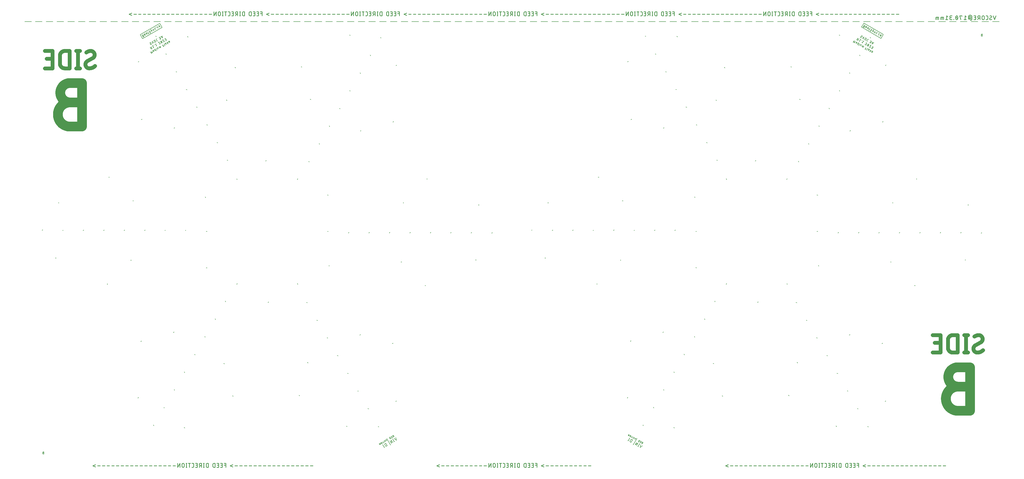
<source format=gbr>
G04 EAGLE Gerber RS-274X export*
G75*
%MOMM*%
%FSLAX34Y34*%
%LPD*%
%INSilkscreen Bottom*%
%IPPOS*%
%AMOC8*
5,1,8,0,0,1.08239X$1,22.5*%
G01*
%ADD10C,0.203200*%
%ADD11C,0.279400*%
%ADD12C,1.447800*%
%ADD13C,3.606800*%
%ADD14C,0.177800*%
%ADD15C,0.152400*%
%ADD16C,0.127000*%
%ADD17C,0.150000*%


D10*
X3666000Y1703141D02*
X3640549Y1703141D01*
X3625549Y1703141D02*
X3600099Y1703141D01*
X3585099Y1703141D02*
X3559648Y1703141D01*
X3544648Y1703141D02*
X3519198Y1703141D01*
X3504198Y1703141D02*
X3478747Y1703141D01*
X3463747Y1703141D02*
X3438297Y1703141D01*
X3423297Y1703141D02*
X3397846Y1703141D01*
X3382846Y1703141D02*
X3357396Y1703141D01*
X3342396Y1703141D02*
X3316945Y1703141D01*
X3301945Y1703141D02*
X3276495Y1703141D01*
X3261495Y1703141D02*
X3236044Y1703141D01*
X3221044Y1703141D02*
X3195593Y1703141D01*
X3180593Y1703141D02*
X3155143Y1703141D01*
X3140143Y1703141D02*
X3114692Y1703141D01*
X3099692Y1703141D02*
X3074242Y1703141D01*
X3059242Y1703141D02*
X3033791Y1703141D01*
X3018791Y1703141D02*
X2993341Y1703141D01*
X2978341Y1703141D02*
X2952890Y1703141D01*
X2937890Y1703141D02*
X2912440Y1703141D01*
X2897440Y1703141D02*
X2871989Y1703141D01*
X2856989Y1703141D02*
X2831538Y1703141D01*
X2816538Y1703141D02*
X2791088Y1703141D01*
X2776088Y1703141D02*
X2750637Y1703141D01*
X2735637Y1703141D02*
X2710187Y1703141D01*
X2695187Y1703141D02*
X2669736Y1703141D01*
X2654736Y1703141D02*
X2629286Y1703141D01*
X2614286Y1703141D02*
X2588835Y1703141D01*
X2573835Y1703141D02*
X2548385Y1703141D01*
X2533385Y1703141D02*
X2507934Y1703141D01*
X2492934Y1703141D02*
X2467484Y1703141D01*
X2452484Y1703141D02*
X2427033Y1703141D01*
X2412033Y1703141D02*
X2386582Y1703141D01*
X2371582Y1703141D02*
X2346132Y1703141D01*
X2331132Y1703141D02*
X2305681Y1703141D01*
X2290681Y1703141D02*
X2265231Y1703141D01*
X2250231Y1703141D02*
X2224780Y1703141D01*
X2209780Y1703141D02*
X2184330Y1703141D01*
X2169330Y1703141D02*
X2143879Y1703141D01*
X2128879Y1703141D02*
X2103429Y1703141D01*
X2088429Y1703141D02*
X2062978Y1703141D01*
X2047978Y1703141D02*
X2022527Y1703141D01*
X2007527Y1703141D02*
X1982077Y1703141D01*
X1967077Y1703141D02*
X1941626Y1703141D01*
X1926626Y1703141D02*
X1901176Y1703141D01*
X1886176Y1703141D02*
X1860725Y1703141D01*
X1845725Y1703141D02*
X1820275Y1703141D01*
X1805275Y1703141D02*
X1779824Y1703141D01*
X1764824Y1703141D02*
X1739374Y1703141D01*
X1724374Y1703141D02*
X1698923Y1703141D01*
X1683923Y1703141D02*
X1658473Y1703141D01*
X1643473Y1703141D02*
X1618022Y1703141D01*
X1603022Y1703141D02*
X1577571Y1703141D01*
X1562571Y1703141D02*
X1537121Y1703141D01*
X1522121Y1703141D02*
X1496670Y1703141D01*
X1481670Y1703141D02*
X1456220Y1703141D01*
X1441220Y1703141D02*
X1415769Y1703141D01*
X1400769Y1703141D02*
X1375319Y1703141D01*
X1360319Y1703141D02*
X1334868Y1703141D01*
X1319868Y1703141D02*
X1294418Y1703141D01*
X1279418Y1703141D02*
X1253967Y1703141D01*
X1238967Y1703141D02*
X1213516Y1703141D01*
X1198516Y1703141D02*
X1173066Y1703141D01*
X1158066Y1703141D02*
X1132615Y1703141D01*
X1117615Y1703141D02*
X1092165Y1703141D01*
X1077165Y1703141D02*
X1051714Y1703141D01*
X1036714Y1703141D02*
X1011264Y1703141D01*
X996264Y1703141D02*
X970813Y1703141D01*
X955813Y1703141D02*
X930363Y1703141D01*
X915363Y1703141D02*
X889912Y1703141D01*
X874912Y1703141D02*
X849462Y1703141D01*
X834462Y1703141D02*
X809011Y1703141D01*
X794011Y1703141D02*
X768560Y1703141D01*
X753560Y1703141D02*
X728110Y1703141D01*
X713110Y1703141D02*
X687659Y1703141D01*
X672659Y1703141D02*
X647209Y1703141D01*
X632209Y1703141D02*
X606758Y1703141D01*
X591758Y1703141D02*
X566308Y1703141D01*
X551308Y1703141D02*
X525857Y1703141D01*
X510857Y1703141D02*
X485407Y1703141D01*
X470407Y1703141D02*
X444956Y1703141D01*
X429956Y1703141D02*
X404506Y1703141D01*
X389506Y1703141D02*
X364055Y1703141D01*
X349055Y1703141D02*
X323604Y1703141D01*
X308604Y1703141D02*
X283154Y1703141D01*
X268154Y1703141D02*
X242703Y1703141D01*
X227703Y1703141D02*
X202253Y1703141D01*
X187253Y1703141D02*
X161802Y1703141D01*
X146802Y1703141D02*
X121352Y1703141D01*
X106352Y1703141D02*
X80901Y1703141D01*
X65901Y1703141D02*
X40451Y1703141D01*
X25451Y1703141D02*
X0Y1703141D01*
D11*
X3454022Y30981D02*
X3464013Y30981D01*
X3446297Y30981D02*
X3436307Y30981D01*
X3428582Y30981D02*
X3418591Y30981D01*
X3410867Y30981D02*
X3400876Y30981D01*
X3393151Y30981D02*
X3383160Y30981D01*
X3375436Y30981D02*
X3365445Y30981D01*
X3357720Y30981D02*
X3347730Y30981D01*
X3340005Y30981D02*
X3330014Y30981D01*
X3322289Y30981D02*
X3312299Y30981D01*
X3304574Y30981D02*
X3294583Y30981D01*
X3286859Y30981D02*
X3276868Y30981D01*
X3269143Y30981D02*
X3259153Y30981D01*
X3251428Y30981D02*
X3241437Y30981D01*
X3233712Y30981D02*
X3223722Y30981D01*
X3215997Y30981D02*
X3206006Y30981D01*
X3198282Y30981D02*
X3188291Y30981D01*
X3180566Y30981D02*
X3170576Y30981D01*
X3162851Y35144D02*
X3152860Y30981D01*
X3162851Y26819D01*
X3136442Y25154D02*
X3136442Y40140D01*
X3129782Y40140D01*
X3129782Y33479D02*
X3136442Y33479D01*
X3122895Y25154D02*
X3116235Y25154D01*
X3122895Y25154D02*
X3122895Y40140D01*
X3116235Y40140D01*
X3117900Y33479D02*
X3122895Y33479D01*
X3109348Y25154D02*
X3102688Y25154D01*
X3109348Y25154D02*
X3109348Y40140D01*
X3102688Y40140D01*
X3104353Y33479D02*
X3109348Y33479D01*
X3095846Y40140D02*
X3095846Y25154D01*
X3095846Y40140D02*
X3091683Y40140D01*
X3091555Y40138D01*
X3091427Y40132D01*
X3091299Y40122D01*
X3091171Y40108D01*
X3091044Y40091D01*
X3090918Y40069D01*
X3090792Y40044D01*
X3090668Y40014D01*
X3090544Y39981D01*
X3090421Y39944D01*
X3090299Y39903D01*
X3090179Y39859D01*
X3090060Y39811D01*
X3089943Y39759D01*
X3089827Y39704D01*
X3089714Y39645D01*
X3089602Y39582D01*
X3089491Y39516D01*
X3089384Y39447D01*
X3089278Y39375D01*
X3089174Y39299D01*
X3089073Y39220D01*
X3088974Y39138D01*
X3088878Y39054D01*
X3088785Y38966D01*
X3088694Y38875D01*
X3088607Y38782D01*
X3088522Y38686D01*
X3088440Y38587D01*
X3088361Y38486D01*
X3088285Y38382D01*
X3088213Y38277D01*
X3088144Y38169D01*
X3088078Y38059D01*
X3088015Y37947D01*
X3087956Y37833D01*
X3087901Y37717D01*
X3087849Y37600D01*
X3087801Y37481D01*
X3087757Y37361D01*
X3087716Y37239D01*
X3087679Y37116D01*
X3087646Y36992D01*
X3087616Y36868D01*
X3087591Y36742D01*
X3087569Y36616D01*
X3087552Y36489D01*
X3087538Y36361D01*
X3087528Y36233D01*
X3087522Y36105D01*
X3087520Y35977D01*
X3087521Y35977D02*
X3087521Y29316D01*
X3087520Y29316D02*
X3087522Y29188D01*
X3087528Y29060D01*
X3087538Y28932D01*
X3087552Y28804D01*
X3087569Y28677D01*
X3087591Y28551D01*
X3087616Y28425D01*
X3087646Y28301D01*
X3087679Y28177D01*
X3087716Y28054D01*
X3087757Y27932D01*
X3087801Y27812D01*
X3087849Y27693D01*
X3087901Y27576D01*
X3087956Y27460D01*
X3088015Y27347D01*
X3088078Y27234D01*
X3088144Y27124D01*
X3088213Y27016D01*
X3088285Y26911D01*
X3088361Y26807D01*
X3088440Y26706D01*
X3088522Y26607D01*
X3088607Y26511D01*
X3088694Y26418D01*
X3088785Y26327D01*
X3088878Y26239D01*
X3088974Y26155D01*
X3089073Y26073D01*
X3089174Y25994D01*
X3089278Y25918D01*
X3089384Y25846D01*
X3089491Y25777D01*
X3089602Y25711D01*
X3089714Y25648D01*
X3089827Y25589D01*
X3089943Y25534D01*
X3090060Y25482D01*
X3090179Y25434D01*
X3090299Y25390D01*
X3090421Y25349D01*
X3090544Y25312D01*
X3090668Y25279D01*
X3090792Y25249D01*
X3090918Y25224D01*
X3091044Y25202D01*
X3091171Y25185D01*
X3091299Y25171D01*
X3091427Y25161D01*
X3091555Y25155D01*
X3091683Y25153D01*
X3091683Y25154D02*
X3095846Y25154D01*
X3070836Y25154D02*
X3070836Y40140D01*
X3066673Y40140D01*
X3066545Y40138D01*
X3066417Y40132D01*
X3066289Y40122D01*
X3066161Y40108D01*
X3066034Y40091D01*
X3065908Y40069D01*
X3065782Y40044D01*
X3065658Y40014D01*
X3065534Y39981D01*
X3065411Y39944D01*
X3065289Y39903D01*
X3065169Y39859D01*
X3065050Y39811D01*
X3064933Y39759D01*
X3064817Y39704D01*
X3064704Y39645D01*
X3064592Y39582D01*
X3064481Y39516D01*
X3064374Y39447D01*
X3064268Y39375D01*
X3064164Y39299D01*
X3064063Y39220D01*
X3063964Y39138D01*
X3063868Y39054D01*
X3063775Y38966D01*
X3063684Y38875D01*
X3063597Y38782D01*
X3063512Y38686D01*
X3063430Y38587D01*
X3063351Y38486D01*
X3063275Y38382D01*
X3063203Y38277D01*
X3063134Y38169D01*
X3063068Y38059D01*
X3063005Y37947D01*
X3062946Y37833D01*
X3062891Y37717D01*
X3062839Y37600D01*
X3062791Y37481D01*
X3062747Y37361D01*
X3062706Y37239D01*
X3062669Y37116D01*
X3062636Y36992D01*
X3062606Y36868D01*
X3062581Y36742D01*
X3062559Y36616D01*
X3062542Y36489D01*
X3062528Y36361D01*
X3062518Y36233D01*
X3062512Y36105D01*
X3062510Y35977D01*
X3062511Y35977D02*
X3062511Y29316D01*
X3062510Y29316D02*
X3062512Y29188D01*
X3062518Y29060D01*
X3062528Y28932D01*
X3062542Y28804D01*
X3062559Y28677D01*
X3062581Y28551D01*
X3062606Y28425D01*
X3062636Y28301D01*
X3062669Y28177D01*
X3062706Y28054D01*
X3062747Y27932D01*
X3062791Y27812D01*
X3062839Y27693D01*
X3062891Y27576D01*
X3062946Y27460D01*
X3063005Y27347D01*
X3063068Y27234D01*
X3063134Y27124D01*
X3063203Y27016D01*
X3063275Y26911D01*
X3063351Y26807D01*
X3063430Y26706D01*
X3063512Y26607D01*
X3063597Y26511D01*
X3063684Y26418D01*
X3063775Y26327D01*
X3063868Y26239D01*
X3063964Y26155D01*
X3064063Y26073D01*
X3064164Y25994D01*
X3064268Y25918D01*
X3064374Y25846D01*
X3064481Y25777D01*
X3064592Y25711D01*
X3064704Y25648D01*
X3064817Y25589D01*
X3064933Y25534D01*
X3065050Y25482D01*
X3065169Y25434D01*
X3065289Y25390D01*
X3065411Y25349D01*
X3065534Y25312D01*
X3065658Y25279D01*
X3065782Y25249D01*
X3065908Y25224D01*
X3066034Y25202D01*
X3066161Y25185D01*
X3066289Y25171D01*
X3066417Y25161D01*
X3066545Y25155D01*
X3066673Y25153D01*
X3066673Y25154D02*
X3070836Y25154D01*
X3053647Y25154D02*
X3053647Y40140D01*
X3055312Y25154D02*
X3051982Y25154D01*
X3051982Y40140D02*
X3055312Y40140D01*
X3044646Y40140D02*
X3044646Y25154D01*
X3044646Y40140D02*
X3040483Y40140D01*
X3040355Y40138D01*
X3040227Y40132D01*
X3040099Y40122D01*
X3039971Y40108D01*
X3039844Y40091D01*
X3039718Y40069D01*
X3039592Y40044D01*
X3039468Y40014D01*
X3039344Y39981D01*
X3039221Y39944D01*
X3039099Y39903D01*
X3038979Y39859D01*
X3038860Y39811D01*
X3038743Y39759D01*
X3038627Y39704D01*
X3038514Y39645D01*
X3038402Y39582D01*
X3038291Y39516D01*
X3038184Y39447D01*
X3038078Y39375D01*
X3037974Y39299D01*
X3037873Y39220D01*
X3037774Y39138D01*
X3037678Y39053D01*
X3037585Y38966D01*
X3037494Y38875D01*
X3037407Y38782D01*
X3037322Y38686D01*
X3037240Y38587D01*
X3037161Y38486D01*
X3037085Y38382D01*
X3037013Y38276D01*
X3036944Y38169D01*
X3036878Y38059D01*
X3036815Y37946D01*
X3036756Y37833D01*
X3036701Y37717D01*
X3036649Y37600D01*
X3036601Y37481D01*
X3036557Y37361D01*
X3036516Y37239D01*
X3036479Y37116D01*
X3036446Y36992D01*
X3036416Y36868D01*
X3036391Y36742D01*
X3036369Y36616D01*
X3036352Y36489D01*
X3036338Y36361D01*
X3036328Y36233D01*
X3036322Y36105D01*
X3036320Y35977D01*
X3036322Y35849D01*
X3036328Y35721D01*
X3036338Y35593D01*
X3036352Y35465D01*
X3036369Y35338D01*
X3036391Y35212D01*
X3036416Y35086D01*
X3036446Y34962D01*
X3036479Y34838D01*
X3036516Y34715D01*
X3036557Y34593D01*
X3036601Y34473D01*
X3036649Y34354D01*
X3036701Y34237D01*
X3036756Y34121D01*
X3036815Y34008D01*
X3036878Y33896D01*
X3036944Y33785D01*
X3037013Y33678D01*
X3037085Y33572D01*
X3037161Y33468D01*
X3037240Y33367D01*
X3037322Y33268D01*
X3037407Y33172D01*
X3037494Y33079D01*
X3037585Y32988D01*
X3037678Y32901D01*
X3037774Y32816D01*
X3037873Y32734D01*
X3037974Y32655D01*
X3038078Y32579D01*
X3038184Y32507D01*
X3038291Y32438D01*
X3038402Y32372D01*
X3038514Y32309D01*
X3038627Y32250D01*
X3038743Y32195D01*
X3038860Y32143D01*
X3038979Y32095D01*
X3039099Y32051D01*
X3039221Y32010D01*
X3039344Y31973D01*
X3039468Y31940D01*
X3039592Y31910D01*
X3039718Y31885D01*
X3039844Y31863D01*
X3039971Y31846D01*
X3040099Y31832D01*
X3040227Y31822D01*
X3040355Y31816D01*
X3040483Y31814D01*
X3044646Y31814D01*
X3039651Y31814D02*
X3036320Y25154D01*
X3028587Y25154D02*
X3021926Y25154D01*
X3028587Y25154D02*
X3028587Y40140D01*
X3021926Y40140D01*
X3023592Y33479D02*
X3028587Y33479D01*
X3012335Y25154D02*
X3009005Y25154D01*
X3012335Y25154D02*
X3012449Y25156D01*
X3012562Y25162D01*
X3012676Y25171D01*
X3012788Y25185D01*
X3012901Y25202D01*
X3013013Y25224D01*
X3013123Y25249D01*
X3013233Y25277D01*
X3013342Y25310D01*
X3013450Y25346D01*
X3013557Y25386D01*
X3013662Y25430D01*
X3013765Y25477D01*
X3013867Y25527D01*
X3013967Y25581D01*
X3014065Y25639D01*
X3014161Y25700D01*
X3014255Y25763D01*
X3014347Y25831D01*
X3014437Y25901D01*
X3014523Y25974D01*
X3014608Y26050D01*
X3014690Y26129D01*
X3014769Y26211D01*
X3014845Y26296D01*
X3014918Y26382D01*
X3014988Y26472D01*
X3015056Y26564D01*
X3015119Y26658D01*
X3015180Y26754D01*
X3015238Y26852D01*
X3015292Y26952D01*
X3015342Y27054D01*
X3015389Y27157D01*
X3015433Y27262D01*
X3015473Y27369D01*
X3015509Y27477D01*
X3015542Y27586D01*
X3015570Y27696D01*
X3015595Y27807D01*
X3015617Y27918D01*
X3015634Y28031D01*
X3015648Y28143D01*
X3015657Y28257D01*
X3015663Y28370D01*
X3015665Y28484D01*
X3015665Y36809D01*
X3015663Y36923D01*
X3015657Y37036D01*
X3015648Y37150D01*
X3015634Y37262D01*
X3015617Y37375D01*
X3015595Y37487D01*
X3015570Y37597D01*
X3015542Y37707D01*
X3015509Y37816D01*
X3015473Y37924D01*
X3015433Y38031D01*
X3015389Y38136D01*
X3015342Y38239D01*
X3015292Y38341D01*
X3015238Y38441D01*
X3015180Y38539D01*
X3015119Y38635D01*
X3015056Y38729D01*
X3014988Y38821D01*
X3014918Y38911D01*
X3014845Y38997D01*
X3014769Y39082D01*
X3014690Y39164D01*
X3014608Y39243D01*
X3014524Y39319D01*
X3014437Y39392D01*
X3014347Y39462D01*
X3014255Y39529D01*
X3014161Y39593D01*
X3014065Y39654D01*
X3013967Y39712D01*
X3013867Y39766D01*
X3013765Y39816D01*
X3013662Y39863D01*
X3013557Y39907D01*
X3013450Y39947D01*
X3013342Y39983D01*
X3013233Y40016D01*
X3013123Y40044D01*
X3013013Y40069D01*
X3012901Y40091D01*
X3012788Y40108D01*
X3012676Y40122D01*
X3012562Y40131D01*
X3012449Y40137D01*
X3012335Y40139D01*
X3012335Y40140D02*
X3009005Y40140D01*
X2999459Y40140D02*
X2999459Y25154D01*
X3003622Y40140D02*
X2995296Y40140D01*
X2987996Y40140D02*
X2987996Y25154D01*
X2989661Y25154D02*
X2986331Y25154D01*
X2986331Y40140D02*
X2989661Y40140D01*
X2979654Y35977D02*
X2979654Y29316D01*
X2979654Y35977D02*
X2979652Y36105D01*
X2979646Y36233D01*
X2979636Y36361D01*
X2979622Y36489D01*
X2979605Y36616D01*
X2979583Y36742D01*
X2979558Y36868D01*
X2979528Y36992D01*
X2979495Y37116D01*
X2979458Y37239D01*
X2979417Y37361D01*
X2979373Y37481D01*
X2979325Y37600D01*
X2979273Y37717D01*
X2979218Y37833D01*
X2979159Y37946D01*
X2979096Y38059D01*
X2979030Y38169D01*
X2978961Y38276D01*
X2978889Y38382D01*
X2978813Y38486D01*
X2978734Y38587D01*
X2978652Y38686D01*
X2978567Y38782D01*
X2978480Y38875D01*
X2978389Y38966D01*
X2978296Y39053D01*
X2978200Y39138D01*
X2978101Y39220D01*
X2978000Y39299D01*
X2977896Y39375D01*
X2977790Y39447D01*
X2977683Y39516D01*
X2977573Y39582D01*
X2977460Y39645D01*
X2977347Y39704D01*
X2977231Y39759D01*
X2977114Y39811D01*
X2976995Y39859D01*
X2976875Y39903D01*
X2976753Y39944D01*
X2976630Y39981D01*
X2976506Y40014D01*
X2976382Y40044D01*
X2976256Y40069D01*
X2976130Y40091D01*
X2976003Y40108D01*
X2975875Y40122D01*
X2975747Y40132D01*
X2975619Y40138D01*
X2975491Y40140D01*
X2975363Y40138D01*
X2975235Y40132D01*
X2975107Y40122D01*
X2974979Y40108D01*
X2974852Y40091D01*
X2974726Y40069D01*
X2974600Y40044D01*
X2974476Y40014D01*
X2974352Y39981D01*
X2974229Y39944D01*
X2974107Y39903D01*
X2973987Y39859D01*
X2973868Y39811D01*
X2973751Y39759D01*
X2973635Y39704D01*
X2973522Y39645D01*
X2973410Y39582D01*
X2973299Y39516D01*
X2973192Y39447D01*
X2973086Y39375D01*
X2972982Y39299D01*
X2972881Y39220D01*
X2972782Y39138D01*
X2972686Y39053D01*
X2972593Y38966D01*
X2972502Y38875D01*
X2972415Y38782D01*
X2972330Y38686D01*
X2972248Y38587D01*
X2972169Y38486D01*
X2972093Y38382D01*
X2972021Y38276D01*
X2971952Y38169D01*
X2971886Y38059D01*
X2971823Y37946D01*
X2971764Y37833D01*
X2971709Y37717D01*
X2971657Y37600D01*
X2971609Y37481D01*
X2971565Y37361D01*
X2971524Y37239D01*
X2971487Y37116D01*
X2971454Y36992D01*
X2971424Y36868D01*
X2971399Y36742D01*
X2971377Y36616D01*
X2971360Y36489D01*
X2971346Y36361D01*
X2971336Y36233D01*
X2971330Y36105D01*
X2971328Y35977D01*
X2971328Y29316D01*
X2971330Y29188D01*
X2971336Y29060D01*
X2971346Y28932D01*
X2971360Y28804D01*
X2971377Y28677D01*
X2971399Y28551D01*
X2971424Y28425D01*
X2971454Y28301D01*
X2971487Y28177D01*
X2971524Y28054D01*
X2971565Y27932D01*
X2971609Y27812D01*
X2971657Y27693D01*
X2971709Y27576D01*
X2971764Y27460D01*
X2971823Y27347D01*
X2971886Y27235D01*
X2971952Y27124D01*
X2972021Y27017D01*
X2972093Y26911D01*
X2972169Y26807D01*
X2972248Y26706D01*
X2972330Y26607D01*
X2972415Y26511D01*
X2972502Y26418D01*
X2972593Y26327D01*
X2972686Y26240D01*
X2972782Y26155D01*
X2972881Y26073D01*
X2972982Y25994D01*
X2973086Y25918D01*
X2973192Y25846D01*
X2973299Y25777D01*
X2973410Y25711D01*
X2973522Y25648D01*
X2973635Y25589D01*
X2973751Y25534D01*
X2973868Y25482D01*
X2973987Y25434D01*
X2974107Y25390D01*
X2974229Y25349D01*
X2974352Y25312D01*
X2974476Y25279D01*
X2974600Y25249D01*
X2974726Y25224D01*
X2974852Y25202D01*
X2974979Y25185D01*
X2975107Y25171D01*
X2975235Y25161D01*
X2975363Y25155D01*
X2975491Y25153D01*
X2975619Y25155D01*
X2975747Y25161D01*
X2975875Y25171D01*
X2976003Y25185D01*
X2976130Y25202D01*
X2976256Y25224D01*
X2976382Y25249D01*
X2976506Y25279D01*
X2976630Y25312D01*
X2976753Y25349D01*
X2976875Y25390D01*
X2976995Y25434D01*
X2977114Y25482D01*
X2977231Y25534D01*
X2977347Y25589D01*
X2977460Y25648D01*
X2977573Y25711D01*
X2977683Y25777D01*
X2977790Y25846D01*
X2977896Y25918D01*
X2978000Y25994D01*
X2978101Y26073D01*
X2978200Y26155D01*
X2978296Y26240D01*
X2978389Y26327D01*
X2978480Y26418D01*
X2978567Y26511D01*
X2978652Y26607D01*
X2978734Y26706D01*
X2978813Y26807D01*
X2978889Y26911D01*
X2978961Y27017D01*
X2979030Y27124D01*
X2979096Y27234D01*
X2979159Y27347D01*
X2979218Y27460D01*
X2979273Y27576D01*
X2979325Y27693D01*
X2979373Y27812D01*
X2979417Y27932D01*
X2979458Y28054D01*
X2979495Y28177D01*
X2979528Y28301D01*
X2979558Y28425D01*
X2979583Y28551D01*
X2979605Y28677D01*
X2979622Y28804D01*
X2979636Y28932D01*
X2979646Y29060D01*
X2979652Y29188D01*
X2979654Y29316D01*
X2963502Y25154D02*
X2963502Y40140D01*
X2955176Y25154D01*
X2955176Y40140D01*
X2947140Y30981D02*
X2937149Y30981D01*
X2929424Y30981D02*
X2919434Y30981D01*
X2911709Y30981D02*
X2901718Y30981D01*
X2893994Y30981D02*
X2884003Y30981D01*
X2876278Y30981D02*
X2866288Y30981D01*
X2858563Y30981D02*
X2848572Y30981D01*
X2840847Y30981D02*
X2830857Y30981D01*
X2823132Y30981D02*
X2813141Y30981D01*
X2805417Y30981D02*
X2795426Y30981D01*
X2787701Y30981D02*
X2777711Y30981D01*
X2769986Y30981D02*
X2759995Y30981D01*
X2752270Y30981D02*
X2742280Y30981D01*
X2734555Y30981D02*
X2724564Y30981D01*
X2716840Y30981D02*
X2706849Y30981D01*
X2699124Y30981D02*
X2689133Y30981D01*
X2681409Y30981D02*
X2671418Y30981D01*
X2663693Y30981D02*
X2653703Y30981D01*
X2645978Y35144D02*
X2635987Y30981D01*
X2645978Y26819D01*
X3277768Y1730979D02*
X3287759Y1730979D01*
X3270043Y1730979D02*
X3260052Y1730979D01*
X3252328Y1730979D02*
X3242337Y1730979D01*
X3234612Y1730979D02*
X3224622Y1730979D01*
X3216897Y1730979D02*
X3206906Y1730979D01*
X3199182Y1730979D02*
X3189191Y1730979D01*
X3181466Y1730979D02*
X3171475Y1730979D01*
X3163751Y1730979D02*
X3153760Y1730979D01*
X3146035Y1730979D02*
X3136045Y1730979D01*
X3128320Y1730979D02*
X3118329Y1730979D01*
X3110604Y1730979D02*
X3100614Y1730979D01*
X3092889Y1730979D02*
X3082898Y1730979D01*
X3075174Y1730979D02*
X3065183Y1730979D01*
X3057458Y1730979D02*
X3047468Y1730979D01*
X3039743Y1730979D02*
X3029752Y1730979D01*
X3022027Y1730979D02*
X3012037Y1730979D01*
X3004312Y1730979D02*
X2994321Y1730979D01*
X2986597Y1735142D02*
X2976606Y1730979D01*
X2986597Y1726817D01*
X2960188Y1725152D02*
X2960188Y1740138D01*
X2953528Y1740138D01*
X2953528Y1733477D02*
X2960188Y1733477D01*
X2946641Y1725152D02*
X2939981Y1725152D01*
X2946641Y1725152D02*
X2946641Y1740138D01*
X2939981Y1740138D01*
X2941646Y1733477D02*
X2946641Y1733477D01*
X2933094Y1725152D02*
X2926434Y1725152D01*
X2933094Y1725152D02*
X2933094Y1740138D01*
X2926434Y1740138D01*
X2928099Y1733477D02*
X2933094Y1733477D01*
X2919592Y1740138D02*
X2919592Y1725152D01*
X2919592Y1740138D02*
X2915429Y1740138D01*
X2915301Y1740136D01*
X2915173Y1740130D01*
X2915045Y1740120D01*
X2914917Y1740106D01*
X2914790Y1740089D01*
X2914664Y1740067D01*
X2914538Y1740042D01*
X2914414Y1740012D01*
X2914290Y1739979D01*
X2914167Y1739942D01*
X2914045Y1739901D01*
X2913925Y1739857D01*
X2913806Y1739809D01*
X2913689Y1739757D01*
X2913573Y1739702D01*
X2913460Y1739643D01*
X2913348Y1739580D01*
X2913237Y1739514D01*
X2913130Y1739445D01*
X2913024Y1739373D01*
X2912920Y1739297D01*
X2912819Y1739218D01*
X2912720Y1739136D01*
X2912624Y1739052D01*
X2912531Y1738964D01*
X2912440Y1738873D01*
X2912353Y1738780D01*
X2912268Y1738684D01*
X2912186Y1738585D01*
X2912107Y1738484D01*
X2912031Y1738380D01*
X2911959Y1738275D01*
X2911890Y1738167D01*
X2911824Y1738057D01*
X2911761Y1737945D01*
X2911702Y1737831D01*
X2911647Y1737715D01*
X2911595Y1737598D01*
X2911547Y1737479D01*
X2911503Y1737359D01*
X2911462Y1737237D01*
X2911425Y1737114D01*
X2911392Y1736990D01*
X2911362Y1736866D01*
X2911337Y1736740D01*
X2911315Y1736614D01*
X2911298Y1736487D01*
X2911284Y1736359D01*
X2911274Y1736231D01*
X2911268Y1736103D01*
X2911266Y1735975D01*
X2911266Y1729314D01*
X2911268Y1729186D01*
X2911274Y1729058D01*
X2911284Y1728930D01*
X2911298Y1728802D01*
X2911315Y1728675D01*
X2911337Y1728549D01*
X2911362Y1728423D01*
X2911392Y1728299D01*
X2911425Y1728175D01*
X2911462Y1728052D01*
X2911503Y1727930D01*
X2911547Y1727810D01*
X2911595Y1727691D01*
X2911647Y1727574D01*
X2911702Y1727458D01*
X2911761Y1727345D01*
X2911824Y1727232D01*
X2911890Y1727122D01*
X2911959Y1727014D01*
X2912031Y1726909D01*
X2912107Y1726805D01*
X2912186Y1726704D01*
X2912268Y1726605D01*
X2912353Y1726509D01*
X2912440Y1726416D01*
X2912531Y1726325D01*
X2912624Y1726237D01*
X2912720Y1726153D01*
X2912819Y1726071D01*
X2912920Y1725992D01*
X2913024Y1725916D01*
X2913130Y1725844D01*
X2913237Y1725775D01*
X2913348Y1725709D01*
X2913460Y1725646D01*
X2913573Y1725587D01*
X2913689Y1725532D01*
X2913806Y1725480D01*
X2913925Y1725432D01*
X2914045Y1725388D01*
X2914167Y1725347D01*
X2914290Y1725310D01*
X2914414Y1725277D01*
X2914538Y1725247D01*
X2914664Y1725222D01*
X2914790Y1725200D01*
X2914917Y1725183D01*
X2915045Y1725169D01*
X2915173Y1725159D01*
X2915301Y1725153D01*
X2915429Y1725151D01*
X2915429Y1725152D02*
X2919592Y1725152D01*
X2894582Y1725152D02*
X2894582Y1740138D01*
X2890419Y1740138D01*
X2890291Y1740136D01*
X2890163Y1740130D01*
X2890035Y1740120D01*
X2889907Y1740106D01*
X2889780Y1740089D01*
X2889654Y1740067D01*
X2889528Y1740042D01*
X2889404Y1740012D01*
X2889280Y1739979D01*
X2889157Y1739942D01*
X2889035Y1739901D01*
X2888915Y1739857D01*
X2888796Y1739809D01*
X2888679Y1739757D01*
X2888563Y1739702D01*
X2888450Y1739643D01*
X2888338Y1739580D01*
X2888227Y1739514D01*
X2888120Y1739445D01*
X2888014Y1739373D01*
X2887910Y1739297D01*
X2887809Y1739218D01*
X2887710Y1739136D01*
X2887614Y1739052D01*
X2887521Y1738964D01*
X2887430Y1738873D01*
X2887343Y1738780D01*
X2887258Y1738684D01*
X2887176Y1738585D01*
X2887097Y1738484D01*
X2887021Y1738380D01*
X2886949Y1738275D01*
X2886880Y1738167D01*
X2886814Y1738057D01*
X2886751Y1737945D01*
X2886692Y1737831D01*
X2886637Y1737715D01*
X2886585Y1737598D01*
X2886537Y1737479D01*
X2886493Y1737359D01*
X2886452Y1737237D01*
X2886415Y1737114D01*
X2886382Y1736990D01*
X2886352Y1736866D01*
X2886327Y1736740D01*
X2886305Y1736614D01*
X2886288Y1736487D01*
X2886274Y1736359D01*
X2886264Y1736231D01*
X2886258Y1736103D01*
X2886256Y1735975D01*
X2886256Y1729314D01*
X2886258Y1729186D01*
X2886264Y1729058D01*
X2886274Y1728930D01*
X2886288Y1728802D01*
X2886305Y1728675D01*
X2886327Y1728549D01*
X2886352Y1728423D01*
X2886382Y1728299D01*
X2886415Y1728175D01*
X2886452Y1728052D01*
X2886493Y1727930D01*
X2886537Y1727810D01*
X2886585Y1727691D01*
X2886637Y1727574D01*
X2886692Y1727458D01*
X2886751Y1727345D01*
X2886814Y1727232D01*
X2886880Y1727122D01*
X2886949Y1727014D01*
X2887021Y1726909D01*
X2887097Y1726805D01*
X2887176Y1726704D01*
X2887258Y1726605D01*
X2887343Y1726509D01*
X2887430Y1726416D01*
X2887521Y1726325D01*
X2887614Y1726237D01*
X2887710Y1726153D01*
X2887809Y1726071D01*
X2887910Y1725992D01*
X2888014Y1725916D01*
X2888120Y1725844D01*
X2888227Y1725775D01*
X2888338Y1725709D01*
X2888450Y1725646D01*
X2888563Y1725587D01*
X2888679Y1725532D01*
X2888796Y1725480D01*
X2888915Y1725432D01*
X2889035Y1725388D01*
X2889157Y1725347D01*
X2889280Y1725310D01*
X2889404Y1725277D01*
X2889528Y1725247D01*
X2889654Y1725222D01*
X2889780Y1725200D01*
X2889907Y1725183D01*
X2890035Y1725169D01*
X2890163Y1725159D01*
X2890291Y1725153D01*
X2890419Y1725151D01*
X2890419Y1725152D02*
X2894582Y1725152D01*
X2877393Y1725152D02*
X2877393Y1740138D01*
X2879058Y1725152D02*
X2875728Y1725152D01*
X2875728Y1740138D02*
X2879058Y1740138D01*
X2868392Y1740138D02*
X2868392Y1725152D01*
X2868392Y1740138D02*
X2864229Y1740138D01*
X2864101Y1740136D01*
X2863973Y1740130D01*
X2863845Y1740120D01*
X2863717Y1740106D01*
X2863590Y1740089D01*
X2863464Y1740067D01*
X2863338Y1740042D01*
X2863214Y1740012D01*
X2863090Y1739979D01*
X2862967Y1739942D01*
X2862845Y1739901D01*
X2862725Y1739857D01*
X2862606Y1739809D01*
X2862489Y1739757D01*
X2862373Y1739702D01*
X2862260Y1739643D01*
X2862148Y1739580D01*
X2862037Y1739514D01*
X2861930Y1739445D01*
X2861824Y1739373D01*
X2861720Y1739297D01*
X2861619Y1739218D01*
X2861520Y1739136D01*
X2861424Y1739051D01*
X2861331Y1738964D01*
X2861240Y1738873D01*
X2861153Y1738780D01*
X2861068Y1738684D01*
X2860986Y1738585D01*
X2860907Y1738484D01*
X2860831Y1738380D01*
X2860759Y1738274D01*
X2860690Y1738167D01*
X2860624Y1738057D01*
X2860561Y1737944D01*
X2860502Y1737831D01*
X2860447Y1737715D01*
X2860395Y1737598D01*
X2860347Y1737479D01*
X2860303Y1737359D01*
X2860262Y1737237D01*
X2860225Y1737114D01*
X2860192Y1736990D01*
X2860162Y1736866D01*
X2860137Y1736740D01*
X2860115Y1736614D01*
X2860098Y1736487D01*
X2860084Y1736359D01*
X2860074Y1736231D01*
X2860068Y1736103D01*
X2860066Y1735975D01*
X2860068Y1735847D01*
X2860074Y1735719D01*
X2860084Y1735591D01*
X2860098Y1735463D01*
X2860115Y1735336D01*
X2860137Y1735210D01*
X2860162Y1735084D01*
X2860192Y1734960D01*
X2860225Y1734836D01*
X2860262Y1734713D01*
X2860303Y1734591D01*
X2860347Y1734471D01*
X2860395Y1734352D01*
X2860447Y1734235D01*
X2860502Y1734119D01*
X2860561Y1734006D01*
X2860624Y1733894D01*
X2860690Y1733783D01*
X2860759Y1733676D01*
X2860831Y1733570D01*
X2860907Y1733466D01*
X2860986Y1733365D01*
X2861068Y1733266D01*
X2861153Y1733170D01*
X2861240Y1733077D01*
X2861331Y1732986D01*
X2861424Y1732899D01*
X2861520Y1732814D01*
X2861619Y1732732D01*
X2861720Y1732653D01*
X2861824Y1732577D01*
X2861930Y1732505D01*
X2862037Y1732436D01*
X2862148Y1732370D01*
X2862260Y1732307D01*
X2862373Y1732248D01*
X2862489Y1732193D01*
X2862606Y1732141D01*
X2862725Y1732093D01*
X2862845Y1732049D01*
X2862967Y1732008D01*
X2863090Y1731971D01*
X2863214Y1731938D01*
X2863338Y1731908D01*
X2863464Y1731883D01*
X2863590Y1731861D01*
X2863717Y1731844D01*
X2863845Y1731830D01*
X2863973Y1731820D01*
X2864101Y1731814D01*
X2864229Y1731812D01*
X2868392Y1731812D01*
X2863396Y1731812D02*
X2860066Y1725152D01*
X2852333Y1725152D02*
X2845672Y1725152D01*
X2852333Y1725152D02*
X2852333Y1740138D01*
X2845672Y1740138D01*
X2847337Y1733477D02*
X2852333Y1733477D01*
X2836081Y1725152D02*
X2832751Y1725152D01*
X2836081Y1725152D02*
X2836195Y1725154D01*
X2836308Y1725160D01*
X2836422Y1725169D01*
X2836534Y1725183D01*
X2836647Y1725200D01*
X2836759Y1725222D01*
X2836869Y1725247D01*
X2836979Y1725275D01*
X2837088Y1725308D01*
X2837196Y1725344D01*
X2837303Y1725384D01*
X2837408Y1725428D01*
X2837511Y1725475D01*
X2837613Y1725525D01*
X2837713Y1725579D01*
X2837811Y1725637D01*
X2837907Y1725698D01*
X2838001Y1725761D01*
X2838093Y1725829D01*
X2838183Y1725899D01*
X2838269Y1725972D01*
X2838354Y1726048D01*
X2838436Y1726127D01*
X2838515Y1726209D01*
X2838591Y1726294D01*
X2838664Y1726380D01*
X2838734Y1726470D01*
X2838802Y1726562D01*
X2838865Y1726656D01*
X2838926Y1726752D01*
X2838984Y1726850D01*
X2839038Y1726950D01*
X2839088Y1727052D01*
X2839135Y1727155D01*
X2839179Y1727260D01*
X2839219Y1727367D01*
X2839255Y1727475D01*
X2839288Y1727584D01*
X2839316Y1727694D01*
X2839341Y1727805D01*
X2839363Y1727916D01*
X2839380Y1728029D01*
X2839394Y1728141D01*
X2839403Y1728255D01*
X2839409Y1728368D01*
X2839411Y1728482D01*
X2839411Y1736807D01*
X2839409Y1736921D01*
X2839403Y1737034D01*
X2839394Y1737148D01*
X2839380Y1737260D01*
X2839363Y1737373D01*
X2839341Y1737485D01*
X2839316Y1737595D01*
X2839288Y1737705D01*
X2839255Y1737814D01*
X2839219Y1737922D01*
X2839179Y1738029D01*
X2839135Y1738134D01*
X2839088Y1738237D01*
X2839038Y1738339D01*
X2838984Y1738439D01*
X2838926Y1738537D01*
X2838865Y1738633D01*
X2838802Y1738727D01*
X2838734Y1738819D01*
X2838664Y1738909D01*
X2838591Y1738995D01*
X2838515Y1739080D01*
X2838436Y1739162D01*
X2838354Y1739241D01*
X2838270Y1739317D01*
X2838183Y1739390D01*
X2838093Y1739460D01*
X2838001Y1739527D01*
X2837907Y1739591D01*
X2837811Y1739652D01*
X2837713Y1739710D01*
X2837613Y1739764D01*
X2837511Y1739814D01*
X2837408Y1739861D01*
X2837303Y1739905D01*
X2837196Y1739945D01*
X2837088Y1739981D01*
X2836979Y1740014D01*
X2836869Y1740042D01*
X2836759Y1740067D01*
X2836647Y1740089D01*
X2836534Y1740106D01*
X2836422Y1740120D01*
X2836308Y1740129D01*
X2836195Y1740135D01*
X2836081Y1740137D01*
X2836081Y1740138D02*
X2832751Y1740138D01*
X2823205Y1740138D02*
X2823205Y1725152D01*
X2827368Y1740138D02*
X2819042Y1740138D01*
X2811742Y1740138D02*
X2811742Y1725152D01*
X2813407Y1725152D02*
X2810077Y1725152D01*
X2810077Y1740138D02*
X2813407Y1740138D01*
X2803400Y1735975D02*
X2803400Y1729314D01*
X2803400Y1735975D02*
X2803398Y1736103D01*
X2803392Y1736231D01*
X2803382Y1736359D01*
X2803368Y1736487D01*
X2803351Y1736614D01*
X2803329Y1736740D01*
X2803304Y1736866D01*
X2803274Y1736990D01*
X2803241Y1737114D01*
X2803204Y1737237D01*
X2803163Y1737359D01*
X2803119Y1737479D01*
X2803071Y1737598D01*
X2803019Y1737715D01*
X2802964Y1737831D01*
X2802905Y1737944D01*
X2802842Y1738057D01*
X2802776Y1738167D01*
X2802707Y1738274D01*
X2802635Y1738380D01*
X2802559Y1738484D01*
X2802480Y1738585D01*
X2802398Y1738684D01*
X2802313Y1738780D01*
X2802226Y1738873D01*
X2802135Y1738964D01*
X2802042Y1739051D01*
X2801946Y1739136D01*
X2801847Y1739218D01*
X2801746Y1739297D01*
X2801642Y1739373D01*
X2801536Y1739445D01*
X2801429Y1739514D01*
X2801319Y1739580D01*
X2801206Y1739643D01*
X2801093Y1739702D01*
X2800977Y1739757D01*
X2800860Y1739809D01*
X2800741Y1739857D01*
X2800621Y1739901D01*
X2800499Y1739942D01*
X2800376Y1739979D01*
X2800252Y1740012D01*
X2800128Y1740042D01*
X2800002Y1740067D01*
X2799876Y1740089D01*
X2799749Y1740106D01*
X2799621Y1740120D01*
X2799493Y1740130D01*
X2799365Y1740136D01*
X2799237Y1740138D01*
X2799109Y1740136D01*
X2798981Y1740130D01*
X2798853Y1740120D01*
X2798725Y1740106D01*
X2798598Y1740089D01*
X2798472Y1740067D01*
X2798346Y1740042D01*
X2798222Y1740012D01*
X2798098Y1739979D01*
X2797975Y1739942D01*
X2797853Y1739901D01*
X2797733Y1739857D01*
X2797614Y1739809D01*
X2797497Y1739757D01*
X2797381Y1739702D01*
X2797268Y1739643D01*
X2797156Y1739580D01*
X2797045Y1739514D01*
X2796938Y1739445D01*
X2796832Y1739373D01*
X2796728Y1739297D01*
X2796627Y1739218D01*
X2796528Y1739136D01*
X2796432Y1739051D01*
X2796339Y1738964D01*
X2796248Y1738873D01*
X2796161Y1738780D01*
X2796076Y1738684D01*
X2795994Y1738585D01*
X2795915Y1738484D01*
X2795839Y1738380D01*
X2795767Y1738274D01*
X2795698Y1738167D01*
X2795632Y1738057D01*
X2795569Y1737944D01*
X2795510Y1737831D01*
X2795455Y1737715D01*
X2795403Y1737598D01*
X2795355Y1737479D01*
X2795311Y1737359D01*
X2795270Y1737237D01*
X2795233Y1737114D01*
X2795200Y1736990D01*
X2795170Y1736866D01*
X2795145Y1736740D01*
X2795123Y1736614D01*
X2795106Y1736487D01*
X2795092Y1736359D01*
X2795082Y1736231D01*
X2795076Y1736103D01*
X2795074Y1735975D01*
X2795074Y1729314D01*
X2795076Y1729186D01*
X2795082Y1729058D01*
X2795092Y1728930D01*
X2795106Y1728802D01*
X2795123Y1728675D01*
X2795145Y1728549D01*
X2795170Y1728423D01*
X2795200Y1728299D01*
X2795233Y1728175D01*
X2795270Y1728052D01*
X2795311Y1727930D01*
X2795355Y1727810D01*
X2795403Y1727691D01*
X2795455Y1727574D01*
X2795510Y1727458D01*
X2795569Y1727345D01*
X2795632Y1727233D01*
X2795698Y1727122D01*
X2795767Y1727015D01*
X2795839Y1726909D01*
X2795915Y1726805D01*
X2795994Y1726704D01*
X2796076Y1726605D01*
X2796161Y1726509D01*
X2796248Y1726416D01*
X2796339Y1726325D01*
X2796432Y1726238D01*
X2796528Y1726153D01*
X2796627Y1726071D01*
X2796728Y1725992D01*
X2796832Y1725916D01*
X2796938Y1725844D01*
X2797045Y1725775D01*
X2797156Y1725709D01*
X2797268Y1725646D01*
X2797381Y1725587D01*
X2797497Y1725532D01*
X2797614Y1725480D01*
X2797733Y1725432D01*
X2797853Y1725388D01*
X2797975Y1725347D01*
X2798098Y1725310D01*
X2798222Y1725277D01*
X2798346Y1725247D01*
X2798472Y1725222D01*
X2798598Y1725200D01*
X2798725Y1725183D01*
X2798853Y1725169D01*
X2798981Y1725159D01*
X2799109Y1725153D01*
X2799237Y1725151D01*
X2799365Y1725153D01*
X2799493Y1725159D01*
X2799621Y1725169D01*
X2799749Y1725183D01*
X2799876Y1725200D01*
X2800002Y1725222D01*
X2800128Y1725247D01*
X2800252Y1725277D01*
X2800376Y1725310D01*
X2800499Y1725347D01*
X2800621Y1725388D01*
X2800741Y1725432D01*
X2800860Y1725480D01*
X2800977Y1725532D01*
X2801093Y1725587D01*
X2801206Y1725646D01*
X2801319Y1725709D01*
X2801429Y1725775D01*
X2801536Y1725844D01*
X2801642Y1725916D01*
X2801746Y1725992D01*
X2801847Y1726071D01*
X2801946Y1726153D01*
X2802042Y1726238D01*
X2802135Y1726325D01*
X2802226Y1726416D01*
X2802313Y1726509D01*
X2802398Y1726605D01*
X2802480Y1726704D01*
X2802559Y1726805D01*
X2802635Y1726909D01*
X2802707Y1727015D01*
X2802776Y1727122D01*
X2802842Y1727233D01*
X2802905Y1727345D01*
X2802964Y1727458D01*
X2803019Y1727574D01*
X2803071Y1727691D01*
X2803119Y1727810D01*
X2803163Y1727930D01*
X2803204Y1728052D01*
X2803241Y1728175D01*
X2803274Y1728299D01*
X2803304Y1728423D01*
X2803329Y1728549D01*
X2803351Y1728675D01*
X2803368Y1728802D01*
X2803382Y1728930D01*
X2803392Y1729058D01*
X2803398Y1729186D01*
X2803400Y1729314D01*
X2787247Y1725152D02*
X2787247Y1740138D01*
X2778922Y1725152D01*
X2778922Y1740138D01*
X2770886Y1730979D02*
X2760895Y1730979D01*
X2753170Y1730979D02*
X2743180Y1730979D01*
X2735455Y1730979D02*
X2725464Y1730979D01*
X2717739Y1730979D02*
X2707749Y1730979D01*
X2700024Y1730979D02*
X2690033Y1730979D01*
X2682309Y1730979D02*
X2672318Y1730979D01*
X2664593Y1730979D02*
X2654603Y1730979D01*
X2646878Y1730979D02*
X2636887Y1730979D01*
X2629162Y1730979D02*
X2619172Y1730979D01*
X2611447Y1730979D02*
X2601456Y1730979D01*
X2593732Y1730979D02*
X2583741Y1730979D01*
X2576016Y1730979D02*
X2566026Y1730979D01*
X2558301Y1730979D02*
X2548310Y1730979D01*
X2540585Y1730979D02*
X2530595Y1730979D01*
X2522870Y1730979D02*
X2512879Y1730979D01*
X2505155Y1730979D02*
X2495164Y1730979D01*
X2487439Y1730979D02*
X2477448Y1730979D01*
X2469724Y1735142D02*
X2459733Y1730979D01*
X2469724Y1726817D01*
X2443315Y1725152D02*
X2443315Y1740138D01*
X2436655Y1740138D01*
X2436655Y1733477D02*
X2443315Y1733477D01*
X2429768Y1725152D02*
X2423108Y1725152D01*
X2429768Y1725152D02*
X2429768Y1740138D01*
X2423108Y1740138D01*
X2424773Y1733477D02*
X2429768Y1733477D01*
X2416221Y1725152D02*
X2409561Y1725152D01*
X2416221Y1725152D02*
X2416221Y1740138D01*
X2409561Y1740138D01*
X2411226Y1733477D02*
X2416221Y1733477D01*
X2402719Y1740138D02*
X2402719Y1725152D01*
X2402719Y1740138D02*
X2398556Y1740138D01*
X2398428Y1740136D01*
X2398300Y1740130D01*
X2398172Y1740120D01*
X2398044Y1740106D01*
X2397917Y1740089D01*
X2397791Y1740067D01*
X2397665Y1740042D01*
X2397541Y1740012D01*
X2397417Y1739979D01*
X2397294Y1739942D01*
X2397172Y1739901D01*
X2397052Y1739857D01*
X2396933Y1739809D01*
X2396816Y1739757D01*
X2396700Y1739702D01*
X2396587Y1739643D01*
X2396475Y1739580D01*
X2396364Y1739514D01*
X2396257Y1739445D01*
X2396151Y1739373D01*
X2396047Y1739297D01*
X2395946Y1739218D01*
X2395847Y1739136D01*
X2395751Y1739052D01*
X2395658Y1738964D01*
X2395567Y1738873D01*
X2395480Y1738780D01*
X2395395Y1738684D01*
X2395313Y1738585D01*
X2395234Y1738484D01*
X2395158Y1738380D01*
X2395086Y1738275D01*
X2395017Y1738167D01*
X2394951Y1738057D01*
X2394888Y1737945D01*
X2394829Y1737831D01*
X2394774Y1737715D01*
X2394722Y1737598D01*
X2394674Y1737479D01*
X2394630Y1737359D01*
X2394589Y1737237D01*
X2394552Y1737114D01*
X2394519Y1736990D01*
X2394489Y1736866D01*
X2394464Y1736740D01*
X2394442Y1736614D01*
X2394425Y1736487D01*
X2394411Y1736359D01*
X2394401Y1736231D01*
X2394395Y1736103D01*
X2394393Y1735975D01*
X2394393Y1729314D01*
X2394395Y1729186D01*
X2394401Y1729058D01*
X2394411Y1728930D01*
X2394425Y1728802D01*
X2394442Y1728675D01*
X2394464Y1728549D01*
X2394489Y1728423D01*
X2394519Y1728299D01*
X2394552Y1728175D01*
X2394589Y1728052D01*
X2394630Y1727930D01*
X2394674Y1727810D01*
X2394722Y1727691D01*
X2394774Y1727574D01*
X2394829Y1727458D01*
X2394888Y1727345D01*
X2394951Y1727232D01*
X2395017Y1727122D01*
X2395086Y1727014D01*
X2395158Y1726909D01*
X2395234Y1726805D01*
X2395313Y1726704D01*
X2395395Y1726605D01*
X2395480Y1726509D01*
X2395567Y1726416D01*
X2395658Y1726325D01*
X2395751Y1726237D01*
X2395847Y1726153D01*
X2395946Y1726071D01*
X2396047Y1725992D01*
X2396151Y1725916D01*
X2396257Y1725844D01*
X2396364Y1725775D01*
X2396475Y1725709D01*
X2396587Y1725646D01*
X2396700Y1725587D01*
X2396816Y1725532D01*
X2396933Y1725480D01*
X2397052Y1725432D01*
X2397172Y1725388D01*
X2397294Y1725347D01*
X2397417Y1725310D01*
X2397541Y1725277D01*
X2397665Y1725247D01*
X2397791Y1725222D01*
X2397917Y1725200D01*
X2398044Y1725183D01*
X2398172Y1725169D01*
X2398300Y1725159D01*
X2398428Y1725153D01*
X2398556Y1725151D01*
X2398556Y1725152D02*
X2402719Y1725152D01*
X2377709Y1725152D02*
X2377709Y1740138D01*
X2373546Y1740138D01*
X2373418Y1740136D01*
X2373290Y1740130D01*
X2373162Y1740120D01*
X2373034Y1740106D01*
X2372907Y1740089D01*
X2372781Y1740067D01*
X2372655Y1740042D01*
X2372531Y1740012D01*
X2372407Y1739979D01*
X2372284Y1739942D01*
X2372162Y1739901D01*
X2372042Y1739857D01*
X2371923Y1739809D01*
X2371806Y1739757D01*
X2371690Y1739702D01*
X2371577Y1739643D01*
X2371465Y1739580D01*
X2371354Y1739514D01*
X2371247Y1739445D01*
X2371141Y1739373D01*
X2371037Y1739297D01*
X2370936Y1739218D01*
X2370837Y1739136D01*
X2370741Y1739052D01*
X2370648Y1738964D01*
X2370557Y1738873D01*
X2370470Y1738780D01*
X2370385Y1738684D01*
X2370303Y1738585D01*
X2370224Y1738484D01*
X2370148Y1738380D01*
X2370076Y1738275D01*
X2370007Y1738167D01*
X2369941Y1738057D01*
X2369878Y1737945D01*
X2369819Y1737831D01*
X2369764Y1737715D01*
X2369712Y1737598D01*
X2369664Y1737479D01*
X2369620Y1737359D01*
X2369579Y1737237D01*
X2369542Y1737114D01*
X2369509Y1736990D01*
X2369479Y1736866D01*
X2369454Y1736740D01*
X2369432Y1736614D01*
X2369415Y1736487D01*
X2369401Y1736359D01*
X2369391Y1736231D01*
X2369385Y1736103D01*
X2369383Y1735975D01*
X2369383Y1729314D01*
X2369385Y1729186D01*
X2369391Y1729058D01*
X2369401Y1728930D01*
X2369415Y1728802D01*
X2369432Y1728675D01*
X2369454Y1728549D01*
X2369479Y1728423D01*
X2369509Y1728299D01*
X2369542Y1728175D01*
X2369579Y1728052D01*
X2369620Y1727930D01*
X2369664Y1727810D01*
X2369712Y1727691D01*
X2369764Y1727574D01*
X2369819Y1727458D01*
X2369878Y1727345D01*
X2369941Y1727232D01*
X2370007Y1727122D01*
X2370076Y1727014D01*
X2370148Y1726909D01*
X2370224Y1726805D01*
X2370303Y1726704D01*
X2370385Y1726605D01*
X2370470Y1726509D01*
X2370557Y1726416D01*
X2370648Y1726325D01*
X2370741Y1726237D01*
X2370837Y1726153D01*
X2370936Y1726071D01*
X2371037Y1725992D01*
X2371141Y1725916D01*
X2371247Y1725844D01*
X2371354Y1725775D01*
X2371465Y1725709D01*
X2371577Y1725646D01*
X2371690Y1725587D01*
X2371806Y1725532D01*
X2371923Y1725480D01*
X2372042Y1725432D01*
X2372162Y1725388D01*
X2372284Y1725347D01*
X2372407Y1725310D01*
X2372531Y1725277D01*
X2372655Y1725247D01*
X2372781Y1725222D01*
X2372907Y1725200D01*
X2373034Y1725183D01*
X2373162Y1725169D01*
X2373290Y1725159D01*
X2373418Y1725153D01*
X2373546Y1725151D01*
X2373546Y1725152D02*
X2377709Y1725152D01*
X2360520Y1725152D02*
X2360520Y1740138D01*
X2362185Y1725152D02*
X2358855Y1725152D01*
X2358855Y1740138D02*
X2362185Y1740138D01*
X2351519Y1740138D02*
X2351519Y1725152D01*
X2351519Y1740138D02*
X2347356Y1740138D01*
X2347228Y1740136D01*
X2347100Y1740130D01*
X2346972Y1740120D01*
X2346844Y1740106D01*
X2346717Y1740089D01*
X2346591Y1740067D01*
X2346465Y1740042D01*
X2346341Y1740012D01*
X2346217Y1739979D01*
X2346094Y1739942D01*
X2345972Y1739901D01*
X2345852Y1739857D01*
X2345733Y1739809D01*
X2345616Y1739757D01*
X2345500Y1739702D01*
X2345387Y1739643D01*
X2345275Y1739580D01*
X2345164Y1739514D01*
X2345057Y1739445D01*
X2344951Y1739373D01*
X2344847Y1739297D01*
X2344746Y1739218D01*
X2344647Y1739136D01*
X2344551Y1739051D01*
X2344458Y1738964D01*
X2344367Y1738873D01*
X2344280Y1738780D01*
X2344195Y1738684D01*
X2344113Y1738585D01*
X2344034Y1738484D01*
X2343958Y1738380D01*
X2343886Y1738274D01*
X2343817Y1738167D01*
X2343751Y1738057D01*
X2343688Y1737944D01*
X2343629Y1737831D01*
X2343574Y1737715D01*
X2343522Y1737598D01*
X2343474Y1737479D01*
X2343430Y1737359D01*
X2343389Y1737237D01*
X2343352Y1737114D01*
X2343319Y1736990D01*
X2343289Y1736866D01*
X2343264Y1736740D01*
X2343242Y1736614D01*
X2343225Y1736487D01*
X2343211Y1736359D01*
X2343201Y1736231D01*
X2343195Y1736103D01*
X2343193Y1735975D01*
X2343195Y1735847D01*
X2343201Y1735719D01*
X2343211Y1735591D01*
X2343225Y1735463D01*
X2343242Y1735336D01*
X2343264Y1735210D01*
X2343289Y1735084D01*
X2343319Y1734960D01*
X2343352Y1734836D01*
X2343389Y1734713D01*
X2343430Y1734591D01*
X2343474Y1734471D01*
X2343522Y1734352D01*
X2343574Y1734235D01*
X2343629Y1734119D01*
X2343688Y1734006D01*
X2343751Y1733894D01*
X2343817Y1733783D01*
X2343886Y1733676D01*
X2343958Y1733570D01*
X2344034Y1733466D01*
X2344113Y1733365D01*
X2344195Y1733266D01*
X2344280Y1733170D01*
X2344367Y1733077D01*
X2344458Y1732986D01*
X2344551Y1732899D01*
X2344647Y1732814D01*
X2344746Y1732732D01*
X2344847Y1732653D01*
X2344951Y1732577D01*
X2345057Y1732505D01*
X2345164Y1732436D01*
X2345275Y1732370D01*
X2345387Y1732307D01*
X2345500Y1732248D01*
X2345616Y1732193D01*
X2345733Y1732141D01*
X2345852Y1732093D01*
X2345972Y1732049D01*
X2346094Y1732008D01*
X2346217Y1731971D01*
X2346341Y1731938D01*
X2346465Y1731908D01*
X2346591Y1731883D01*
X2346717Y1731861D01*
X2346844Y1731844D01*
X2346972Y1731830D01*
X2347100Y1731820D01*
X2347228Y1731814D01*
X2347356Y1731812D01*
X2351519Y1731812D01*
X2346524Y1731812D02*
X2343193Y1725152D01*
X2335460Y1725152D02*
X2328799Y1725152D01*
X2335460Y1725152D02*
X2335460Y1740138D01*
X2328799Y1740138D01*
X2330464Y1733477D02*
X2335460Y1733477D01*
X2319208Y1725152D02*
X2315878Y1725152D01*
X2319208Y1725152D02*
X2319322Y1725154D01*
X2319435Y1725160D01*
X2319549Y1725169D01*
X2319661Y1725183D01*
X2319774Y1725200D01*
X2319886Y1725222D01*
X2319996Y1725247D01*
X2320106Y1725275D01*
X2320215Y1725308D01*
X2320323Y1725344D01*
X2320430Y1725384D01*
X2320535Y1725428D01*
X2320638Y1725475D01*
X2320740Y1725525D01*
X2320840Y1725579D01*
X2320938Y1725637D01*
X2321034Y1725698D01*
X2321128Y1725761D01*
X2321220Y1725829D01*
X2321310Y1725899D01*
X2321396Y1725972D01*
X2321481Y1726048D01*
X2321563Y1726127D01*
X2321642Y1726209D01*
X2321718Y1726294D01*
X2321791Y1726380D01*
X2321861Y1726470D01*
X2321929Y1726562D01*
X2321992Y1726656D01*
X2322053Y1726752D01*
X2322111Y1726850D01*
X2322165Y1726950D01*
X2322215Y1727052D01*
X2322262Y1727155D01*
X2322306Y1727260D01*
X2322346Y1727367D01*
X2322382Y1727475D01*
X2322415Y1727584D01*
X2322443Y1727694D01*
X2322468Y1727805D01*
X2322490Y1727916D01*
X2322507Y1728029D01*
X2322521Y1728141D01*
X2322530Y1728255D01*
X2322536Y1728368D01*
X2322538Y1728482D01*
X2322538Y1736807D01*
X2322536Y1736921D01*
X2322530Y1737034D01*
X2322521Y1737148D01*
X2322507Y1737260D01*
X2322490Y1737373D01*
X2322468Y1737485D01*
X2322443Y1737595D01*
X2322415Y1737705D01*
X2322382Y1737814D01*
X2322346Y1737922D01*
X2322306Y1738029D01*
X2322262Y1738134D01*
X2322215Y1738237D01*
X2322165Y1738339D01*
X2322111Y1738439D01*
X2322053Y1738537D01*
X2321992Y1738633D01*
X2321929Y1738727D01*
X2321861Y1738819D01*
X2321791Y1738909D01*
X2321718Y1738995D01*
X2321642Y1739080D01*
X2321563Y1739162D01*
X2321481Y1739241D01*
X2321397Y1739317D01*
X2321310Y1739390D01*
X2321220Y1739460D01*
X2321128Y1739527D01*
X2321034Y1739591D01*
X2320938Y1739652D01*
X2320840Y1739710D01*
X2320740Y1739764D01*
X2320638Y1739814D01*
X2320535Y1739861D01*
X2320430Y1739905D01*
X2320323Y1739945D01*
X2320215Y1739981D01*
X2320106Y1740014D01*
X2319996Y1740042D01*
X2319886Y1740067D01*
X2319774Y1740089D01*
X2319661Y1740106D01*
X2319549Y1740120D01*
X2319435Y1740129D01*
X2319322Y1740135D01*
X2319208Y1740137D01*
X2319208Y1740138D02*
X2315878Y1740138D01*
X2306332Y1740138D02*
X2306332Y1725152D01*
X2310495Y1740138D02*
X2302169Y1740138D01*
X2294869Y1740138D02*
X2294869Y1725152D01*
X2296534Y1725152D02*
X2293204Y1725152D01*
X2293204Y1740138D02*
X2296534Y1740138D01*
X2286527Y1735975D02*
X2286527Y1729314D01*
X2286527Y1735975D02*
X2286525Y1736103D01*
X2286519Y1736231D01*
X2286509Y1736359D01*
X2286495Y1736487D01*
X2286478Y1736614D01*
X2286456Y1736740D01*
X2286431Y1736866D01*
X2286401Y1736990D01*
X2286368Y1737114D01*
X2286331Y1737237D01*
X2286290Y1737359D01*
X2286246Y1737479D01*
X2286198Y1737598D01*
X2286146Y1737715D01*
X2286091Y1737831D01*
X2286032Y1737944D01*
X2285969Y1738057D01*
X2285903Y1738167D01*
X2285834Y1738274D01*
X2285762Y1738380D01*
X2285686Y1738484D01*
X2285607Y1738585D01*
X2285525Y1738684D01*
X2285440Y1738780D01*
X2285353Y1738873D01*
X2285262Y1738964D01*
X2285169Y1739051D01*
X2285073Y1739136D01*
X2284974Y1739218D01*
X2284873Y1739297D01*
X2284769Y1739373D01*
X2284663Y1739445D01*
X2284556Y1739514D01*
X2284446Y1739580D01*
X2284333Y1739643D01*
X2284220Y1739702D01*
X2284104Y1739757D01*
X2283987Y1739809D01*
X2283868Y1739857D01*
X2283748Y1739901D01*
X2283626Y1739942D01*
X2283503Y1739979D01*
X2283379Y1740012D01*
X2283255Y1740042D01*
X2283129Y1740067D01*
X2283003Y1740089D01*
X2282876Y1740106D01*
X2282748Y1740120D01*
X2282620Y1740130D01*
X2282492Y1740136D01*
X2282364Y1740138D01*
X2282236Y1740136D01*
X2282108Y1740130D01*
X2281980Y1740120D01*
X2281852Y1740106D01*
X2281725Y1740089D01*
X2281599Y1740067D01*
X2281473Y1740042D01*
X2281349Y1740012D01*
X2281225Y1739979D01*
X2281102Y1739942D01*
X2280980Y1739901D01*
X2280860Y1739857D01*
X2280741Y1739809D01*
X2280624Y1739757D01*
X2280508Y1739702D01*
X2280395Y1739643D01*
X2280283Y1739580D01*
X2280172Y1739514D01*
X2280065Y1739445D01*
X2279959Y1739373D01*
X2279855Y1739297D01*
X2279754Y1739218D01*
X2279655Y1739136D01*
X2279559Y1739051D01*
X2279466Y1738964D01*
X2279375Y1738873D01*
X2279288Y1738780D01*
X2279203Y1738684D01*
X2279121Y1738585D01*
X2279042Y1738484D01*
X2278966Y1738380D01*
X2278894Y1738274D01*
X2278825Y1738167D01*
X2278759Y1738057D01*
X2278696Y1737944D01*
X2278637Y1737831D01*
X2278582Y1737715D01*
X2278530Y1737598D01*
X2278482Y1737479D01*
X2278438Y1737359D01*
X2278397Y1737237D01*
X2278360Y1737114D01*
X2278327Y1736990D01*
X2278297Y1736866D01*
X2278272Y1736740D01*
X2278250Y1736614D01*
X2278233Y1736487D01*
X2278219Y1736359D01*
X2278209Y1736231D01*
X2278203Y1736103D01*
X2278201Y1735975D01*
X2278201Y1729314D01*
X2278203Y1729186D01*
X2278209Y1729058D01*
X2278219Y1728930D01*
X2278233Y1728802D01*
X2278250Y1728675D01*
X2278272Y1728549D01*
X2278297Y1728423D01*
X2278327Y1728299D01*
X2278360Y1728175D01*
X2278397Y1728052D01*
X2278438Y1727930D01*
X2278482Y1727810D01*
X2278530Y1727691D01*
X2278582Y1727574D01*
X2278637Y1727458D01*
X2278696Y1727345D01*
X2278759Y1727233D01*
X2278825Y1727122D01*
X2278894Y1727015D01*
X2278966Y1726909D01*
X2279042Y1726805D01*
X2279121Y1726704D01*
X2279203Y1726605D01*
X2279288Y1726509D01*
X2279375Y1726416D01*
X2279466Y1726325D01*
X2279559Y1726238D01*
X2279655Y1726153D01*
X2279754Y1726071D01*
X2279855Y1725992D01*
X2279959Y1725916D01*
X2280065Y1725844D01*
X2280172Y1725775D01*
X2280283Y1725709D01*
X2280395Y1725646D01*
X2280508Y1725587D01*
X2280624Y1725532D01*
X2280741Y1725480D01*
X2280860Y1725432D01*
X2280980Y1725388D01*
X2281102Y1725347D01*
X2281225Y1725310D01*
X2281349Y1725277D01*
X2281473Y1725247D01*
X2281599Y1725222D01*
X2281725Y1725200D01*
X2281852Y1725183D01*
X2281980Y1725169D01*
X2282108Y1725159D01*
X2282236Y1725153D01*
X2282364Y1725151D01*
X2282492Y1725153D01*
X2282620Y1725159D01*
X2282748Y1725169D01*
X2282876Y1725183D01*
X2283003Y1725200D01*
X2283129Y1725222D01*
X2283255Y1725247D01*
X2283379Y1725277D01*
X2283503Y1725310D01*
X2283626Y1725347D01*
X2283748Y1725388D01*
X2283868Y1725432D01*
X2283987Y1725480D01*
X2284104Y1725532D01*
X2284220Y1725587D01*
X2284333Y1725646D01*
X2284446Y1725709D01*
X2284556Y1725775D01*
X2284663Y1725844D01*
X2284769Y1725916D01*
X2284873Y1725992D01*
X2284974Y1726071D01*
X2285073Y1726153D01*
X2285169Y1726238D01*
X2285262Y1726325D01*
X2285353Y1726416D01*
X2285440Y1726509D01*
X2285525Y1726605D01*
X2285607Y1726704D01*
X2285686Y1726805D01*
X2285762Y1726909D01*
X2285834Y1727015D01*
X2285903Y1727122D01*
X2285969Y1727233D01*
X2286032Y1727345D01*
X2286091Y1727458D01*
X2286146Y1727574D01*
X2286198Y1727691D01*
X2286246Y1727810D01*
X2286290Y1727930D01*
X2286331Y1728052D01*
X2286368Y1728175D01*
X2286401Y1728299D01*
X2286431Y1728423D01*
X2286456Y1728549D01*
X2286478Y1728675D01*
X2286495Y1728802D01*
X2286509Y1728930D01*
X2286519Y1729058D01*
X2286525Y1729186D01*
X2286527Y1729314D01*
X2270375Y1725152D02*
X2270375Y1740138D01*
X2262049Y1725152D01*
X2262049Y1740138D01*
X2254013Y1730979D02*
X2244022Y1730979D01*
X2236297Y1730979D02*
X2226307Y1730979D01*
X2218582Y1730979D02*
X2208591Y1730979D01*
X2200867Y1730979D02*
X2190876Y1730979D01*
X2183151Y1730979D02*
X2173160Y1730979D01*
X2165436Y1730979D02*
X2155445Y1730979D01*
X2147720Y1730979D02*
X2137730Y1730979D01*
X2130005Y1730979D02*
X2120014Y1730979D01*
X2112289Y1730979D02*
X2102299Y1730979D01*
X2094574Y1730979D02*
X2084583Y1730979D01*
X2076859Y1730979D02*
X2066868Y1730979D01*
X2059143Y1730979D02*
X2049153Y1730979D01*
X2041428Y1730979D02*
X2031437Y1730979D01*
X2023712Y1730979D02*
X2013722Y1730979D01*
X2005997Y1730979D02*
X1996006Y1730979D01*
X1988282Y1730979D02*
X1978291Y1730979D01*
X1970566Y1730979D02*
X1960576Y1730979D01*
X1952851Y1735142D02*
X1942860Y1730979D01*
X1952851Y1726817D01*
X1926442Y1725152D02*
X1926442Y1740138D01*
X1919782Y1740138D01*
X1919782Y1733477D02*
X1926442Y1733477D01*
X1912895Y1725152D02*
X1906235Y1725152D01*
X1912895Y1725152D02*
X1912895Y1740138D01*
X1906235Y1740138D01*
X1907900Y1733477D02*
X1912895Y1733477D01*
X1899348Y1725152D02*
X1892688Y1725152D01*
X1899348Y1725152D02*
X1899348Y1740138D01*
X1892688Y1740138D01*
X1894353Y1733477D02*
X1899348Y1733477D01*
X1885846Y1740138D02*
X1885846Y1725152D01*
X1885846Y1740138D02*
X1881683Y1740138D01*
X1881555Y1740136D01*
X1881427Y1740130D01*
X1881299Y1740120D01*
X1881171Y1740106D01*
X1881044Y1740089D01*
X1880918Y1740067D01*
X1880792Y1740042D01*
X1880668Y1740012D01*
X1880544Y1739979D01*
X1880421Y1739942D01*
X1880299Y1739901D01*
X1880179Y1739857D01*
X1880060Y1739809D01*
X1879943Y1739757D01*
X1879827Y1739702D01*
X1879714Y1739643D01*
X1879602Y1739580D01*
X1879491Y1739514D01*
X1879384Y1739445D01*
X1879278Y1739373D01*
X1879174Y1739297D01*
X1879073Y1739218D01*
X1878974Y1739136D01*
X1878878Y1739052D01*
X1878785Y1738964D01*
X1878694Y1738873D01*
X1878607Y1738780D01*
X1878522Y1738684D01*
X1878440Y1738585D01*
X1878361Y1738484D01*
X1878285Y1738380D01*
X1878213Y1738275D01*
X1878144Y1738167D01*
X1878078Y1738057D01*
X1878015Y1737945D01*
X1877956Y1737831D01*
X1877901Y1737715D01*
X1877849Y1737598D01*
X1877801Y1737479D01*
X1877757Y1737359D01*
X1877716Y1737237D01*
X1877679Y1737114D01*
X1877646Y1736990D01*
X1877616Y1736866D01*
X1877591Y1736740D01*
X1877569Y1736614D01*
X1877552Y1736487D01*
X1877538Y1736359D01*
X1877528Y1736231D01*
X1877522Y1736103D01*
X1877520Y1735975D01*
X1877521Y1735975D02*
X1877521Y1729314D01*
X1877520Y1729314D02*
X1877522Y1729186D01*
X1877528Y1729058D01*
X1877538Y1728930D01*
X1877552Y1728802D01*
X1877569Y1728675D01*
X1877591Y1728549D01*
X1877616Y1728423D01*
X1877646Y1728299D01*
X1877679Y1728175D01*
X1877716Y1728052D01*
X1877757Y1727930D01*
X1877801Y1727810D01*
X1877849Y1727691D01*
X1877901Y1727574D01*
X1877956Y1727458D01*
X1878015Y1727345D01*
X1878078Y1727232D01*
X1878144Y1727122D01*
X1878213Y1727014D01*
X1878285Y1726909D01*
X1878361Y1726805D01*
X1878440Y1726704D01*
X1878522Y1726605D01*
X1878607Y1726509D01*
X1878694Y1726416D01*
X1878785Y1726325D01*
X1878878Y1726237D01*
X1878974Y1726153D01*
X1879073Y1726071D01*
X1879174Y1725992D01*
X1879278Y1725916D01*
X1879384Y1725844D01*
X1879491Y1725775D01*
X1879602Y1725709D01*
X1879714Y1725646D01*
X1879827Y1725587D01*
X1879943Y1725532D01*
X1880060Y1725480D01*
X1880179Y1725432D01*
X1880299Y1725388D01*
X1880421Y1725347D01*
X1880544Y1725310D01*
X1880668Y1725277D01*
X1880792Y1725247D01*
X1880918Y1725222D01*
X1881044Y1725200D01*
X1881171Y1725183D01*
X1881299Y1725169D01*
X1881427Y1725159D01*
X1881555Y1725153D01*
X1881683Y1725151D01*
X1881683Y1725152D02*
X1885846Y1725152D01*
X1860836Y1725152D02*
X1860836Y1740138D01*
X1856673Y1740138D01*
X1856545Y1740136D01*
X1856417Y1740130D01*
X1856289Y1740120D01*
X1856161Y1740106D01*
X1856034Y1740089D01*
X1855908Y1740067D01*
X1855782Y1740042D01*
X1855658Y1740012D01*
X1855534Y1739979D01*
X1855411Y1739942D01*
X1855289Y1739901D01*
X1855169Y1739857D01*
X1855050Y1739809D01*
X1854933Y1739757D01*
X1854817Y1739702D01*
X1854704Y1739643D01*
X1854592Y1739580D01*
X1854481Y1739514D01*
X1854374Y1739445D01*
X1854268Y1739373D01*
X1854164Y1739297D01*
X1854063Y1739218D01*
X1853964Y1739136D01*
X1853868Y1739052D01*
X1853775Y1738964D01*
X1853684Y1738873D01*
X1853597Y1738780D01*
X1853512Y1738684D01*
X1853430Y1738585D01*
X1853351Y1738484D01*
X1853275Y1738380D01*
X1853203Y1738275D01*
X1853134Y1738167D01*
X1853068Y1738057D01*
X1853005Y1737945D01*
X1852946Y1737831D01*
X1852891Y1737715D01*
X1852839Y1737598D01*
X1852791Y1737479D01*
X1852747Y1737359D01*
X1852706Y1737237D01*
X1852669Y1737114D01*
X1852636Y1736990D01*
X1852606Y1736866D01*
X1852581Y1736740D01*
X1852559Y1736614D01*
X1852542Y1736487D01*
X1852528Y1736359D01*
X1852518Y1736231D01*
X1852512Y1736103D01*
X1852510Y1735975D01*
X1852511Y1735975D02*
X1852511Y1729314D01*
X1852510Y1729314D02*
X1852512Y1729186D01*
X1852518Y1729058D01*
X1852528Y1728930D01*
X1852542Y1728802D01*
X1852559Y1728675D01*
X1852581Y1728549D01*
X1852606Y1728423D01*
X1852636Y1728299D01*
X1852669Y1728175D01*
X1852706Y1728052D01*
X1852747Y1727930D01*
X1852791Y1727810D01*
X1852839Y1727691D01*
X1852891Y1727574D01*
X1852946Y1727458D01*
X1853005Y1727345D01*
X1853068Y1727232D01*
X1853134Y1727122D01*
X1853203Y1727014D01*
X1853275Y1726909D01*
X1853351Y1726805D01*
X1853430Y1726704D01*
X1853512Y1726605D01*
X1853597Y1726509D01*
X1853684Y1726416D01*
X1853775Y1726325D01*
X1853868Y1726237D01*
X1853964Y1726153D01*
X1854063Y1726071D01*
X1854164Y1725992D01*
X1854268Y1725916D01*
X1854374Y1725844D01*
X1854481Y1725775D01*
X1854592Y1725709D01*
X1854704Y1725646D01*
X1854817Y1725587D01*
X1854933Y1725532D01*
X1855050Y1725480D01*
X1855169Y1725432D01*
X1855289Y1725388D01*
X1855411Y1725347D01*
X1855534Y1725310D01*
X1855658Y1725277D01*
X1855782Y1725247D01*
X1855908Y1725222D01*
X1856034Y1725200D01*
X1856161Y1725183D01*
X1856289Y1725169D01*
X1856417Y1725159D01*
X1856545Y1725153D01*
X1856673Y1725151D01*
X1856673Y1725152D02*
X1860836Y1725152D01*
X1843647Y1725152D02*
X1843647Y1740138D01*
X1845312Y1725152D02*
X1841982Y1725152D01*
X1841982Y1740138D02*
X1845312Y1740138D01*
X1834646Y1740138D02*
X1834646Y1725152D01*
X1834646Y1740138D02*
X1830483Y1740138D01*
X1830355Y1740136D01*
X1830227Y1740130D01*
X1830099Y1740120D01*
X1829971Y1740106D01*
X1829844Y1740089D01*
X1829718Y1740067D01*
X1829592Y1740042D01*
X1829468Y1740012D01*
X1829344Y1739979D01*
X1829221Y1739942D01*
X1829099Y1739901D01*
X1828979Y1739857D01*
X1828860Y1739809D01*
X1828743Y1739757D01*
X1828627Y1739702D01*
X1828514Y1739643D01*
X1828402Y1739580D01*
X1828291Y1739514D01*
X1828184Y1739445D01*
X1828078Y1739373D01*
X1827974Y1739297D01*
X1827873Y1739218D01*
X1827774Y1739136D01*
X1827678Y1739051D01*
X1827585Y1738964D01*
X1827494Y1738873D01*
X1827407Y1738780D01*
X1827322Y1738684D01*
X1827240Y1738585D01*
X1827161Y1738484D01*
X1827085Y1738380D01*
X1827013Y1738274D01*
X1826944Y1738167D01*
X1826878Y1738057D01*
X1826815Y1737944D01*
X1826756Y1737831D01*
X1826701Y1737715D01*
X1826649Y1737598D01*
X1826601Y1737479D01*
X1826557Y1737359D01*
X1826516Y1737237D01*
X1826479Y1737114D01*
X1826446Y1736990D01*
X1826416Y1736866D01*
X1826391Y1736740D01*
X1826369Y1736614D01*
X1826352Y1736487D01*
X1826338Y1736359D01*
X1826328Y1736231D01*
X1826322Y1736103D01*
X1826320Y1735975D01*
X1826322Y1735847D01*
X1826328Y1735719D01*
X1826338Y1735591D01*
X1826352Y1735463D01*
X1826369Y1735336D01*
X1826391Y1735210D01*
X1826416Y1735084D01*
X1826446Y1734960D01*
X1826479Y1734836D01*
X1826516Y1734713D01*
X1826557Y1734591D01*
X1826601Y1734471D01*
X1826649Y1734352D01*
X1826701Y1734235D01*
X1826756Y1734119D01*
X1826815Y1734006D01*
X1826878Y1733894D01*
X1826944Y1733783D01*
X1827013Y1733676D01*
X1827085Y1733570D01*
X1827161Y1733466D01*
X1827240Y1733365D01*
X1827322Y1733266D01*
X1827407Y1733170D01*
X1827494Y1733077D01*
X1827585Y1732986D01*
X1827678Y1732899D01*
X1827774Y1732814D01*
X1827873Y1732732D01*
X1827974Y1732653D01*
X1828078Y1732577D01*
X1828184Y1732505D01*
X1828291Y1732436D01*
X1828402Y1732370D01*
X1828514Y1732307D01*
X1828627Y1732248D01*
X1828743Y1732193D01*
X1828860Y1732141D01*
X1828979Y1732093D01*
X1829099Y1732049D01*
X1829221Y1732008D01*
X1829344Y1731971D01*
X1829468Y1731938D01*
X1829592Y1731908D01*
X1829718Y1731883D01*
X1829844Y1731861D01*
X1829971Y1731844D01*
X1830099Y1731830D01*
X1830227Y1731820D01*
X1830355Y1731814D01*
X1830483Y1731812D01*
X1834646Y1731812D01*
X1829651Y1731812D02*
X1826320Y1725152D01*
X1818587Y1725152D02*
X1811926Y1725152D01*
X1818587Y1725152D02*
X1818587Y1740138D01*
X1811926Y1740138D01*
X1813592Y1733477D02*
X1818587Y1733477D01*
X1802335Y1725152D02*
X1799005Y1725152D01*
X1802335Y1725152D02*
X1802449Y1725154D01*
X1802562Y1725160D01*
X1802676Y1725169D01*
X1802788Y1725183D01*
X1802901Y1725200D01*
X1803013Y1725222D01*
X1803123Y1725247D01*
X1803233Y1725275D01*
X1803342Y1725308D01*
X1803450Y1725344D01*
X1803557Y1725384D01*
X1803662Y1725428D01*
X1803765Y1725475D01*
X1803867Y1725525D01*
X1803967Y1725579D01*
X1804065Y1725637D01*
X1804161Y1725698D01*
X1804255Y1725761D01*
X1804347Y1725829D01*
X1804437Y1725899D01*
X1804523Y1725972D01*
X1804608Y1726048D01*
X1804690Y1726127D01*
X1804769Y1726209D01*
X1804845Y1726294D01*
X1804918Y1726380D01*
X1804988Y1726470D01*
X1805056Y1726562D01*
X1805119Y1726656D01*
X1805180Y1726752D01*
X1805238Y1726850D01*
X1805292Y1726950D01*
X1805342Y1727052D01*
X1805389Y1727155D01*
X1805433Y1727260D01*
X1805473Y1727367D01*
X1805509Y1727475D01*
X1805542Y1727584D01*
X1805570Y1727694D01*
X1805595Y1727805D01*
X1805617Y1727916D01*
X1805634Y1728029D01*
X1805648Y1728141D01*
X1805657Y1728255D01*
X1805663Y1728368D01*
X1805665Y1728482D01*
X1805665Y1736807D01*
X1805663Y1736921D01*
X1805657Y1737034D01*
X1805648Y1737148D01*
X1805634Y1737260D01*
X1805617Y1737373D01*
X1805595Y1737485D01*
X1805570Y1737595D01*
X1805542Y1737705D01*
X1805509Y1737814D01*
X1805473Y1737922D01*
X1805433Y1738029D01*
X1805389Y1738134D01*
X1805342Y1738237D01*
X1805292Y1738339D01*
X1805238Y1738439D01*
X1805180Y1738537D01*
X1805119Y1738633D01*
X1805056Y1738727D01*
X1804988Y1738819D01*
X1804918Y1738909D01*
X1804845Y1738995D01*
X1804769Y1739080D01*
X1804690Y1739162D01*
X1804608Y1739241D01*
X1804524Y1739317D01*
X1804437Y1739390D01*
X1804347Y1739460D01*
X1804255Y1739527D01*
X1804161Y1739591D01*
X1804065Y1739652D01*
X1803967Y1739710D01*
X1803867Y1739764D01*
X1803765Y1739814D01*
X1803662Y1739861D01*
X1803557Y1739905D01*
X1803450Y1739945D01*
X1803342Y1739981D01*
X1803233Y1740014D01*
X1803123Y1740042D01*
X1803013Y1740067D01*
X1802901Y1740089D01*
X1802788Y1740106D01*
X1802676Y1740120D01*
X1802562Y1740129D01*
X1802449Y1740135D01*
X1802335Y1740137D01*
X1802335Y1740138D02*
X1799005Y1740138D01*
X1789459Y1740138D02*
X1789459Y1725152D01*
X1793622Y1740138D02*
X1785296Y1740138D01*
X1777996Y1740138D02*
X1777996Y1725152D01*
X1779661Y1725152D02*
X1776331Y1725152D01*
X1776331Y1740138D02*
X1779661Y1740138D01*
X1769654Y1735975D02*
X1769654Y1729314D01*
X1769654Y1735975D02*
X1769652Y1736103D01*
X1769646Y1736231D01*
X1769636Y1736359D01*
X1769622Y1736487D01*
X1769605Y1736614D01*
X1769583Y1736740D01*
X1769558Y1736866D01*
X1769528Y1736990D01*
X1769495Y1737114D01*
X1769458Y1737237D01*
X1769417Y1737359D01*
X1769373Y1737479D01*
X1769325Y1737598D01*
X1769273Y1737715D01*
X1769218Y1737831D01*
X1769159Y1737944D01*
X1769096Y1738057D01*
X1769030Y1738167D01*
X1768961Y1738274D01*
X1768889Y1738380D01*
X1768813Y1738484D01*
X1768734Y1738585D01*
X1768652Y1738684D01*
X1768567Y1738780D01*
X1768480Y1738873D01*
X1768389Y1738964D01*
X1768296Y1739051D01*
X1768200Y1739136D01*
X1768101Y1739218D01*
X1768000Y1739297D01*
X1767896Y1739373D01*
X1767790Y1739445D01*
X1767683Y1739514D01*
X1767573Y1739580D01*
X1767460Y1739643D01*
X1767347Y1739702D01*
X1767231Y1739757D01*
X1767114Y1739809D01*
X1766995Y1739857D01*
X1766875Y1739901D01*
X1766753Y1739942D01*
X1766630Y1739979D01*
X1766506Y1740012D01*
X1766382Y1740042D01*
X1766256Y1740067D01*
X1766130Y1740089D01*
X1766003Y1740106D01*
X1765875Y1740120D01*
X1765747Y1740130D01*
X1765619Y1740136D01*
X1765491Y1740138D01*
X1765363Y1740136D01*
X1765235Y1740130D01*
X1765107Y1740120D01*
X1764979Y1740106D01*
X1764852Y1740089D01*
X1764726Y1740067D01*
X1764600Y1740042D01*
X1764476Y1740012D01*
X1764352Y1739979D01*
X1764229Y1739942D01*
X1764107Y1739901D01*
X1763987Y1739857D01*
X1763868Y1739809D01*
X1763751Y1739757D01*
X1763635Y1739702D01*
X1763522Y1739643D01*
X1763410Y1739580D01*
X1763299Y1739514D01*
X1763192Y1739445D01*
X1763086Y1739373D01*
X1762982Y1739297D01*
X1762881Y1739218D01*
X1762782Y1739136D01*
X1762686Y1739051D01*
X1762593Y1738964D01*
X1762502Y1738873D01*
X1762415Y1738780D01*
X1762330Y1738684D01*
X1762248Y1738585D01*
X1762169Y1738484D01*
X1762093Y1738380D01*
X1762021Y1738274D01*
X1761952Y1738167D01*
X1761886Y1738057D01*
X1761823Y1737944D01*
X1761764Y1737831D01*
X1761709Y1737715D01*
X1761657Y1737598D01*
X1761609Y1737479D01*
X1761565Y1737359D01*
X1761524Y1737237D01*
X1761487Y1737114D01*
X1761454Y1736990D01*
X1761424Y1736866D01*
X1761399Y1736740D01*
X1761377Y1736614D01*
X1761360Y1736487D01*
X1761346Y1736359D01*
X1761336Y1736231D01*
X1761330Y1736103D01*
X1761328Y1735975D01*
X1761328Y1729314D01*
X1761330Y1729186D01*
X1761336Y1729058D01*
X1761346Y1728930D01*
X1761360Y1728802D01*
X1761377Y1728675D01*
X1761399Y1728549D01*
X1761424Y1728423D01*
X1761454Y1728299D01*
X1761487Y1728175D01*
X1761524Y1728052D01*
X1761565Y1727930D01*
X1761609Y1727810D01*
X1761657Y1727691D01*
X1761709Y1727574D01*
X1761764Y1727458D01*
X1761823Y1727345D01*
X1761886Y1727233D01*
X1761952Y1727122D01*
X1762021Y1727015D01*
X1762093Y1726909D01*
X1762169Y1726805D01*
X1762248Y1726704D01*
X1762330Y1726605D01*
X1762415Y1726509D01*
X1762502Y1726416D01*
X1762593Y1726325D01*
X1762686Y1726238D01*
X1762782Y1726153D01*
X1762881Y1726071D01*
X1762982Y1725992D01*
X1763086Y1725916D01*
X1763192Y1725844D01*
X1763299Y1725775D01*
X1763410Y1725709D01*
X1763522Y1725646D01*
X1763635Y1725587D01*
X1763751Y1725532D01*
X1763868Y1725480D01*
X1763987Y1725432D01*
X1764107Y1725388D01*
X1764229Y1725347D01*
X1764352Y1725310D01*
X1764476Y1725277D01*
X1764600Y1725247D01*
X1764726Y1725222D01*
X1764852Y1725200D01*
X1764979Y1725183D01*
X1765107Y1725169D01*
X1765235Y1725159D01*
X1765363Y1725153D01*
X1765491Y1725151D01*
X1765619Y1725153D01*
X1765747Y1725159D01*
X1765875Y1725169D01*
X1766003Y1725183D01*
X1766130Y1725200D01*
X1766256Y1725222D01*
X1766382Y1725247D01*
X1766506Y1725277D01*
X1766630Y1725310D01*
X1766753Y1725347D01*
X1766875Y1725388D01*
X1766995Y1725432D01*
X1767114Y1725480D01*
X1767231Y1725532D01*
X1767347Y1725587D01*
X1767460Y1725646D01*
X1767573Y1725709D01*
X1767683Y1725775D01*
X1767790Y1725844D01*
X1767896Y1725916D01*
X1768000Y1725992D01*
X1768101Y1726071D01*
X1768200Y1726153D01*
X1768296Y1726238D01*
X1768389Y1726325D01*
X1768480Y1726416D01*
X1768567Y1726509D01*
X1768652Y1726605D01*
X1768734Y1726704D01*
X1768813Y1726805D01*
X1768889Y1726909D01*
X1768961Y1727015D01*
X1769030Y1727122D01*
X1769096Y1727233D01*
X1769159Y1727345D01*
X1769218Y1727458D01*
X1769273Y1727574D01*
X1769325Y1727691D01*
X1769373Y1727810D01*
X1769417Y1727930D01*
X1769458Y1728052D01*
X1769495Y1728175D01*
X1769528Y1728299D01*
X1769558Y1728423D01*
X1769583Y1728549D01*
X1769605Y1728675D01*
X1769622Y1728802D01*
X1769636Y1728930D01*
X1769646Y1729058D01*
X1769652Y1729186D01*
X1769654Y1729314D01*
X1753502Y1725152D02*
X1753502Y1740138D01*
X1745176Y1725152D01*
X1745176Y1740138D01*
X1737140Y1730979D02*
X1727149Y1730979D01*
X1719424Y1730979D02*
X1709434Y1730979D01*
X1701709Y1730979D02*
X1691718Y1730979D01*
X1683994Y1730979D02*
X1674003Y1730979D01*
X1666278Y1730979D02*
X1656288Y1730979D01*
X1648563Y1730979D02*
X1638572Y1730979D01*
X1630847Y1730979D02*
X1620857Y1730979D01*
X1613132Y1730979D02*
X1603141Y1730979D01*
X1595417Y1730979D02*
X1585426Y1730979D01*
X1577701Y1730979D02*
X1567711Y1730979D01*
X1559986Y1730979D02*
X1549995Y1730979D01*
X1542270Y1730979D02*
X1532280Y1730979D01*
X1524555Y1730979D02*
X1514564Y1730979D01*
X1506840Y1730979D02*
X1496849Y1730979D01*
X1489124Y1730979D02*
X1479133Y1730979D01*
X1471409Y1730979D02*
X1461418Y1730979D01*
X1453693Y1730979D02*
X1443703Y1730979D01*
X1435978Y1735142D02*
X1425987Y1730979D01*
X1435978Y1726817D01*
X1409569Y1725152D02*
X1409569Y1740138D01*
X1402909Y1740138D01*
X1402909Y1733477D02*
X1409569Y1733477D01*
X1396022Y1725152D02*
X1389362Y1725152D01*
X1396022Y1725152D02*
X1396022Y1740138D01*
X1389362Y1740138D01*
X1391027Y1733477D02*
X1396022Y1733477D01*
X1382475Y1725152D02*
X1375815Y1725152D01*
X1382475Y1725152D02*
X1382475Y1740138D01*
X1375815Y1740138D01*
X1377480Y1733477D02*
X1382475Y1733477D01*
X1368973Y1740138D02*
X1368973Y1725152D01*
X1368973Y1740138D02*
X1364810Y1740138D01*
X1364682Y1740136D01*
X1364554Y1740130D01*
X1364426Y1740120D01*
X1364298Y1740106D01*
X1364171Y1740089D01*
X1364045Y1740067D01*
X1363919Y1740042D01*
X1363795Y1740012D01*
X1363671Y1739979D01*
X1363548Y1739942D01*
X1363426Y1739901D01*
X1363306Y1739857D01*
X1363187Y1739809D01*
X1363070Y1739757D01*
X1362954Y1739702D01*
X1362841Y1739643D01*
X1362729Y1739580D01*
X1362618Y1739514D01*
X1362511Y1739445D01*
X1362405Y1739373D01*
X1362301Y1739297D01*
X1362200Y1739218D01*
X1362101Y1739136D01*
X1362005Y1739052D01*
X1361912Y1738964D01*
X1361821Y1738873D01*
X1361734Y1738780D01*
X1361649Y1738684D01*
X1361567Y1738585D01*
X1361488Y1738484D01*
X1361412Y1738380D01*
X1361340Y1738275D01*
X1361271Y1738167D01*
X1361205Y1738057D01*
X1361142Y1737945D01*
X1361083Y1737831D01*
X1361028Y1737715D01*
X1360976Y1737598D01*
X1360928Y1737479D01*
X1360884Y1737359D01*
X1360843Y1737237D01*
X1360806Y1737114D01*
X1360773Y1736990D01*
X1360743Y1736866D01*
X1360718Y1736740D01*
X1360696Y1736614D01*
X1360679Y1736487D01*
X1360665Y1736359D01*
X1360655Y1736231D01*
X1360649Y1736103D01*
X1360647Y1735975D01*
X1360648Y1735975D02*
X1360648Y1729314D01*
X1360647Y1729314D02*
X1360649Y1729186D01*
X1360655Y1729058D01*
X1360665Y1728930D01*
X1360679Y1728802D01*
X1360696Y1728675D01*
X1360718Y1728549D01*
X1360743Y1728423D01*
X1360773Y1728299D01*
X1360806Y1728175D01*
X1360843Y1728052D01*
X1360884Y1727930D01*
X1360928Y1727810D01*
X1360976Y1727691D01*
X1361028Y1727574D01*
X1361083Y1727458D01*
X1361142Y1727345D01*
X1361205Y1727232D01*
X1361271Y1727122D01*
X1361340Y1727014D01*
X1361412Y1726909D01*
X1361488Y1726805D01*
X1361567Y1726704D01*
X1361649Y1726605D01*
X1361734Y1726509D01*
X1361821Y1726416D01*
X1361912Y1726325D01*
X1362005Y1726237D01*
X1362101Y1726153D01*
X1362200Y1726071D01*
X1362301Y1725992D01*
X1362405Y1725916D01*
X1362511Y1725844D01*
X1362618Y1725775D01*
X1362729Y1725709D01*
X1362841Y1725646D01*
X1362954Y1725587D01*
X1363070Y1725532D01*
X1363187Y1725480D01*
X1363306Y1725432D01*
X1363426Y1725388D01*
X1363548Y1725347D01*
X1363671Y1725310D01*
X1363795Y1725277D01*
X1363919Y1725247D01*
X1364045Y1725222D01*
X1364171Y1725200D01*
X1364298Y1725183D01*
X1364426Y1725169D01*
X1364554Y1725159D01*
X1364682Y1725153D01*
X1364810Y1725151D01*
X1364810Y1725152D02*
X1368973Y1725152D01*
X1343963Y1725152D02*
X1343963Y1740138D01*
X1339800Y1740138D01*
X1339672Y1740136D01*
X1339544Y1740130D01*
X1339416Y1740120D01*
X1339288Y1740106D01*
X1339161Y1740089D01*
X1339035Y1740067D01*
X1338909Y1740042D01*
X1338785Y1740012D01*
X1338661Y1739979D01*
X1338538Y1739942D01*
X1338416Y1739901D01*
X1338296Y1739857D01*
X1338177Y1739809D01*
X1338060Y1739757D01*
X1337944Y1739702D01*
X1337831Y1739643D01*
X1337719Y1739580D01*
X1337608Y1739514D01*
X1337501Y1739445D01*
X1337395Y1739373D01*
X1337291Y1739297D01*
X1337190Y1739218D01*
X1337091Y1739136D01*
X1336995Y1739052D01*
X1336902Y1738964D01*
X1336811Y1738873D01*
X1336724Y1738780D01*
X1336639Y1738684D01*
X1336557Y1738585D01*
X1336478Y1738484D01*
X1336402Y1738380D01*
X1336330Y1738275D01*
X1336261Y1738167D01*
X1336195Y1738057D01*
X1336132Y1737945D01*
X1336073Y1737831D01*
X1336018Y1737715D01*
X1335966Y1737598D01*
X1335918Y1737479D01*
X1335874Y1737359D01*
X1335833Y1737237D01*
X1335796Y1737114D01*
X1335763Y1736990D01*
X1335733Y1736866D01*
X1335708Y1736740D01*
X1335686Y1736614D01*
X1335669Y1736487D01*
X1335655Y1736359D01*
X1335645Y1736231D01*
X1335639Y1736103D01*
X1335637Y1735975D01*
X1335638Y1735975D02*
X1335638Y1729314D01*
X1335637Y1729314D02*
X1335639Y1729186D01*
X1335645Y1729058D01*
X1335655Y1728930D01*
X1335669Y1728802D01*
X1335686Y1728675D01*
X1335708Y1728549D01*
X1335733Y1728423D01*
X1335763Y1728299D01*
X1335796Y1728175D01*
X1335833Y1728052D01*
X1335874Y1727930D01*
X1335918Y1727810D01*
X1335966Y1727691D01*
X1336018Y1727574D01*
X1336073Y1727458D01*
X1336132Y1727345D01*
X1336195Y1727232D01*
X1336261Y1727122D01*
X1336330Y1727014D01*
X1336402Y1726909D01*
X1336478Y1726805D01*
X1336557Y1726704D01*
X1336639Y1726605D01*
X1336724Y1726509D01*
X1336811Y1726416D01*
X1336902Y1726325D01*
X1336995Y1726237D01*
X1337091Y1726153D01*
X1337190Y1726071D01*
X1337291Y1725992D01*
X1337395Y1725916D01*
X1337501Y1725844D01*
X1337608Y1725775D01*
X1337719Y1725709D01*
X1337831Y1725646D01*
X1337944Y1725587D01*
X1338060Y1725532D01*
X1338177Y1725480D01*
X1338296Y1725432D01*
X1338416Y1725388D01*
X1338538Y1725347D01*
X1338661Y1725310D01*
X1338785Y1725277D01*
X1338909Y1725247D01*
X1339035Y1725222D01*
X1339161Y1725200D01*
X1339288Y1725183D01*
X1339416Y1725169D01*
X1339544Y1725159D01*
X1339672Y1725153D01*
X1339800Y1725151D01*
X1339800Y1725152D02*
X1343963Y1725152D01*
X1326774Y1725152D02*
X1326774Y1740138D01*
X1328440Y1725152D02*
X1325109Y1725152D01*
X1325109Y1740138D02*
X1328440Y1740138D01*
X1317773Y1740138D02*
X1317773Y1725152D01*
X1317773Y1740138D02*
X1313610Y1740138D01*
X1313482Y1740136D01*
X1313354Y1740130D01*
X1313226Y1740120D01*
X1313098Y1740106D01*
X1312971Y1740089D01*
X1312845Y1740067D01*
X1312719Y1740042D01*
X1312595Y1740012D01*
X1312471Y1739979D01*
X1312348Y1739942D01*
X1312226Y1739901D01*
X1312106Y1739857D01*
X1311987Y1739809D01*
X1311870Y1739757D01*
X1311754Y1739702D01*
X1311641Y1739643D01*
X1311529Y1739580D01*
X1311418Y1739514D01*
X1311311Y1739445D01*
X1311205Y1739373D01*
X1311101Y1739297D01*
X1311000Y1739218D01*
X1310901Y1739136D01*
X1310805Y1739051D01*
X1310712Y1738964D01*
X1310621Y1738873D01*
X1310534Y1738780D01*
X1310449Y1738684D01*
X1310367Y1738585D01*
X1310288Y1738484D01*
X1310212Y1738380D01*
X1310140Y1738274D01*
X1310071Y1738167D01*
X1310005Y1738057D01*
X1309942Y1737944D01*
X1309883Y1737831D01*
X1309828Y1737715D01*
X1309776Y1737598D01*
X1309728Y1737479D01*
X1309684Y1737359D01*
X1309643Y1737237D01*
X1309606Y1737114D01*
X1309573Y1736990D01*
X1309543Y1736866D01*
X1309518Y1736740D01*
X1309496Y1736614D01*
X1309479Y1736487D01*
X1309465Y1736359D01*
X1309455Y1736231D01*
X1309449Y1736103D01*
X1309447Y1735975D01*
X1309449Y1735847D01*
X1309455Y1735719D01*
X1309465Y1735591D01*
X1309479Y1735463D01*
X1309496Y1735336D01*
X1309518Y1735210D01*
X1309543Y1735084D01*
X1309573Y1734960D01*
X1309606Y1734836D01*
X1309643Y1734713D01*
X1309684Y1734591D01*
X1309728Y1734471D01*
X1309776Y1734352D01*
X1309828Y1734235D01*
X1309883Y1734119D01*
X1309942Y1734006D01*
X1310005Y1733894D01*
X1310071Y1733783D01*
X1310140Y1733676D01*
X1310212Y1733570D01*
X1310288Y1733466D01*
X1310367Y1733365D01*
X1310449Y1733266D01*
X1310534Y1733170D01*
X1310621Y1733077D01*
X1310712Y1732986D01*
X1310805Y1732899D01*
X1310901Y1732814D01*
X1311000Y1732732D01*
X1311101Y1732653D01*
X1311205Y1732577D01*
X1311311Y1732505D01*
X1311418Y1732436D01*
X1311529Y1732370D01*
X1311641Y1732307D01*
X1311754Y1732248D01*
X1311870Y1732193D01*
X1311987Y1732141D01*
X1312106Y1732093D01*
X1312226Y1732049D01*
X1312348Y1732008D01*
X1312471Y1731971D01*
X1312595Y1731938D01*
X1312719Y1731908D01*
X1312845Y1731883D01*
X1312971Y1731861D01*
X1313098Y1731844D01*
X1313226Y1731830D01*
X1313354Y1731820D01*
X1313482Y1731814D01*
X1313610Y1731812D01*
X1317773Y1731812D01*
X1312778Y1731812D02*
X1309448Y1725152D01*
X1301714Y1725152D02*
X1295054Y1725152D01*
X1301714Y1725152D02*
X1301714Y1740138D01*
X1295054Y1740138D01*
X1296719Y1733477D02*
X1301714Y1733477D01*
X1285462Y1725152D02*
X1282132Y1725152D01*
X1285462Y1725152D02*
X1285576Y1725154D01*
X1285689Y1725160D01*
X1285803Y1725169D01*
X1285915Y1725183D01*
X1286028Y1725200D01*
X1286140Y1725222D01*
X1286250Y1725247D01*
X1286360Y1725275D01*
X1286469Y1725308D01*
X1286577Y1725344D01*
X1286684Y1725384D01*
X1286789Y1725428D01*
X1286892Y1725475D01*
X1286994Y1725525D01*
X1287094Y1725579D01*
X1287192Y1725637D01*
X1287288Y1725698D01*
X1287382Y1725761D01*
X1287474Y1725829D01*
X1287564Y1725899D01*
X1287650Y1725972D01*
X1287735Y1726048D01*
X1287817Y1726127D01*
X1287896Y1726209D01*
X1287972Y1726294D01*
X1288045Y1726380D01*
X1288115Y1726470D01*
X1288183Y1726562D01*
X1288246Y1726656D01*
X1288307Y1726752D01*
X1288365Y1726850D01*
X1288419Y1726950D01*
X1288469Y1727052D01*
X1288516Y1727155D01*
X1288560Y1727260D01*
X1288600Y1727367D01*
X1288636Y1727475D01*
X1288669Y1727584D01*
X1288697Y1727694D01*
X1288722Y1727805D01*
X1288744Y1727916D01*
X1288761Y1728029D01*
X1288775Y1728141D01*
X1288784Y1728255D01*
X1288790Y1728368D01*
X1288792Y1728482D01*
X1288792Y1736807D01*
X1288790Y1736921D01*
X1288784Y1737034D01*
X1288775Y1737148D01*
X1288761Y1737260D01*
X1288744Y1737373D01*
X1288722Y1737485D01*
X1288697Y1737595D01*
X1288669Y1737705D01*
X1288636Y1737814D01*
X1288600Y1737922D01*
X1288560Y1738029D01*
X1288516Y1738134D01*
X1288469Y1738237D01*
X1288419Y1738339D01*
X1288365Y1738439D01*
X1288307Y1738537D01*
X1288246Y1738633D01*
X1288183Y1738727D01*
X1288115Y1738819D01*
X1288045Y1738909D01*
X1287972Y1738995D01*
X1287896Y1739080D01*
X1287817Y1739162D01*
X1287735Y1739241D01*
X1287651Y1739317D01*
X1287564Y1739390D01*
X1287474Y1739460D01*
X1287382Y1739527D01*
X1287288Y1739591D01*
X1287192Y1739652D01*
X1287094Y1739710D01*
X1286994Y1739764D01*
X1286892Y1739814D01*
X1286789Y1739861D01*
X1286684Y1739905D01*
X1286577Y1739945D01*
X1286469Y1739981D01*
X1286360Y1740014D01*
X1286250Y1740042D01*
X1286140Y1740067D01*
X1286028Y1740089D01*
X1285915Y1740106D01*
X1285803Y1740120D01*
X1285689Y1740129D01*
X1285576Y1740135D01*
X1285462Y1740137D01*
X1285462Y1740138D02*
X1282132Y1740138D01*
X1272586Y1740138D02*
X1272586Y1725152D01*
X1276749Y1740138D02*
X1268423Y1740138D01*
X1261123Y1740138D02*
X1261123Y1725152D01*
X1262788Y1725152D02*
X1259458Y1725152D01*
X1259458Y1740138D02*
X1262788Y1740138D01*
X1252781Y1735975D02*
X1252781Y1729314D01*
X1252781Y1735975D02*
X1252779Y1736103D01*
X1252773Y1736231D01*
X1252763Y1736359D01*
X1252749Y1736487D01*
X1252732Y1736614D01*
X1252710Y1736740D01*
X1252685Y1736866D01*
X1252655Y1736990D01*
X1252622Y1737114D01*
X1252585Y1737237D01*
X1252544Y1737359D01*
X1252500Y1737479D01*
X1252452Y1737598D01*
X1252400Y1737715D01*
X1252345Y1737831D01*
X1252286Y1737944D01*
X1252223Y1738057D01*
X1252157Y1738167D01*
X1252088Y1738274D01*
X1252016Y1738380D01*
X1251940Y1738484D01*
X1251861Y1738585D01*
X1251779Y1738684D01*
X1251694Y1738780D01*
X1251607Y1738873D01*
X1251516Y1738964D01*
X1251423Y1739051D01*
X1251327Y1739136D01*
X1251228Y1739218D01*
X1251127Y1739297D01*
X1251023Y1739373D01*
X1250917Y1739445D01*
X1250810Y1739514D01*
X1250700Y1739580D01*
X1250587Y1739643D01*
X1250474Y1739702D01*
X1250358Y1739757D01*
X1250241Y1739809D01*
X1250122Y1739857D01*
X1250002Y1739901D01*
X1249880Y1739942D01*
X1249757Y1739979D01*
X1249633Y1740012D01*
X1249509Y1740042D01*
X1249383Y1740067D01*
X1249257Y1740089D01*
X1249130Y1740106D01*
X1249002Y1740120D01*
X1248874Y1740130D01*
X1248746Y1740136D01*
X1248618Y1740138D01*
X1248490Y1740136D01*
X1248362Y1740130D01*
X1248234Y1740120D01*
X1248106Y1740106D01*
X1247979Y1740089D01*
X1247853Y1740067D01*
X1247727Y1740042D01*
X1247603Y1740012D01*
X1247479Y1739979D01*
X1247356Y1739942D01*
X1247234Y1739901D01*
X1247114Y1739857D01*
X1246995Y1739809D01*
X1246878Y1739757D01*
X1246762Y1739702D01*
X1246649Y1739643D01*
X1246537Y1739580D01*
X1246426Y1739514D01*
X1246319Y1739445D01*
X1246213Y1739373D01*
X1246109Y1739297D01*
X1246008Y1739218D01*
X1245909Y1739136D01*
X1245813Y1739051D01*
X1245720Y1738964D01*
X1245629Y1738873D01*
X1245542Y1738780D01*
X1245457Y1738684D01*
X1245375Y1738585D01*
X1245296Y1738484D01*
X1245220Y1738380D01*
X1245148Y1738274D01*
X1245079Y1738167D01*
X1245013Y1738057D01*
X1244950Y1737944D01*
X1244891Y1737831D01*
X1244836Y1737715D01*
X1244784Y1737598D01*
X1244736Y1737479D01*
X1244692Y1737359D01*
X1244651Y1737237D01*
X1244614Y1737114D01*
X1244581Y1736990D01*
X1244551Y1736866D01*
X1244526Y1736740D01*
X1244504Y1736614D01*
X1244487Y1736487D01*
X1244473Y1736359D01*
X1244463Y1736231D01*
X1244457Y1736103D01*
X1244455Y1735975D01*
X1244455Y1729314D01*
X1244457Y1729186D01*
X1244463Y1729058D01*
X1244473Y1728930D01*
X1244487Y1728802D01*
X1244504Y1728675D01*
X1244526Y1728549D01*
X1244551Y1728423D01*
X1244581Y1728299D01*
X1244614Y1728175D01*
X1244651Y1728052D01*
X1244692Y1727930D01*
X1244736Y1727810D01*
X1244784Y1727691D01*
X1244836Y1727574D01*
X1244891Y1727458D01*
X1244950Y1727345D01*
X1245013Y1727233D01*
X1245079Y1727122D01*
X1245148Y1727015D01*
X1245220Y1726909D01*
X1245296Y1726805D01*
X1245375Y1726704D01*
X1245457Y1726605D01*
X1245542Y1726509D01*
X1245629Y1726416D01*
X1245720Y1726325D01*
X1245813Y1726238D01*
X1245909Y1726153D01*
X1246008Y1726071D01*
X1246109Y1725992D01*
X1246213Y1725916D01*
X1246319Y1725844D01*
X1246426Y1725775D01*
X1246537Y1725709D01*
X1246649Y1725646D01*
X1246762Y1725587D01*
X1246878Y1725532D01*
X1246995Y1725480D01*
X1247114Y1725432D01*
X1247234Y1725388D01*
X1247356Y1725347D01*
X1247479Y1725310D01*
X1247603Y1725277D01*
X1247727Y1725247D01*
X1247853Y1725222D01*
X1247979Y1725200D01*
X1248106Y1725183D01*
X1248234Y1725169D01*
X1248362Y1725159D01*
X1248490Y1725153D01*
X1248618Y1725151D01*
X1248746Y1725153D01*
X1248874Y1725159D01*
X1249002Y1725169D01*
X1249130Y1725183D01*
X1249257Y1725200D01*
X1249383Y1725222D01*
X1249509Y1725247D01*
X1249633Y1725277D01*
X1249757Y1725310D01*
X1249880Y1725347D01*
X1250002Y1725388D01*
X1250122Y1725432D01*
X1250241Y1725480D01*
X1250358Y1725532D01*
X1250474Y1725587D01*
X1250587Y1725646D01*
X1250700Y1725709D01*
X1250810Y1725775D01*
X1250917Y1725844D01*
X1251023Y1725916D01*
X1251127Y1725992D01*
X1251228Y1726071D01*
X1251327Y1726153D01*
X1251423Y1726238D01*
X1251516Y1726325D01*
X1251607Y1726416D01*
X1251694Y1726509D01*
X1251779Y1726605D01*
X1251861Y1726704D01*
X1251940Y1726805D01*
X1252016Y1726909D01*
X1252088Y1727015D01*
X1252157Y1727122D01*
X1252223Y1727233D01*
X1252286Y1727345D01*
X1252345Y1727458D01*
X1252400Y1727574D01*
X1252452Y1727691D01*
X1252500Y1727810D01*
X1252544Y1727930D01*
X1252585Y1728052D01*
X1252622Y1728175D01*
X1252655Y1728299D01*
X1252685Y1728423D01*
X1252710Y1728549D01*
X1252732Y1728675D01*
X1252749Y1728802D01*
X1252763Y1728930D01*
X1252773Y1729058D01*
X1252779Y1729186D01*
X1252781Y1729314D01*
X1236629Y1725152D02*
X1236629Y1740138D01*
X1228303Y1725152D01*
X1228303Y1740138D01*
X1220267Y1730979D02*
X1210276Y1730979D01*
X1202552Y1730979D02*
X1192561Y1730979D01*
X1184836Y1730979D02*
X1174845Y1730979D01*
X1167121Y1730979D02*
X1157130Y1730979D01*
X1149405Y1730979D02*
X1139415Y1730979D01*
X1131690Y1730979D02*
X1121699Y1730979D01*
X1113974Y1730979D02*
X1103984Y1730979D01*
X1096259Y1730979D02*
X1086268Y1730979D01*
X1078544Y1730979D02*
X1068553Y1730979D01*
X1060828Y1730979D02*
X1050838Y1730979D01*
X1043113Y1730979D02*
X1033122Y1730979D01*
X1025397Y1730979D02*
X1015407Y1730979D01*
X1007682Y1730979D02*
X997691Y1730979D01*
X989967Y1730979D02*
X979976Y1730979D01*
X972251Y1730979D02*
X962261Y1730979D01*
X954536Y1730979D02*
X944545Y1730979D01*
X936820Y1730979D02*
X926830Y1730979D01*
X919105Y1735142D02*
X909114Y1730979D01*
X919105Y1726817D01*
X892697Y1725152D02*
X892697Y1740138D01*
X886036Y1740138D01*
X886036Y1733477D02*
X892697Y1733477D01*
X879149Y1725152D02*
X872489Y1725152D01*
X879149Y1725152D02*
X879149Y1740138D01*
X872489Y1740138D01*
X874154Y1733477D02*
X879149Y1733477D01*
X865602Y1725152D02*
X858942Y1725152D01*
X865602Y1725152D02*
X865602Y1740138D01*
X858942Y1740138D01*
X860607Y1733477D02*
X865602Y1733477D01*
X852100Y1740138D02*
X852100Y1725152D01*
X852100Y1740138D02*
X847938Y1740138D01*
X847810Y1740136D01*
X847682Y1740130D01*
X847554Y1740120D01*
X847426Y1740106D01*
X847299Y1740089D01*
X847173Y1740067D01*
X847047Y1740042D01*
X846923Y1740012D01*
X846799Y1739979D01*
X846676Y1739942D01*
X846554Y1739901D01*
X846434Y1739857D01*
X846315Y1739809D01*
X846198Y1739757D01*
X846082Y1739702D01*
X845969Y1739643D01*
X845857Y1739580D01*
X845746Y1739514D01*
X845639Y1739445D01*
X845533Y1739373D01*
X845429Y1739297D01*
X845328Y1739218D01*
X845229Y1739136D01*
X845133Y1739052D01*
X845040Y1738964D01*
X844949Y1738873D01*
X844862Y1738780D01*
X844777Y1738684D01*
X844695Y1738585D01*
X844616Y1738484D01*
X844540Y1738380D01*
X844468Y1738275D01*
X844399Y1738167D01*
X844333Y1738057D01*
X844270Y1737945D01*
X844211Y1737831D01*
X844156Y1737715D01*
X844104Y1737598D01*
X844056Y1737479D01*
X844012Y1737359D01*
X843971Y1737237D01*
X843934Y1737114D01*
X843901Y1736990D01*
X843871Y1736866D01*
X843846Y1736740D01*
X843824Y1736614D01*
X843807Y1736487D01*
X843793Y1736359D01*
X843783Y1736231D01*
X843777Y1736103D01*
X843775Y1735975D01*
X843775Y1729314D01*
X843774Y1729314D02*
X843776Y1729186D01*
X843782Y1729058D01*
X843792Y1728930D01*
X843806Y1728802D01*
X843823Y1728675D01*
X843845Y1728549D01*
X843870Y1728423D01*
X843900Y1728299D01*
X843933Y1728175D01*
X843970Y1728052D01*
X844011Y1727930D01*
X844055Y1727810D01*
X844103Y1727691D01*
X844155Y1727574D01*
X844210Y1727458D01*
X844269Y1727345D01*
X844332Y1727232D01*
X844398Y1727122D01*
X844467Y1727014D01*
X844539Y1726909D01*
X844615Y1726805D01*
X844694Y1726704D01*
X844776Y1726605D01*
X844861Y1726509D01*
X844948Y1726416D01*
X845039Y1726325D01*
X845132Y1726237D01*
X845228Y1726153D01*
X845327Y1726071D01*
X845428Y1725992D01*
X845532Y1725916D01*
X845638Y1725844D01*
X845745Y1725775D01*
X845856Y1725709D01*
X845968Y1725646D01*
X846081Y1725587D01*
X846197Y1725532D01*
X846314Y1725480D01*
X846433Y1725432D01*
X846553Y1725388D01*
X846675Y1725347D01*
X846798Y1725310D01*
X846922Y1725277D01*
X847046Y1725247D01*
X847172Y1725222D01*
X847298Y1725200D01*
X847425Y1725183D01*
X847553Y1725169D01*
X847681Y1725159D01*
X847809Y1725153D01*
X847937Y1725151D01*
X847938Y1725152D02*
X852100Y1725152D01*
X827090Y1725152D02*
X827090Y1740138D01*
X822928Y1740138D01*
X822800Y1740136D01*
X822672Y1740130D01*
X822544Y1740120D01*
X822416Y1740106D01*
X822289Y1740089D01*
X822163Y1740067D01*
X822037Y1740042D01*
X821913Y1740012D01*
X821789Y1739979D01*
X821666Y1739942D01*
X821544Y1739901D01*
X821424Y1739857D01*
X821305Y1739809D01*
X821188Y1739757D01*
X821072Y1739702D01*
X820959Y1739643D01*
X820847Y1739580D01*
X820736Y1739514D01*
X820629Y1739445D01*
X820523Y1739373D01*
X820419Y1739297D01*
X820318Y1739218D01*
X820219Y1739136D01*
X820123Y1739052D01*
X820030Y1738964D01*
X819939Y1738873D01*
X819852Y1738780D01*
X819767Y1738684D01*
X819685Y1738585D01*
X819606Y1738484D01*
X819530Y1738380D01*
X819458Y1738275D01*
X819389Y1738167D01*
X819323Y1738057D01*
X819260Y1737945D01*
X819201Y1737831D01*
X819146Y1737715D01*
X819094Y1737598D01*
X819046Y1737479D01*
X819002Y1737359D01*
X818961Y1737237D01*
X818924Y1737114D01*
X818891Y1736990D01*
X818861Y1736866D01*
X818836Y1736740D01*
X818814Y1736614D01*
X818797Y1736487D01*
X818783Y1736359D01*
X818773Y1736231D01*
X818767Y1736103D01*
X818765Y1735975D01*
X818765Y1729314D01*
X818767Y1729186D01*
X818773Y1729058D01*
X818783Y1728930D01*
X818797Y1728802D01*
X818814Y1728675D01*
X818836Y1728549D01*
X818861Y1728423D01*
X818891Y1728299D01*
X818924Y1728175D01*
X818961Y1728052D01*
X819002Y1727930D01*
X819046Y1727810D01*
X819094Y1727691D01*
X819146Y1727574D01*
X819201Y1727458D01*
X819260Y1727345D01*
X819323Y1727232D01*
X819389Y1727122D01*
X819458Y1727014D01*
X819530Y1726909D01*
X819606Y1726805D01*
X819685Y1726704D01*
X819767Y1726605D01*
X819852Y1726509D01*
X819939Y1726416D01*
X820030Y1726325D01*
X820123Y1726237D01*
X820219Y1726153D01*
X820318Y1726071D01*
X820419Y1725992D01*
X820523Y1725916D01*
X820629Y1725844D01*
X820736Y1725775D01*
X820847Y1725709D01*
X820959Y1725646D01*
X821072Y1725587D01*
X821188Y1725532D01*
X821305Y1725480D01*
X821424Y1725432D01*
X821544Y1725388D01*
X821666Y1725347D01*
X821789Y1725310D01*
X821913Y1725277D01*
X822037Y1725247D01*
X822163Y1725222D01*
X822289Y1725200D01*
X822416Y1725183D01*
X822544Y1725169D01*
X822672Y1725159D01*
X822800Y1725153D01*
X822928Y1725151D01*
X822928Y1725152D02*
X827090Y1725152D01*
X809902Y1725152D02*
X809902Y1740138D01*
X811567Y1725152D02*
X808236Y1725152D01*
X808236Y1740138D02*
X811567Y1740138D01*
X800900Y1740138D02*
X800900Y1725152D01*
X800900Y1740138D02*
X796737Y1740138D01*
X796609Y1740136D01*
X796481Y1740130D01*
X796353Y1740120D01*
X796225Y1740106D01*
X796098Y1740089D01*
X795972Y1740067D01*
X795846Y1740042D01*
X795722Y1740012D01*
X795598Y1739979D01*
X795475Y1739942D01*
X795353Y1739901D01*
X795233Y1739857D01*
X795114Y1739809D01*
X794997Y1739757D01*
X794881Y1739702D01*
X794768Y1739643D01*
X794656Y1739580D01*
X794545Y1739514D01*
X794438Y1739445D01*
X794332Y1739373D01*
X794228Y1739297D01*
X794127Y1739218D01*
X794028Y1739136D01*
X793932Y1739051D01*
X793839Y1738964D01*
X793748Y1738873D01*
X793661Y1738780D01*
X793576Y1738684D01*
X793494Y1738585D01*
X793415Y1738484D01*
X793339Y1738380D01*
X793267Y1738274D01*
X793198Y1738167D01*
X793132Y1738057D01*
X793069Y1737944D01*
X793010Y1737831D01*
X792955Y1737715D01*
X792903Y1737598D01*
X792855Y1737479D01*
X792811Y1737359D01*
X792770Y1737237D01*
X792733Y1737114D01*
X792700Y1736990D01*
X792670Y1736866D01*
X792645Y1736740D01*
X792623Y1736614D01*
X792606Y1736487D01*
X792592Y1736359D01*
X792582Y1736231D01*
X792576Y1736103D01*
X792574Y1735975D01*
X792576Y1735847D01*
X792582Y1735719D01*
X792592Y1735591D01*
X792606Y1735463D01*
X792623Y1735336D01*
X792645Y1735210D01*
X792670Y1735084D01*
X792700Y1734960D01*
X792733Y1734836D01*
X792770Y1734713D01*
X792811Y1734591D01*
X792855Y1734471D01*
X792903Y1734352D01*
X792955Y1734235D01*
X793010Y1734119D01*
X793069Y1734006D01*
X793132Y1733894D01*
X793198Y1733783D01*
X793267Y1733676D01*
X793339Y1733570D01*
X793415Y1733466D01*
X793494Y1733365D01*
X793576Y1733266D01*
X793661Y1733170D01*
X793748Y1733077D01*
X793839Y1732986D01*
X793932Y1732899D01*
X794028Y1732814D01*
X794127Y1732732D01*
X794228Y1732653D01*
X794332Y1732577D01*
X794438Y1732505D01*
X794545Y1732436D01*
X794656Y1732370D01*
X794768Y1732307D01*
X794881Y1732248D01*
X794997Y1732193D01*
X795114Y1732141D01*
X795233Y1732093D01*
X795353Y1732049D01*
X795475Y1732008D01*
X795598Y1731971D01*
X795722Y1731938D01*
X795846Y1731908D01*
X795972Y1731883D01*
X796098Y1731861D01*
X796225Y1731844D01*
X796353Y1731830D01*
X796481Y1731820D01*
X796609Y1731814D01*
X796737Y1731812D01*
X800900Y1731812D01*
X795905Y1731812D02*
X792575Y1725152D01*
X784841Y1725152D02*
X778181Y1725152D01*
X784841Y1725152D02*
X784841Y1740138D01*
X778181Y1740138D01*
X779846Y1733477D02*
X784841Y1733477D01*
X768589Y1725152D02*
X765259Y1725152D01*
X768589Y1725152D02*
X768703Y1725154D01*
X768816Y1725160D01*
X768930Y1725169D01*
X769042Y1725183D01*
X769155Y1725200D01*
X769267Y1725222D01*
X769377Y1725247D01*
X769487Y1725275D01*
X769596Y1725308D01*
X769704Y1725344D01*
X769811Y1725384D01*
X769916Y1725428D01*
X770019Y1725475D01*
X770121Y1725525D01*
X770221Y1725579D01*
X770319Y1725637D01*
X770415Y1725698D01*
X770509Y1725761D01*
X770601Y1725829D01*
X770691Y1725899D01*
X770777Y1725972D01*
X770862Y1726048D01*
X770944Y1726127D01*
X771023Y1726209D01*
X771099Y1726294D01*
X771172Y1726380D01*
X771242Y1726470D01*
X771310Y1726562D01*
X771373Y1726656D01*
X771434Y1726752D01*
X771492Y1726850D01*
X771546Y1726950D01*
X771596Y1727052D01*
X771643Y1727155D01*
X771687Y1727260D01*
X771727Y1727367D01*
X771763Y1727475D01*
X771796Y1727584D01*
X771824Y1727694D01*
X771849Y1727805D01*
X771871Y1727916D01*
X771888Y1728029D01*
X771902Y1728141D01*
X771911Y1728255D01*
X771917Y1728368D01*
X771919Y1728482D01*
X771919Y1736807D01*
X771917Y1736921D01*
X771911Y1737034D01*
X771902Y1737148D01*
X771888Y1737260D01*
X771871Y1737373D01*
X771849Y1737485D01*
X771824Y1737595D01*
X771796Y1737705D01*
X771763Y1737814D01*
X771727Y1737922D01*
X771687Y1738029D01*
X771643Y1738134D01*
X771596Y1738237D01*
X771546Y1738339D01*
X771492Y1738439D01*
X771434Y1738537D01*
X771373Y1738633D01*
X771310Y1738727D01*
X771242Y1738819D01*
X771172Y1738909D01*
X771099Y1738995D01*
X771023Y1739080D01*
X770944Y1739162D01*
X770862Y1739241D01*
X770778Y1739317D01*
X770691Y1739390D01*
X770601Y1739460D01*
X770509Y1739527D01*
X770415Y1739591D01*
X770319Y1739652D01*
X770221Y1739710D01*
X770121Y1739764D01*
X770019Y1739814D01*
X769916Y1739861D01*
X769811Y1739905D01*
X769704Y1739945D01*
X769596Y1739981D01*
X769487Y1740014D01*
X769377Y1740042D01*
X769267Y1740067D01*
X769155Y1740089D01*
X769042Y1740106D01*
X768930Y1740120D01*
X768816Y1740129D01*
X768703Y1740135D01*
X768589Y1740137D01*
X768589Y1740138D02*
X765259Y1740138D01*
X755713Y1740138D02*
X755713Y1725152D01*
X759876Y1740138D02*
X751550Y1740138D01*
X744250Y1740138D02*
X744250Y1725152D01*
X745915Y1725152D02*
X742585Y1725152D01*
X742585Y1740138D02*
X745915Y1740138D01*
X735908Y1735975D02*
X735908Y1729314D01*
X735908Y1735975D02*
X735906Y1736103D01*
X735900Y1736231D01*
X735890Y1736359D01*
X735876Y1736487D01*
X735859Y1736614D01*
X735837Y1736740D01*
X735812Y1736866D01*
X735782Y1736990D01*
X735749Y1737114D01*
X735712Y1737237D01*
X735671Y1737359D01*
X735627Y1737479D01*
X735579Y1737598D01*
X735527Y1737715D01*
X735472Y1737831D01*
X735413Y1737944D01*
X735350Y1738057D01*
X735284Y1738167D01*
X735215Y1738274D01*
X735143Y1738380D01*
X735067Y1738484D01*
X734988Y1738585D01*
X734906Y1738684D01*
X734821Y1738780D01*
X734734Y1738873D01*
X734643Y1738964D01*
X734550Y1739051D01*
X734454Y1739136D01*
X734355Y1739218D01*
X734254Y1739297D01*
X734150Y1739373D01*
X734044Y1739445D01*
X733937Y1739514D01*
X733827Y1739580D01*
X733714Y1739643D01*
X733601Y1739702D01*
X733485Y1739757D01*
X733368Y1739809D01*
X733249Y1739857D01*
X733129Y1739901D01*
X733007Y1739942D01*
X732884Y1739979D01*
X732760Y1740012D01*
X732636Y1740042D01*
X732510Y1740067D01*
X732384Y1740089D01*
X732257Y1740106D01*
X732129Y1740120D01*
X732001Y1740130D01*
X731873Y1740136D01*
X731745Y1740138D01*
X731617Y1740136D01*
X731489Y1740130D01*
X731361Y1740120D01*
X731233Y1740106D01*
X731106Y1740089D01*
X730980Y1740067D01*
X730854Y1740042D01*
X730730Y1740012D01*
X730606Y1739979D01*
X730483Y1739942D01*
X730361Y1739901D01*
X730241Y1739857D01*
X730122Y1739809D01*
X730005Y1739757D01*
X729889Y1739702D01*
X729776Y1739643D01*
X729664Y1739580D01*
X729553Y1739514D01*
X729446Y1739445D01*
X729340Y1739373D01*
X729236Y1739297D01*
X729135Y1739218D01*
X729036Y1739136D01*
X728940Y1739051D01*
X728847Y1738964D01*
X728756Y1738873D01*
X728669Y1738780D01*
X728584Y1738684D01*
X728502Y1738585D01*
X728423Y1738484D01*
X728347Y1738380D01*
X728275Y1738274D01*
X728206Y1738167D01*
X728140Y1738057D01*
X728077Y1737944D01*
X728018Y1737831D01*
X727963Y1737715D01*
X727911Y1737598D01*
X727863Y1737479D01*
X727819Y1737359D01*
X727778Y1737237D01*
X727741Y1737114D01*
X727708Y1736990D01*
X727678Y1736866D01*
X727653Y1736740D01*
X727631Y1736614D01*
X727614Y1736487D01*
X727600Y1736359D01*
X727590Y1736231D01*
X727584Y1736103D01*
X727582Y1735975D01*
X727583Y1735975D02*
X727583Y1729314D01*
X727582Y1729314D02*
X727584Y1729186D01*
X727590Y1729058D01*
X727600Y1728930D01*
X727614Y1728802D01*
X727631Y1728675D01*
X727653Y1728549D01*
X727678Y1728423D01*
X727708Y1728299D01*
X727741Y1728175D01*
X727778Y1728052D01*
X727819Y1727930D01*
X727863Y1727810D01*
X727911Y1727691D01*
X727963Y1727574D01*
X728018Y1727458D01*
X728077Y1727345D01*
X728140Y1727233D01*
X728206Y1727122D01*
X728275Y1727015D01*
X728347Y1726909D01*
X728423Y1726805D01*
X728502Y1726704D01*
X728584Y1726605D01*
X728669Y1726509D01*
X728756Y1726416D01*
X728847Y1726325D01*
X728940Y1726238D01*
X729036Y1726153D01*
X729135Y1726071D01*
X729236Y1725992D01*
X729340Y1725916D01*
X729446Y1725844D01*
X729553Y1725775D01*
X729664Y1725709D01*
X729776Y1725646D01*
X729889Y1725587D01*
X730005Y1725532D01*
X730122Y1725480D01*
X730241Y1725432D01*
X730361Y1725388D01*
X730483Y1725347D01*
X730606Y1725310D01*
X730730Y1725277D01*
X730854Y1725247D01*
X730980Y1725222D01*
X731106Y1725200D01*
X731233Y1725183D01*
X731361Y1725169D01*
X731489Y1725159D01*
X731617Y1725153D01*
X731745Y1725151D01*
X731873Y1725153D01*
X732001Y1725159D01*
X732129Y1725169D01*
X732257Y1725183D01*
X732384Y1725200D01*
X732510Y1725222D01*
X732636Y1725247D01*
X732760Y1725277D01*
X732884Y1725310D01*
X733007Y1725347D01*
X733129Y1725388D01*
X733249Y1725432D01*
X733368Y1725480D01*
X733485Y1725532D01*
X733601Y1725587D01*
X733714Y1725646D01*
X733827Y1725709D01*
X733937Y1725775D01*
X734044Y1725844D01*
X734150Y1725916D01*
X734254Y1725992D01*
X734355Y1726071D01*
X734454Y1726153D01*
X734550Y1726238D01*
X734643Y1726325D01*
X734734Y1726416D01*
X734821Y1726509D01*
X734906Y1726605D01*
X734988Y1726704D01*
X735067Y1726805D01*
X735143Y1726909D01*
X735215Y1727015D01*
X735284Y1727122D01*
X735350Y1727233D01*
X735413Y1727345D01*
X735472Y1727458D01*
X735527Y1727574D01*
X735579Y1727691D01*
X735627Y1727810D01*
X735671Y1727930D01*
X735712Y1728052D01*
X735749Y1728175D01*
X735782Y1728299D01*
X735812Y1728423D01*
X735837Y1728549D01*
X735859Y1728675D01*
X735876Y1728802D01*
X735890Y1728930D01*
X735900Y1729058D01*
X735906Y1729186D01*
X735908Y1729314D01*
X719756Y1725152D02*
X719756Y1740138D01*
X711430Y1725152D01*
X711430Y1740138D01*
X703394Y1730979D02*
X693403Y1730979D01*
X685679Y1730979D02*
X675688Y1730979D01*
X667963Y1730979D02*
X657973Y1730979D01*
X650248Y1730979D02*
X640257Y1730979D01*
X632532Y1730979D02*
X622542Y1730979D01*
X614817Y1730979D02*
X604826Y1730979D01*
X597102Y1730979D02*
X587111Y1730979D01*
X579386Y1730979D02*
X569396Y1730979D01*
X561671Y1730979D02*
X551680Y1730979D01*
X543955Y1730979D02*
X533965Y1730979D01*
X526240Y1730979D02*
X516249Y1730979D01*
X508525Y1730979D02*
X498534Y1730979D01*
X490809Y1730979D02*
X480818Y1730979D01*
X473094Y1730979D02*
X463103Y1730979D01*
X455378Y1730979D02*
X445388Y1730979D01*
X437663Y1730979D02*
X427672Y1730979D01*
X419948Y1730979D02*
X409957Y1730979D01*
X402232Y1735142D02*
X392241Y1730979D01*
X402232Y1726817D01*
X1074022Y30981D02*
X1084013Y30981D01*
X1066297Y30981D02*
X1056307Y30981D01*
X1048582Y30981D02*
X1038591Y30981D01*
X1030867Y30981D02*
X1020876Y30981D01*
X1013151Y30981D02*
X1003160Y30981D01*
X995436Y30981D02*
X985445Y30981D01*
X977720Y30981D02*
X967730Y30981D01*
X960005Y30981D02*
X950014Y30981D01*
X942289Y30981D02*
X932299Y30981D01*
X924574Y30981D02*
X914583Y30981D01*
X906859Y30981D02*
X896868Y30981D01*
X889143Y30981D02*
X879153Y30981D01*
X871428Y30981D02*
X861437Y30981D01*
X853712Y30981D02*
X843722Y30981D01*
X835997Y30981D02*
X826006Y30981D01*
X818282Y30981D02*
X808291Y30981D01*
X800566Y30981D02*
X790576Y30981D01*
X782851Y35144D02*
X772860Y30981D01*
X782851Y26819D01*
X756442Y25154D02*
X756442Y40140D01*
X749782Y40140D01*
X749782Y33479D02*
X756442Y33479D01*
X742895Y25154D02*
X736235Y25154D01*
X742895Y25154D02*
X742895Y40140D01*
X736235Y40140D01*
X737900Y33479D02*
X742895Y33479D01*
X729348Y25154D02*
X722688Y25154D01*
X729348Y25154D02*
X729348Y40140D01*
X722688Y40140D01*
X724353Y33479D02*
X729348Y33479D01*
X715846Y40140D02*
X715846Y25154D01*
X715846Y40140D02*
X711683Y40140D01*
X711555Y40138D01*
X711427Y40132D01*
X711299Y40122D01*
X711171Y40108D01*
X711044Y40091D01*
X710918Y40069D01*
X710792Y40044D01*
X710668Y40014D01*
X710544Y39981D01*
X710421Y39944D01*
X710299Y39903D01*
X710179Y39859D01*
X710060Y39811D01*
X709943Y39759D01*
X709827Y39704D01*
X709714Y39645D01*
X709602Y39582D01*
X709491Y39516D01*
X709384Y39447D01*
X709278Y39375D01*
X709174Y39299D01*
X709073Y39220D01*
X708974Y39138D01*
X708878Y39054D01*
X708785Y38966D01*
X708694Y38875D01*
X708607Y38782D01*
X708522Y38686D01*
X708440Y38587D01*
X708361Y38486D01*
X708285Y38382D01*
X708213Y38277D01*
X708144Y38169D01*
X708078Y38059D01*
X708015Y37947D01*
X707956Y37833D01*
X707901Y37717D01*
X707849Y37600D01*
X707801Y37481D01*
X707757Y37361D01*
X707716Y37239D01*
X707679Y37116D01*
X707646Y36992D01*
X707616Y36868D01*
X707591Y36742D01*
X707569Y36616D01*
X707552Y36489D01*
X707538Y36361D01*
X707528Y36233D01*
X707522Y36105D01*
X707520Y35977D01*
X707521Y35977D02*
X707521Y29316D01*
X707520Y29316D02*
X707522Y29188D01*
X707528Y29060D01*
X707538Y28932D01*
X707552Y28804D01*
X707569Y28677D01*
X707591Y28551D01*
X707616Y28425D01*
X707646Y28301D01*
X707679Y28177D01*
X707716Y28054D01*
X707757Y27932D01*
X707801Y27812D01*
X707849Y27693D01*
X707901Y27576D01*
X707956Y27460D01*
X708015Y27347D01*
X708078Y27234D01*
X708144Y27124D01*
X708213Y27016D01*
X708285Y26911D01*
X708361Y26807D01*
X708440Y26706D01*
X708522Y26607D01*
X708607Y26511D01*
X708694Y26418D01*
X708785Y26327D01*
X708878Y26239D01*
X708974Y26155D01*
X709073Y26073D01*
X709174Y25994D01*
X709278Y25918D01*
X709384Y25846D01*
X709491Y25777D01*
X709602Y25711D01*
X709714Y25648D01*
X709827Y25589D01*
X709943Y25534D01*
X710060Y25482D01*
X710179Y25434D01*
X710299Y25390D01*
X710421Y25349D01*
X710544Y25312D01*
X710668Y25279D01*
X710792Y25249D01*
X710918Y25224D01*
X711044Y25202D01*
X711171Y25185D01*
X711299Y25171D01*
X711427Y25161D01*
X711555Y25155D01*
X711683Y25153D01*
X711683Y25154D02*
X715846Y25154D01*
X690836Y25154D02*
X690836Y40140D01*
X686673Y40140D01*
X686545Y40138D01*
X686417Y40132D01*
X686289Y40122D01*
X686161Y40108D01*
X686034Y40091D01*
X685908Y40069D01*
X685782Y40044D01*
X685658Y40014D01*
X685534Y39981D01*
X685411Y39944D01*
X685289Y39903D01*
X685169Y39859D01*
X685050Y39811D01*
X684933Y39759D01*
X684817Y39704D01*
X684704Y39645D01*
X684592Y39582D01*
X684481Y39516D01*
X684374Y39447D01*
X684268Y39375D01*
X684164Y39299D01*
X684063Y39220D01*
X683964Y39138D01*
X683868Y39054D01*
X683775Y38966D01*
X683684Y38875D01*
X683597Y38782D01*
X683512Y38686D01*
X683430Y38587D01*
X683351Y38486D01*
X683275Y38382D01*
X683203Y38277D01*
X683134Y38169D01*
X683068Y38059D01*
X683005Y37947D01*
X682946Y37833D01*
X682891Y37717D01*
X682839Y37600D01*
X682791Y37481D01*
X682747Y37361D01*
X682706Y37239D01*
X682669Y37116D01*
X682636Y36992D01*
X682606Y36868D01*
X682581Y36742D01*
X682559Y36616D01*
X682542Y36489D01*
X682528Y36361D01*
X682518Y36233D01*
X682512Y36105D01*
X682510Y35977D01*
X682511Y35977D02*
X682511Y29316D01*
X682510Y29316D02*
X682512Y29188D01*
X682518Y29060D01*
X682528Y28932D01*
X682542Y28804D01*
X682559Y28677D01*
X682581Y28551D01*
X682606Y28425D01*
X682636Y28301D01*
X682669Y28177D01*
X682706Y28054D01*
X682747Y27932D01*
X682791Y27812D01*
X682839Y27693D01*
X682891Y27576D01*
X682946Y27460D01*
X683005Y27347D01*
X683068Y27234D01*
X683134Y27124D01*
X683203Y27016D01*
X683275Y26911D01*
X683351Y26807D01*
X683430Y26706D01*
X683512Y26607D01*
X683597Y26511D01*
X683684Y26418D01*
X683775Y26327D01*
X683868Y26239D01*
X683964Y26155D01*
X684063Y26073D01*
X684164Y25994D01*
X684268Y25918D01*
X684374Y25846D01*
X684481Y25777D01*
X684592Y25711D01*
X684704Y25648D01*
X684817Y25589D01*
X684933Y25534D01*
X685050Y25482D01*
X685169Y25434D01*
X685289Y25390D01*
X685411Y25349D01*
X685534Y25312D01*
X685658Y25279D01*
X685782Y25249D01*
X685908Y25224D01*
X686034Y25202D01*
X686161Y25185D01*
X686289Y25171D01*
X686417Y25161D01*
X686545Y25155D01*
X686673Y25153D01*
X686673Y25154D02*
X690836Y25154D01*
X673647Y25154D02*
X673647Y40140D01*
X675312Y25154D02*
X671982Y25154D01*
X671982Y40140D02*
X675312Y40140D01*
X664646Y40140D02*
X664646Y25154D01*
X664646Y40140D02*
X660483Y40140D01*
X660355Y40138D01*
X660227Y40132D01*
X660099Y40122D01*
X659971Y40108D01*
X659844Y40091D01*
X659718Y40069D01*
X659592Y40044D01*
X659468Y40014D01*
X659344Y39981D01*
X659221Y39944D01*
X659099Y39903D01*
X658979Y39859D01*
X658860Y39811D01*
X658743Y39759D01*
X658627Y39704D01*
X658514Y39645D01*
X658402Y39582D01*
X658291Y39516D01*
X658184Y39447D01*
X658078Y39375D01*
X657974Y39299D01*
X657873Y39220D01*
X657774Y39138D01*
X657678Y39053D01*
X657585Y38966D01*
X657494Y38875D01*
X657407Y38782D01*
X657322Y38686D01*
X657240Y38587D01*
X657161Y38486D01*
X657085Y38382D01*
X657013Y38276D01*
X656944Y38169D01*
X656878Y38059D01*
X656815Y37946D01*
X656756Y37833D01*
X656701Y37717D01*
X656649Y37600D01*
X656601Y37481D01*
X656557Y37361D01*
X656516Y37239D01*
X656479Y37116D01*
X656446Y36992D01*
X656416Y36868D01*
X656391Y36742D01*
X656369Y36616D01*
X656352Y36489D01*
X656338Y36361D01*
X656328Y36233D01*
X656322Y36105D01*
X656320Y35977D01*
X656322Y35849D01*
X656328Y35721D01*
X656338Y35593D01*
X656352Y35465D01*
X656369Y35338D01*
X656391Y35212D01*
X656416Y35086D01*
X656446Y34962D01*
X656479Y34838D01*
X656516Y34715D01*
X656557Y34593D01*
X656601Y34473D01*
X656649Y34354D01*
X656701Y34237D01*
X656756Y34121D01*
X656815Y34008D01*
X656878Y33896D01*
X656944Y33785D01*
X657013Y33678D01*
X657085Y33572D01*
X657161Y33468D01*
X657240Y33367D01*
X657322Y33268D01*
X657407Y33172D01*
X657494Y33079D01*
X657585Y32988D01*
X657678Y32901D01*
X657774Y32816D01*
X657873Y32734D01*
X657974Y32655D01*
X658078Y32579D01*
X658184Y32507D01*
X658291Y32438D01*
X658402Y32372D01*
X658514Y32309D01*
X658627Y32250D01*
X658743Y32195D01*
X658860Y32143D01*
X658979Y32095D01*
X659099Y32051D01*
X659221Y32010D01*
X659344Y31973D01*
X659468Y31940D01*
X659592Y31910D01*
X659718Y31885D01*
X659844Y31863D01*
X659971Y31846D01*
X660099Y31832D01*
X660227Y31822D01*
X660355Y31816D01*
X660483Y31814D01*
X664646Y31814D01*
X659651Y31814D02*
X656320Y25154D01*
X648587Y25154D02*
X641926Y25154D01*
X648587Y25154D02*
X648587Y40140D01*
X641926Y40140D01*
X643592Y33479D02*
X648587Y33479D01*
X632335Y25154D02*
X629005Y25154D01*
X632335Y25154D02*
X632449Y25156D01*
X632562Y25162D01*
X632676Y25171D01*
X632788Y25185D01*
X632901Y25202D01*
X633013Y25224D01*
X633123Y25249D01*
X633233Y25277D01*
X633342Y25310D01*
X633450Y25346D01*
X633557Y25386D01*
X633662Y25430D01*
X633765Y25477D01*
X633867Y25527D01*
X633967Y25581D01*
X634065Y25639D01*
X634161Y25700D01*
X634255Y25763D01*
X634347Y25831D01*
X634437Y25901D01*
X634523Y25974D01*
X634608Y26050D01*
X634690Y26129D01*
X634769Y26211D01*
X634845Y26296D01*
X634918Y26382D01*
X634988Y26472D01*
X635056Y26564D01*
X635119Y26658D01*
X635180Y26754D01*
X635238Y26852D01*
X635292Y26952D01*
X635342Y27054D01*
X635389Y27157D01*
X635433Y27262D01*
X635473Y27369D01*
X635509Y27477D01*
X635542Y27586D01*
X635570Y27696D01*
X635595Y27807D01*
X635617Y27918D01*
X635634Y28031D01*
X635648Y28143D01*
X635657Y28257D01*
X635663Y28370D01*
X635665Y28484D01*
X635665Y36809D01*
X635663Y36923D01*
X635657Y37036D01*
X635648Y37150D01*
X635634Y37262D01*
X635617Y37375D01*
X635595Y37487D01*
X635570Y37597D01*
X635542Y37707D01*
X635509Y37816D01*
X635473Y37924D01*
X635433Y38031D01*
X635389Y38136D01*
X635342Y38239D01*
X635292Y38341D01*
X635238Y38441D01*
X635180Y38539D01*
X635119Y38635D01*
X635056Y38729D01*
X634988Y38821D01*
X634918Y38911D01*
X634845Y38997D01*
X634769Y39082D01*
X634690Y39164D01*
X634608Y39243D01*
X634524Y39319D01*
X634437Y39392D01*
X634347Y39462D01*
X634255Y39529D01*
X634161Y39593D01*
X634065Y39654D01*
X633967Y39712D01*
X633867Y39766D01*
X633765Y39816D01*
X633662Y39863D01*
X633557Y39907D01*
X633450Y39947D01*
X633342Y39983D01*
X633233Y40016D01*
X633123Y40044D01*
X633013Y40069D01*
X632901Y40091D01*
X632788Y40108D01*
X632676Y40122D01*
X632562Y40131D01*
X632449Y40137D01*
X632335Y40139D01*
X632335Y40140D02*
X629005Y40140D01*
X619459Y40140D02*
X619459Y25154D01*
X623622Y40140D02*
X615296Y40140D01*
X607996Y40140D02*
X607996Y25154D01*
X609661Y25154D02*
X606331Y25154D01*
X606331Y40140D02*
X609661Y40140D01*
X599654Y35977D02*
X599654Y29316D01*
X599654Y35977D02*
X599652Y36105D01*
X599646Y36233D01*
X599636Y36361D01*
X599622Y36489D01*
X599605Y36616D01*
X599583Y36742D01*
X599558Y36868D01*
X599528Y36992D01*
X599495Y37116D01*
X599458Y37239D01*
X599417Y37361D01*
X599373Y37481D01*
X599325Y37600D01*
X599273Y37717D01*
X599218Y37833D01*
X599159Y37946D01*
X599096Y38059D01*
X599030Y38169D01*
X598961Y38276D01*
X598889Y38382D01*
X598813Y38486D01*
X598734Y38587D01*
X598652Y38686D01*
X598567Y38782D01*
X598480Y38875D01*
X598389Y38966D01*
X598296Y39053D01*
X598200Y39138D01*
X598101Y39220D01*
X598000Y39299D01*
X597896Y39375D01*
X597790Y39447D01*
X597683Y39516D01*
X597573Y39582D01*
X597460Y39645D01*
X597347Y39704D01*
X597231Y39759D01*
X597114Y39811D01*
X596995Y39859D01*
X596875Y39903D01*
X596753Y39944D01*
X596630Y39981D01*
X596506Y40014D01*
X596382Y40044D01*
X596256Y40069D01*
X596130Y40091D01*
X596003Y40108D01*
X595875Y40122D01*
X595747Y40132D01*
X595619Y40138D01*
X595491Y40140D01*
X595363Y40138D01*
X595235Y40132D01*
X595107Y40122D01*
X594979Y40108D01*
X594852Y40091D01*
X594726Y40069D01*
X594600Y40044D01*
X594476Y40014D01*
X594352Y39981D01*
X594229Y39944D01*
X594107Y39903D01*
X593987Y39859D01*
X593868Y39811D01*
X593751Y39759D01*
X593635Y39704D01*
X593522Y39645D01*
X593410Y39582D01*
X593299Y39516D01*
X593192Y39447D01*
X593086Y39375D01*
X592982Y39299D01*
X592881Y39220D01*
X592782Y39138D01*
X592686Y39053D01*
X592593Y38966D01*
X592502Y38875D01*
X592415Y38782D01*
X592330Y38686D01*
X592248Y38587D01*
X592169Y38486D01*
X592093Y38382D01*
X592021Y38276D01*
X591952Y38169D01*
X591886Y38059D01*
X591823Y37946D01*
X591764Y37833D01*
X591709Y37717D01*
X591657Y37600D01*
X591609Y37481D01*
X591565Y37361D01*
X591524Y37239D01*
X591487Y37116D01*
X591454Y36992D01*
X591424Y36868D01*
X591399Y36742D01*
X591377Y36616D01*
X591360Y36489D01*
X591346Y36361D01*
X591336Y36233D01*
X591330Y36105D01*
X591328Y35977D01*
X591328Y29316D01*
X591330Y29188D01*
X591336Y29060D01*
X591346Y28932D01*
X591360Y28804D01*
X591377Y28677D01*
X591399Y28551D01*
X591424Y28425D01*
X591454Y28301D01*
X591487Y28177D01*
X591524Y28054D01*
X591565Y27932D01*
X591609Y27812D01*
X591657Y27693D01*
X591709Y27576D01*
X591764Y27460D01*
X591823Y27347D01*
X591886Y27235D01*
X591952Y27124D01*
X592021Y27017D01*
X592093Y26911D01*
X592169Y26807D01*
X592248Y26706D01*
X592330Y26607D01*
X592415Y26511D01*
X592502Y26418D01*
X592593Y26327D01*
X592686Y26240D01*
X592782Y26155D01*
X592881Y26073D01*
X592982Y25994D01*
X593086Y25918D01*
X593192Y25846D01*
X593299Y25777D01*
X593410Y25711D01*
X593522Y25648D01*
X593635Y25589D01*
X593751Y25534D01*
X593868Y25482D01*
X593987Y25434D01*
X594107Y25390D01*
X594229Y25349D01*
X594352Y25312D01*
X594476Y25279D01*
X594600Y25249D01*
X594726Y25224D01*
X594852Y25202D01*
X594979Y25185D01*
X595107Y25171D01*
X595235Y25161D01*
X595363Y25155D01*
X595491Y25153D01*
X595619Y25155D01*
X595747Y25161D01*
X595875Y25171D01*
X596003Y25185D01*
X596130Y25202D01*
X596256Y25224D01*
X596382Y25249D01*
X596506Y25279D01*
X596630Y25312D01*
X596753Y25349D01*
X596875Y25390D01*
X596995Y25434D01*
X597114Y25482D01*
X597231Y25534D01*
X597347Y25589D01*
X597460Y25648D01*
X597573Y25711D01*
X597683Y25777D01*
X597790Y25846D01*
X597896Y25918D01*
X598000Y25994D01*
X598101Y26073D01*
X598200Y26155D01*
X598296Y26240D01*
X598389Y26327D01*
X598480Y26418D01*
X598567Y26511D01*
X598652Y26607D01*
X598734Y26706D01*
X598813Y26807D01*
X598889Y26911D01*
X598961Y27017D01*
X599030Y27124D01*
X599096Y27234D01*
X599159Y27347D01*
X599218Y27460D01*
X599273Y27576D01*
X599325Y27693D01*
X599373Y27812D01*
X599417Y27932D01*
X599458Y28054D01*
X599495Y28177D01*
X599528Y28301D01*
X599558Y28425D01*
X599583Y28551D01*
X599605Y28677D01*
X599622Y28804D01*
X599636Y28932D01*
X599646Y29060D01*
X599652Y29188D01*
X599654Y29316D01*
X583502Y25154D02*
X583502Y40140D01*
X575176Y25154D01*
X575176Y40140D01*
X567140Y30981D02*
X557149Y30981D01*
X549424Y30981D02*
X539434Y30981D01*
X531709Y30981D02*
X521718Y30981D01*
X513994Y30981D02*
X504003Y30981D01*
X496278Y30981D02*
X486288Y30981D01*
X478563Y30981D02*
X468572Y30981D01*
X460847Y30981D02*
X450857Y30981D01*
X443132Y30981D02*
X433141Y30981D01*
X425417Y30981D02*
X415426Y30981D01*
X407701Y30981D02*
X397711Y30981D01*
X389986Y30981D02*
X379995Y30981D01*
X372270Y30981D02*
X362280Y30981D01*
X354555Y30981D02*
X344564Y30981D01*
X336840Y30981D02*
X326849Y30981D01*
X319124Y30981D02*
X309133Y30981D01*
X301409Y30981D02*
X291418Y30981D01*
X283693Y30981D02*
X273703Y30981D01*
X265978Y35144D02*
X255987Y30981D01*
X265978Y26819D01*
X2120014Y30981D02*
X2130005Y30981D01*
X2112289Y30981D02*
X2102299Y30981D01*
X2094574Y30981D02*
X2084583Y30981D01*
X2076859Y30981D02*
X2066868Y30981D01*
X2059143Y30981D02*
X2049153Y30981D01*
X2041428Y30981D02*
X2031437Y30981D01*
X2023712Y30981D02*
X2013722Y30981D01*
X2005997Y30981D02*
X1996006Y30981D01*
X1988282Y30981D02*
X1978291Y30981D01*
X1970566Y30981D02*
X1960576Y30981D01*
X1952851Y35144D02*
X1942860Y30981D01*
X1952851Y26819D01*
X1926442Y25154D02*
X1926442Y40140D01*
X1919782Y40140D01*
X1919782Y33479D02*
X1926442Y33479D01*
X1912895Y25154D02*
X1906235Y25154D01*
X1912895Y25154D02*
X1912895Y40140D01*
X1906235Y40140D01*
X1907900Y33479D02*
X1912895Y33479D01*
X1899348Y25154D02*
X1892688Y25154D01*
X1899348Y25154D02*
X1899348Y40140D01*
X1892688Y40140D01*
X1894353Y33479D02*
X1899348Y33479D01*
X1885846Y40140D02*
X1885846Y25154D01*
X1885846Y40140D02*
X1881683Y40140D01*
X1881555Y40138D01*
X1881427Y40132D01*
X1881299Y40122D01*
X1881171Y40108D01*
X1881044Y40091D01*
X1880918Y40069D01*
X1880792Y40044D01*
X1880668Y40014D01*
X1880544Y39981D01*
X1880421Y39944D01*
X1880299Y39903D01*
X1880179Y39859D01*
X1880060Y39811D01*
X1879943Y39759D01*
X1879827Y39704D01*
X1879714Y39645D01*
X1879602Y39582D01*
X1879491Y39516D01*
X1879384Y39447D01*
X1879278Y39375D01*
X1879174Y39299D01*
X1879073Y39220D01*
X1878974Y39138D01*
X1878878Y39054D01*
X1878785Y38966D01*
X1878694Y38875D01*
X1878607Y38782D01*
X1878522Y38686D01*
X1878440Y38587D01*
X1878361Y38486D01*
X1878285Y38382D01*
X1878213Y38277D01*
X1878144Y38169D01*
X1878078Y38059D01*
X1878015Y37947D01*
X1877956Y37833D01*
X1877901Y37717D01*
X1877849Y37600D01*
X1877801Y37481D01*
X1877757Y37361D01*
X1877716Y37239D01*
X1877679Y37116D01*
X1877646Y36992D01*
X1877616Y36868D01*
X1877591Y36742D01*
X1877569Y36616D01*
X1877552Y36489D01*
X1877538Y36361D01*
X1877528Y36233D01*
X1877522Y36105D01*
X1877520Y35977D01*
X1877521Y35977D02*
X1877521Y29316D01*
X1877520Y29316D02*
X1877522Y29188D01*
X1877528Y29060D01*
X1877538Y28932D01*
X1877552Y28804D01*
X1877569Y28677D01*
X1877591Y28551D01*
X1877616Y28425D01*
X1877646Y28301D01*
X1877679Y28177D01*
X1877716Y28054D01*
X1877757Y27932D01*
X1877801Y27812D01*
X1877849Y27693D01*
X1877901Y27576D01*
X1877956Y27460D01*
X1878015Y27347D01*
X1878078Y27234D01*
X1878144Y27124D01*
X1878213Y27016D01*
X1878285Y26911D01*
X1878361Y26807D01*
X1878440Y26706D01*
X1878522Y26607D01*
X1878607Y26511D01*
X1878694Y26418D01*
X1878785Y26327D01*
X1878878Y26239D01*
X1878974Y26155D01*
X1879073Y26073D01*
X1879174Y25994D01*
X1879278Y25918D01*
X1879384Y25846D01*
X1879491Y25777D01*
X1879602Y25711D01*
X1879714Y25648D01*
X1879827Y25589D01*
X1879943Y25534D01*
X1880060Y25482D01*
X1880179Y25434D01*
X1880299Y25390D01*
X1880421Y25349D01*
X1880544Y25312D01*
X1880668Y25279D01*
X1880792Y25249D01*
X1880918Y25224D01*
X1881044Y25202D01*
X1881171Y25185D01*
X1881299Y25171D01*
X1881427Y25161D01*
X1881555Y25155D01*
X1881683Y25153D01*
X1881683Y25154D02*
X1885846Y25154D01*
X1860836Y25154D02*
X1860836Y40140D01*
X1856673Y40140D01*
X1856545Y40138D01*
X1856417Y40132D01*
X1856289Y40122D01*
X1856161Y40108D01*
X1856034Y40091D01*
X1855908Y40069D01*
X1855782Y40044D01*
X1855658Y40014D01*
X1855534Y39981D01*
X1855411Y39944D01*
X1855289Y39903D01*
X1855169Y39859D01*
X1855050Y39811D01*
X1854933Y39759D01*
X1854817Y39704D01*
X1854704Y39645D01*
X1854592Y39582D01*
X1854481Y39516D01*
X1854374Y39447D01*
X1854268Y39375D01*
X1854164Y39299D01*
X1854063Y39220D01*
X1853964Y39138D01*
X1853868Y39054D01*
X1853775Y38966D01*
X1853684Y38875D01*
X1853597Y38782D01*
X1853512Y38686D01*
X1853430Y38587D01*
X1853351Y38486D01*
X1853275Y38382D01*
X1853203Y38277D01*
X1853134Y38169D01*
X1853068Y38059D01*
X1853005Y37947D01*
X1852946Y37833D01*
X1852891Y37717D01*
X1852839Y37600D01*
X1852791Y37481D01*
X1852747Y37361D01*
X1852706Y37239D01*
X1852669Y37116D01*
X1852636Y36992D01*
X1852606Y36868D01*
X1852581Y36742D01*
X1852559Y36616D01*
X1852542Y36489D01*
X1852528Y36361D01*
X1852518Y36233D01*
X1852512Y36105D01*
X1852510Y35977D01*
X1852511Y35977D02*
X1852511Y29316D01*
X1852510Y29316D02*
X1852512Y29188D01*
X1852518Y29060D01*
X1852528Y28932D01*
X1852542Y28804D01*
X1852559Y28677D01*
X1852581Y28551D01*
X1852606Y28425D01*
X1852636Y28301D01*
X1852669Y28177D01*
X1852706Y28054D01*
X1852747Y27932D01*
X1852791Y27812D01*
X1852839Y27693D01*
X1852891Y27576D01*
X1852946Y27460D01*
X1853005Y27347D01*
X1853068Y27234D01*
X1853134Y27124D01*
X1853203Y27016D01*
X1853275Y26911D01*
X1853351Y26807D01*
X1853430Y26706D01*
X1853512Y26607D01*
X1853597Y26511D01*
X1853684Y26418D01*
X1853775Y26327D01*
X1853868Y26239D01*
X1853964Y26155D01*
X1854063Y26073D01*
X1854164Y25994D01*
X1854268Y25918D01*
X1854374Y25846D01*
X1854481Y25777D01*
X1854592Y25711D01*
X1854704Y25648D01*
X1854817Y25589D01*
X1854933Y25534D01*
X1855050Y25482D01*
X1855169Y25434D01*
X1855289Y25390D01*
X1855411Y25349D01*
X1855534Y25312D01*
X1855658Y25279D01*
X1855782Y25249D01*
X1855908Y25224D01*
X1856034Y25202D01*
X1856161Y25185D01*
X1856289Y25171D01*
X1856417Y25161D01*
X1856545Y25155D01*
X1856673Y25153D01*
X1856673Y25154D02*
X1860836Y25154D01*
X1843647Y25154D02*
X1843647Y40140D01*
X1845312Y25154D02*
X1841982Y25154D01*
X1841982Y40140D02*
X1845312Y40140D01*
X1834646Y40140D02*
X1834646Y25154D01*
X1834646Y40140D02*
X1830483Y40140D01*
X1830355Y40138D01*
X1830227Y40132D01*
X1830099Y40122D01*
X1829971Y40108D01*
X1829844Y40091D01*
X1829718Y40069D01*
X1829592Y40044D01*
X1829468Y40014D01*
X1829344Y39981D01*
X1829221Y39944D01*
X1829099Y39903D01*
X1828979Y39859D01*
X1828860Y39811D01*
X1828743Y39759D01*
X1828627Y39704D01*
X1828514Y39645D01*
X1828402Y39582D01*
X1828291Y39516D01*
X1828184Y39447D01*
X1828078Y39375D01*
X1827974Y39299D01*
X1827873Y39220D01*
X1827774Y39138D01*
X1827678Y39053D01*
X1827585Y38966D01*
X1827494Y38875D01*
X1827407Y38782D01*
X1827322Y38686D01*
X1827240Y38587D01*
X1827161Y38486D01*
X1827085Y38382D01*
X1827013Y38276D01*
X1826944Y38169D01*
X1826878Y38059D01*
X1826815Y37946D01*
X1826756Y37833D01*
X1826701Y37717D01*
X1826649Y37600D01*
X1826601Y37481D01*
X1826557Y37361D01*
X1826516Y37239D01*
X1826479Y37116D01*
X1826446Y36992D01*
X1826416Y36868D01*
X1826391Y36742D01*
X1826369Y36616D01*
X1826352Y36489D01*
X1826338Y36361D01*
X1826328Y36233D01*
X1826322Y36105D01*
X1826320Y35977D01*
X1826322Y35849D01*
X1826328Y35721D01*
X1826338Y35593D01*
X1826352Y35465D01*
X1826369Y35338D01*
X1826391Y35212D01*
X1826416Y35086D01*
X1826446Y34962D01*
X1826479Y34838D01*
X1826516Y34715D01*
X1826557Y34593D01*
X1826601Y34473D01*
X1826649Y34354D01*
X1826701Y34237D01*
X1826756Y34121D01*
X1826815Y34008D01*
X1826878Y33896D01*
X1826944Y33785D01*
X1827013Y33678D01*
X1827085Y33572D01*
X1827161Y33468D01*
X1827240Y33367D01*
X1827322Y33268D01*
X1827407Y33172D01*
X1827494Y33079D01*
X1827585Y32988D01*
X1827678Y32901D01*
X1827774Y32816D01*
X1827873Y32734D01*
X1827974Y32655D01*
X1828078Y32579D01*
X1828184Y32507D01*
X1828291Y32438D01*
X1828402Y32372D01*
X1828514Y32309D01*
X1828627Y32250D01*
X1828743Y32195D01*
X1828860Y32143D01*
X1828979Y32095D01*
X1829099Y32051D01*
X1829221Y32010D01*
X1829344Y31973D01*
X1829468Y31940D01*
X1829592Y31910D01*
X1829718Y31885D01*
X1829844Y31863D01*
X1829971Y31846D01*
X1830099Y31832D01*
X1830227Y31822D01*
X1830355Y31816D01*
X1830483Y31814D01*
X1834646Y31814D01*
X1829651Y31814D02*
X1826320Y25154D01*
X1818587Y25154D02*
X1811926Y25154D01*
X1818587Y25154D02*
X1818587Y40140D01*
X1811926Y40140D01*
X1813592Y33479D02*
X1818587Y33479D01*
X1802335Y25154D02*
X1799005Y25154D01*
X1802335Y25154D02*
X1802449Y25156D01*
X1802562Y25162D01*
X1802676Y25171D01*
X1802788Y25185D01*
X1802901Y25202D01*
X1803013Y25224D01*
X1803123Y25249D01*
X1803233Y25277D01*
X1803342Y25310D01*
X1803450Y25346D01*
X1803557Y25386D01*
X1803662Y25430D01*
X1803765Y25477D01*
X1803867Y25527D01*
X1803967Y25581D01*
X1804065Y25639D01*
X1804161Y25700D01*
X1804255Y25763D01*
X1804347Y25831D01*
X1804437Y25901D01*
X1804523Y25974D01*
X1804608Y26050D01*
X1804690Y26129D01*
X1804769Y26211D01*
X1804845Y26296D01*
X1804918Y26382D01*
X1804988Y26472D01*
X1805056Y26564D01*
X1805119Y26658D01*
X1805180Y26754D01*
X1805238Y26852D01*
X1805292Y26952D01*
X1805342Y27054D01*
X1805389Y27157D01*
X1805433Y27262D01*
X1805473Y27369D01*
X1805509Y27477D01*
X1805542Y27586D01*
X1805570Y27696D01*
X1805595Y27807D01*
X1805617Y27918D01*
X1805634Y28031D01*
X1805648Y28143D01*
X1805657Y28257D01*
X1805663Y28370D01*
X1805665Y28484D01*
X1805665Y36809D01*
X1805663Y36923D01*
X1805657Y37036D01*
X1805648Y37150D01*
X1805634Y37262D01*
X1805617Y37375D01*
X1805595Y37487D01*
X1805570Y37597D01*
X1805542Y37707D01*
X1805509Y37816D01*
X1805473Y37924D01*
X1805433Y38031D01*
X1805389Y38136D01*
X1805342Y38239D01*
X1805292Y38341D01*
X1805238Y38441D01*
X1805180Y38539D01*
X1805119Y38635D01*
X1805056Y38729D01*
X1804988Y38821D01*
X1804918Y38911D01*
X1804845Y38997D01*
X1804769Y39082D01*
X1804690Y39164D01*
X1804608Y39243D01*
X1804524Y39319D01*
X1804437Y39392D01*
X1804347Y39462D01*
X1804255Y39529D01*
X1804161Y39593D01*
X1804065Y39654D01*
X1803967Y39712D01*
X1803867Y39766D01*
X1803765Y39816D01*
X1803662Y39863D01*
X1803557Y39907D01*
X1803450Y39947D01*
X1803342Y39983D01*
X1803233Y40016D01*
X1803123Y40044D01*
X1803013Y40069D01*
X1802901Y40091D01*
X1802788Y40108D01*
X1802676Y40122D01*
X1802562Y40131D01*
X1802449Y40137D01*
X1802335Y40139D01*
X1802335Y40140D02*
X1799005Y40140D01*
X1789459Y40140D02*
X1789459Y25154D01*
X1793622Y40140D02*
X1785296Y40140D01*
X1777996Y40140D02*
X1777996Y25154D01*
X1779661Y25154D02*
X1776331Y25154D01*
X1776331Y40140D02*
X1779661Y40140D01*
X1769654Y35977D02*
X1769654Y29316D01*
X1769654Y35977D02*
X1769652Y36105D01*
X1769646Y36233D01*
X1769636Y36361D01*
X1769622Y36489D01*
X1769605Y36616D01*
X1769583Y36742D01*
X1769558Y36868D01*
X1769528Y36992D01*
X1769495Y37116D01*
X1769458Y37239D01*
X1769417Y37361D01*
X1769373Y37481D01*
X1769325Y37600D01*
X1769273Y37717D01*
X1769218Y37833D01*
X1769159Y37946D01*
X1769096Y38059D01*
X1769030Y38169D01*
X1768961Y38276D01*
X1768889Y38382D01*
X1768813Y38486D01*
X1768734Y38587D01*
X1768652Y38686D01*
X1768567Y38782D01*
X1768480Y38875D01*
X1768389Y38966D01*
X1768296Y39053D01*
X1768200Y39138D01*
X1768101Y39220D01*
X1768000Y39299D01*
X1767896Y39375D01*
X1767790Y39447D01*
X1767683Y39516D01*
X1767573Y39582D01*
X1767460Y39645D01*
X1767347Y39704D01*
X1767231Y39759D01*
X1767114Y39811D01*
X1766995Y39859D01*
X1766875Y39903D01*
X1766753Y39944D01*
X1766630Y39981D01*
X1766506Y40014D01*
X1766382Y40044D01*
X1766256Y40069D01*
X1766130Y40091D01*
X1766003Y40108D01*
X1765875Y40122D01*
X1765747Y40132D01*
X1765619Y40138D01*
X1765491Y40140D01*
X1765363Y40138D01*
X1765235Y40132D01*
X1765107Y40122D01*
X1764979Y40108D01*
X1764852Y40091D01*
X1764726Y40069D01*
X1764600Y40044D01*
X1764476Y40014D01*
X1764352Y39981D01*
X1764229Y39944D01*
X1764107Y39903D01*
X1763987Y39859D01*
X1763868Y39811D01*
X1763751Y39759D01*
X1763635Y39704D01*
X1763522Y39645D01*
X1763410Y39582D01*
X1763299Y39516D01*
X1763192Y39447D01*
X1763086Y39375D01*
X1762982Y39299D01*
X1762881Y39220D01*
X1762782Y39138D01*
X1762686Y39053D01*
X1762593Y38966D01*
X1762502Y38875D01*
X1762415Y38782D01*
X1762330Y38686D01*
X1762248Y38587D01*
X1762169Y38486D01*
X1762093Y38382D01*
X1762021Y38276D01*
X1761952Y38169D01*
X1761886Y38059D01*
X1761823Y37946D01*
X1761764Y37833D01*
X1761709Y37717D01*
X1761657Y37600D01*
X1761609Y37481D01*
X1761565Y37361D01*
X1761524Y37239D01*
X1761487Y37116D01*
X1761454Y36992D01*
X1761424Y36868D01*
X1761399Y36742D01*
X1761377Y36616D01*
X1761360Y36489D01*
X1761346Y36361D01*
X1761336Y36233D01*
X1761330Y36105D01*
X1761328Y35977D01*
X1761328Y29316D01*
X1761330Y29188D01*
X1761336Y29060D01*
X1761346Y28932D01*
X1761360Y28804D01*
X1761377Y28677D01*
X1761399Y28551D01*
X1761424Y28425D01*
X1761454Y28301D01*
X1761487Y28177D01*
X1761524Y28054D01*
X1761565Y27932D01*
X1761609Y27812D01*
X1761657Y27693D01*
X1761709Y27576D01*
X1761764Y27460D01*
X1761823Y27347D01*
X1761886Y27235D01*
X1761952Y27124D01*
X1762021Y27017D01*
X1762093Y26911D01*
X1762169Y26807D01*
X1762248Y26706D01*
X1762330Y26607D01*
X1762415Y26511D01*
X1762502Y26418D01*
X1762593Y26327D01*
X1762686Y26240D01*
X1762782Y26155D01*
X1762881Y26073D01*
X1762982Y25994D01*
X1763086Y25918D01*
X1763192Y25846D01*
X1763299Y25777D01*
X1763410Y25711D01*
X1763522Y25648D01*
X1763635Y25589D01*
X1763751Y25534D01*
X1763868Y25482D01*
X1763987Y25434D01*
X1764107Y25390D01*
X1764229Y25349D01*
X1764352Y25312D01*
X1764476Y25279D01*
X1764600Y25249D01*
X1764726Y25224D01*
X1764852Y25202D01*
X1764979Y25185D01*
X1765107Y25171D01*
X1765235Y25161D01*
X1765363Y25155D01*
X1765491Y25153D01*
X1765619Y25155D01*
X1765747Y25161D01*
X1765875Y25171D01*
X1766003Y25185D01*
X1766130Y25202D01*
X1766256Y25224D01*
X1766382Y25249D01*
X1766506Y25279D01*
X1766630Y25312D01*
X1766753Y25349D01*
X1766875Y25390D01*
X1766995Y25434D01*
X1767114Y25482D01*
X1767231Y25534D01*
X1767347Y25589D01*
X1767460Y25648D01*
X1767573Y25711D01*
X1767683Y25777D01*
X1767790Y25846D01*
X1767896Y25918D01*
X1768000Y25994D01*
X1768101Y26073D01*
X1768200Y26155D01*
X1768296Y26240D01*
X1768389Y26327D01*
X1768480Y26418D01*
X1768567Y26511D01*
X1768652Y26607D01*
X1768734Y26706D01*
X1768813Y26807D01*
X1768889Y26911D01*
X1768961Y27017D01*
X1769030Y27124D01*
X1769096Y27234D01*
X1769159Y27347D01*
X1769218Y27460D01*
X1769273Y27576D01*
X1769325Y27693D01*
X1769373Y27812D01*
X1769417Y27932D01*
X1769458Y28054D01*
X1769495Y28177D01*
X1769528Y28301D01*
X1769558Y28425D01*
X1769583Y28551D01*
X1769605Y28677D01*
X1769622Y28804D01*
X1769636Y28932D01*
X1769646Y29060D01*
X1769652Y29188D01*
X1769654Y29316D01*
X1753502Y25154D02*
X1753502Y40140D01*
X1745176Y25154D01*
X1745176Y40140D01*
X1737140Y30981D02*
X1727149Y30981D01*
X1719424Y30981D02*
X1709434Y30981D01*
X1701709Y30981D02*
X1691718Y30981D01*
X1683994Y30981D02*
X1674003Y30981D01*
X1666278Y30981D02*
X1656288Y30981D01*
X1648563Y30981D02*
X1638572Y30981D01*
X1630847Y30981D02*
X1620857Y30981D01*
X1613132Y30981D02*
X1603141Y30981D01*
X1595417Y30981D02*
X1585426Y30981D01*
X1577701Y30981D02*
X1567711Y30981D01*
X1559986Y35144D02*
X1549995Y30981D01*
X1559986Y26819D01*
D12*
X3568220Y471799D02*
X3568224Y471447D01*
X3568237Y471096D01*
X3568258Y470744D01*
X3568288Y470394D01*
X3568326Y470044D01*
X3568373Y469695D01*
X3568428Y469348D01*
X3568491Y469002D01*
X3568563Y468657D01*
X3568643Y468315D01*
X3568731Y467974D01*
X3568828Y467636D01*
X3568933Y467300D01*
X3569045Y466966D01*
X3569166Y466636D01*
X3569295Y466308D01*
X3569432Y465984D01*
X3569576Y465663D01*
X3569728Y465346D01*
X3569888Y465033D01*
X3570055Y464723D01*
X3570230Y464418D01*
X3570412Y464117D01*
X3570601Y463820D01*
X3570797Y463528D01*
X3571001Y463241D01*
X3571211Y462959D01*
X3571428Y462682D01*
X3571652Y462410D01*
X3571882Y462144D01*
X3572118Y461883D01*
X3572361Y461629D01*
X3572610Y461380D01*
X3572864Y461137D01*
X3573125Y460901D01*
X3573391Y460671D01*
X3573663Y460447D01*
X3573940Y460230D01*
X3574222Y460020D01*
X3574509Y459816D01*
X3574801Y459620D01*
X3575098Y459431D01*
X3575399Y459249D01*
X3575704Y459074D01*
X3576014Y458907D01*
X3576327Y458747D01*
X3576644Y458595D01*
X3576965Y458451D01*
X3577289Y458314D01*
X3577617Y458185D01*
X3577947Y458064D01*
X3578281Y457952D01*
X3578617Y457847D01*
X3578955Y457750D01*
X3579296Y457662D01*
X3579638Y457582D01*
X3579983Y457510D01*
X3580329Y457447D01*
X3580676Y457392D01*
X3581025Y457345D01*
X3581375Y457307D01*
X3581725Y457277D01*
X3582077Y457256D01*
X3582428Y457243D01*
X3582780Y457239D01*
X3583516Y457248D01*
X3584251Y457274D01*
X3584986Y457318D01*
X3585719Y457380D01*
X3586451Y457459D01*
X3587181Y457555D01*
X3587908Y457669D01*
X3588632Y457801D01*
X3589353Y457949D01*
X3590070Y458115D01*
X3590782Y458298D01*
X3591491Y458498D01*
X3592194Y458715D01*
X3592892Y458949D01*
X3593584Y459199D01*
X3594270Y459466D01*
X3594949Y459749D01*
X3595622Y460048D01*
X3596287Y460363D01*
X3596944Y460694D01*
X3597593Y461041D01*
X3598234Y461403D01*
X3598866Y461780D01*
X3599488Y462173D01*
X3600101Y462580D01*
X3600704Y463001D01*
X3601297Y463437D01*
X3601880Y463887D01*
X3602451Y464351D01*
X3603011Y464829D01*
X3603560Y465319D01*
X3604096Y465823D01*
X3604621Y466339D01*
X3602800Y508201D02*
X3602796Y508553D01*
X3602783Y508904D01*
X3602762Y509256D01*
X3602732Y509606D01*
X3602694Y509956D01*
X3602647Y510305D01*
X3602592Y510652D01*
X3602529Y510998D01*
X3602457Y511343D01*
X3602377Y511685D01*
X3602289Y512026D01*
X3602192Y512364D01*
X3602087Y512700D01*
X3601975Y513034D01*
X3601854Y513364D01*
X3601725Y513692D01*
X3601588Y514016D01*
X3601444Y514337D01*
X3601292Y514654D01*
X3601132Y514967D01*
X3600965Y515277D01*
X3600790Y515582D01*
X3600608Y515883D01*
X3600419Y516180D01*
X3600223Y516472D01*
X3600019Y516759D01*
X3599809Y517041D01*
X3599592Y517318D01*
X3599368Y517590D01*
X3599138Y517856D01*
X3598902Y518117D01*
X3598659Y518371D01*
X3598410Y518620D01*
X3598156Y518863D01*
X3597895Y519099D01*
X3597629Y519329D01*
X3597357Y519553D01*
X3597080Y519770D01*
X3596798Y519980D01*
X3596511Y520184D01*
X3596219Y520380D01*
X3595922Y520569D01*
X3595621Y520751D01*
X3595316Y520926D01*
X3595006Y521093D01*
X3594693Y521253D01*
X3594376Y521405D01*
X3594055Y521549D01*
X3593731Y521686D01*
X3593403Y521815D01*
X3593073Y521936D01*
X3592739Y522048D01*
X3592403Y522153D01*
X3592065Y522250D01*
X3591724Y522338D01*
X3591382Y522418D01*
X3591037Y522490D01*
X3590691Y522553D01*
X3590344Y522608D01*
X3589995Y522655D01*
X3589645Y522693D01*
X3589295Y522723D01*
X3588943Y522744D01*
X3588592Y522757D01*
X3588240Y522761D01*
X3587589Y522753D01*
X3586939Y522730D01*
X3586290Y522691D01*
X3585641Y522637D01*
X3584994Y522567D01*
X3584349Y522482D01*
X3583706Y522382D01*
X3583066Y522266D01*
X3582429Y522135D01*
X3581795Y521989D01*
X3581164Y521828D01*
X3580538Y521652D01*
X3579916Y521461D01*
X3579299Y521255D01*
X3578686Y521035D01*
X3578080Y520800D01*
X3577479Y520551D01*
X3576884Y520287D01*
X3576295Y520009D01*
X3575714Y519718D01*
X3575139Y519412D01*
X3574572Y519093D01*
X3574013Y518761D01*
X3573461Y518415D01*
X3572919Y518056D01*
X3572384Y517685D01*
X3571859Y517301D01*
X3595520Y495461D02*
X3595825Y495646D01*
X3596126Y495838D01*
X3596422Y496037D01*
X3596713Y496244D01*
X3597000Y496458D01*
X3597280Y496678D01*
X3597556Y496905D01*
X3597826Y497139D01*
X3598090Y497379D01*
X3598348Y497625D01*
X3598601Y497878D01*
X3598847Y498137D01*
X3599087Y498401D01*
X3599320Y498672D01*
X3599547Y498947D01*
X3599767Y499229D01*
X3599980Y499515D01*
X3600186Y499806D01*
X3600386Y500103D01*
X3600577Y500404D01*
X3600762Y500710D01*
X3600939Y501020D01*
X3601109Y501334D01*
X3601271Y501652D01*
X3601425Y501974D01*
X3601572Y502300D01*
X3601710Y502629D01*
X3601841Y502961D01*
X3601963Y503297D01*
X3602077Y503635D01*
X3602184Y503976D01*
X3602281Y504319D01*
X3602371Y504665D01*
X3602452Y505013D01*
X3602525Y505362D01*
X3602589Y505713D01*
X3602645Y506066D01*
X3602692Y506420D01*
X3602731Y506775D01*
X3602761Y507131D01*
X3602783Y507487D01*
X3602796Y507844D01*
X3602800Y508201D01*
X3575499Y484539D02*
X3575194Y484354D01*
X3574893Y484162D01*
X3574597Y483963D01*
X3574306Y483756D01*
X3574019Y483542D01*
X3573739Y483322D01*
X3573463Y483095D01*
X3573193Y482861D01*
X3572929Y482621D01*
X3572671Y482375D01*
X3572418Y482122D01*
X3572172Y481863D01*
X3571932Y481599D01*
X3571699Y481328D01*
X3571472Y481053D01*
X3571252Y480771D01*
X3571039Y480485D01*
X3570833Y480194D01*
X3570633Y479897D01*
X3570442Y479596D01*
X3570257Y479290D01*
X3570080Y478980D01*
X3569910Y478666D01*
X3569748Y478348D01*
X3569594Y478026D01*
X3569447Y477700D01*
X3569309Y477371D01*
X3569178Y477039D01*
X3569056Y476703D01*
X3568942Y476365D01*
X3568835Y476024D01*
X3568738Y475681D01*
X3568648Y475335D01*
X3568567Y474987D01*
X3568494Y474638D01*
X3568430Y474287D01*
X3568374Y473934D01*
X3568327Y473580D01*
X3568288Y473225D01*
X3568258Y472869D01*
X3568236Y472513D01*
X3568223Y472156D01*
X3568219Y471799D01*
X3575500Y484540D02*
X3595520Y495460D01*
X3540420Y522761D02*
X3540420Y457239D01*
X3547700Y457239D02*
X3533140Y457239D01*
X3533140Y522761D02*
X3547700Y522761D01*
X3508620Y522761D02*
X3508620Y457239D01*
X3508620Y522761D02*
X3490420Y522761D01*
X3489980Y522756D01*
X3489541Y522740D01*
X3489102Y522713D01*
X3488663Y522676D01*
X3488226Y522628D01*
X3487790Y522570D01*
X3487356Y522501D01*
X3486923Y522422D01*
X3486493Y522332D01*
X3486064Y522232D01*
X3485638Y522122D01*
X3485216Y522001D01*
X3484796Y521870D01*
X3484379Y521729D01*
X3483966Y521578D01*
X3483556Y521417D01*
X3483151Y521247D01*
X3482750Y521066D01*
X3482353Y520876D01*
X3481962Y520676D01*
X3481575Y520467D01*
X3481193Y520249D01*
X3480816Y520021D01*
X3480446Y519785D01*
X3480081Y519539D01*
X3479722Y519285D01*
X3479369Y519022D01*
X3479023Y518751D01*
X3478683Y518471D01*
X3478351Y518184D01*
X3478025Y517888D01*
X3477706Y517585D01*
X3477395Y517274D01*
X3477092Y516955D01*
X3476796Y516629D01*
X3476509Y516297D01*
X3476229Y515957D01*
X3475958Y515611D01*
X3475695Y515258D01*
X3475441Y514899D01*
X3475195Y514534D01*
X3474959Y514164D01*
X3474731Y513787D01*
X3474513Y513405D01*
X3474304Y513018D01*
X3474104Y512627D01*
X3473914Y512230D01*
X3473733Y511829D01*
X3473563Y511424D01*
X3473402Y511014D01*
X3473251Y510601D01*
X3473110Y510184D01*
X3472979Y509764D01*
X3472858Y509342D01*
X3472748Y508916D01*
X3472648Y508487D01*
X3472558Y508057D01*
X3472479Y507624D01*
X3472410Y507190D01*
X3472352Y506754D01*
X3472304Y506317D01*
X3472267Y505878D01*
X3472240Y505439D01*
X3472224Y505000D01*
X3472219Y504560D01*
X3472219Y475440D01*
X3472224Y475000D01*
X3472240Y474561D01*
X3472267Y474122D01*
X3472304Y473683D01*
X3472352Y473246D01*
X3472410Y472810D01*
X3472479Y472376D01*
X3472558Y471943D01*
X3472648Y471513D01*
X3472748Y471084D01*
X3472858Y470658D01*
X3472979Y470236D01*
X3473110Y469816D01*
X3473251Y469399D01*
X3473402Y468986D01*
X3473563Y468576D01*
X3473733Y468171D01*
X3473914Y467770D01*
X3474104Y467373D01*
X3474304Y466982D01*
X3474513Y466595D01*
X3474731Y466213D01*
X3474959Y465836D01*
X3475195Y465466D01*
X3475441Y465101D01*
X3475695Y464742D01*
X3475958Y464389D01*
X3476229Y464043D01*
X3476509Y463703D01*
X3476796Y463371D01*
X3477092Y463045D01*
X3477395Y462726D01*
X3477706Y462415D01*
X3478025Y462112D01*
X3478351Y461816D01*
X3478683Y461529D01*
X3479023Y461249D01*
X3479369Y460978D01*
X3479722Y460715D01*
X3480081Y460461D01*
X3480446Y460215D01*
X3480816Y459979D01*
X3481193Y459751D01*
X3481575Y459533D01*
X3481962Y459324D01*
X3482353Y459124D01*
X3482750Y458934D01*
X3483151Y458753D01*
X3483556Y458583D01*
X3483966Y458422D01*
X3484379Y458271D01*
X3484796Y458130D01*
X3485216Y457999D01*
X3485638Y457878D01*
X3486064Y457768D01*
X3486493Y457668D01*
X3486923Y457578D01*
X3487356Y457499D01*
X3487790Y457430D01*
X3488226Y457372D01*
X3488663Y457324D01*
X3489102Y457287D01*
X3489541Y457260D01*
X3489980Y457244D01*
X3490420Y457239D01*
X3508620Y457239D01*
X3444500Y457239D02*
X3415380Y457239D01*
X3444500Y457239D02*
X3444500Y522761D01*
X3415380Y522761D01*
X3422660Y493640D02*
X3444500Y493640D01*
X242780Y1527239D02*
X242428Y1527243D01*
X242077Y1527256D01*
X241725Y1527277D01*
X241375Y1527307D01*
X241025Y1527345D01*
X240676Y1527392D01*
X240329Y1527447D01*
X239983Y1527510D01*
X239638Y1527582D01*
X239296Y1527662D01*
X238955Y1527750D01*
X238617Y1527847D01*
X238281Y1527952D01*
X237947Y1528064D01*
X237617Y1528185D01*
X237289Y1528314D01*
X236965Y1528451D01*
X236644Y1528595D01*
X236327Y1528747D01*
X236014Y1528907D01*
X235704Y1529074D01*
X235399Y1529249D01*
X235098Y1529431D01*
X234801Y1529620D01*
X234509Y1529816D01*
X234222Y1530020D01*
X233940Y1530230D01*
X233663Y1530447D01*
X233391Y1530671D01*
X233125Y1530901D01*
X232864Y1531137D01*
X232610Y1531380D01*
X232361Y1531629D01*
X232118Y1531883D01*
X231882Y1532144D01*
X231652Y1532410D01*
X231428Y1532682D01*
X231211Y1532959D01*
X231001Y1533241D01*
X230797Y1533528D01*
X230601Y1533820D01*
X230412Y1534117D01*
X230230Y1534418D01*
X230055Y1534723D01*
X229888Y1535033D01*
X229728Y1535346D01*
X229576Y1535663D01*
X229432Y1535984D01*
X229295Y1536308D01*
X229166Y1536636D01*
X229045Y1536966D01*
X228933Y1537300D01*
X228828Y1537636D01*
X228731Y1537974D01*
X228643Y1538315D01*
X228563Y1538657D01*
X228491Y1539002D01*
X228428Y1539348D01*
X228373Y1539695D01*
X228326Y1540044D01*
X228288Y1540394D01*
X228258Y1540744D01*
X228237Y1541096D01*
X228224Y1541447D01*
X228220Y1541799D01*
X242780Y1527239D02*
X243516Y1527248D01*
X244251Y1527274D01*
X244986Y1527318D01*
X245719Y1527380D01*
X246451Y1527459D01*
X247181Y1527555D01*
X247908Y1527669D01*
X248632Y1527801D01*
X249353Y1527949D01*
X250070Y1528115D01*
X250782Y1528298D01*
X251491Y1528498D01*
X252194Y1528715D01*
X252892Y1528949D01*
X253584Y1529199D01*
X254270Y1529466D01*
X254949Y1529749D01*
X255622Y1530048D01*
X256287Y1530363D01*
X256944Y1530694D01*
X257593Y1531041D01*
X258234Y1531403D01*
X258866Y1531780D01*
X259488Y1532173D01*
X260101Y1532580D01*
X260704Y1533001D01*
X261297Y1533437D01*
X261880Y1533887D01*
X262451Y1534351D01*
X263011Y1534829D01*
X263560Y1535319D01*
X264096Y1535823D01*
X264621Y1536339D01*
X262800Y1578201D02*
X262796Y1578553D01*
X262783Y1578904D01*
X262762Y1579256D01*
X262732Y1579606D01*
X262694Y1579956D01*
X262647Y1580305D01*
X262592Y1580652D01*
X262529Y1580998D01*
X262457Y1581343D01*
X262377Y1581685D01*
X262289Y1582026D01*
X262192Y1582364D01*
X262087Y1582700D01*
X261975Y1583034D01*
X261854Y1583364D01*
X261725Y1583692D01*
X261588Y1584016D01*
X261444Y1584337D01*
X261292Y1584654D01*
X261132Y1584967D01*
X260965Y1585277D01*
X260790Y1585582D01*
X260608Y1585883D01*
X260419Y1586180D01*
X260223Y1586472D01*
X260019Y1586759D01*
X259809Y1587041D01*
X259592Y1587318D01*
X259368Y1587590D01*
X259138Y1587856D01*
X258902Y1588117D01*
X258659Y1588371D01*
X258410Y1588620D01*
X258156Y1588863D01*
X257895Y1589099D01*
X257629Y1589329D01*
X257357Y1589553D01*
X257080Y1589770D01*
X256798Y1589980D01*
X256511Y1590184D01*
X256219Y1590380D01*
X255922Y1590569D01*
X255621Y1590751D01*
X255316Y1590926D01*
X255006Y1591093D01*
X254693Y1591253D01*
X254376Y1591405D01*
X254055Y1591549D01*
X253731Y1591686D01*
X253403Y1591815D01*
X253073Y1591936D01*
X252739Y1592048D01*
X252403Y1592153D01*
X252065Y1592250D01*
X251724Y1592338D01*
X251382Y1592418D01*
X251037Y1592490D01*
X250691Y1592553D01*
X250344Y1592608D01*
X249995Y1592655D01*
X249645Y1592693D01*
X249295Y1592723D01*
X248943Y1592744D01*
X248592Y1592757D01*
X248240Y1592761D01*
X247589Y1592753D01*
X246939Y1592730D01*
X246290Y1592691D01*
X245641Y1592637D01*
X244994Y1592567D01*
X244349Y1592482D01*
X243706Y1592382D01*
X243066Y1592266D01*
X242429Y1592135D01*
X241795Y1591989D01*
X241164Y1591828D01*
X240538Y1591652D01*
X239916Y1591461D01*
X239299Y1591255D01*
X238686Y1591035D01*
X238080Y1590800D01*
X237479Y1590551D01*
X236884Y1590287D01*
X236295Y1590009D01*
X235714Y1589718D01*
X235139Y1589412D01*
X234572Y1589093D01*
X234013Y1588761D01*
X233461Y1588415D01*
X232919Y1588056D01*
X232384Y1587685D01*
X231859Y1587301D01*
X255520Y1565461D02*
X255825Y1565646D01*
X256126Y1565838D01*
X256422Y1566037D01*
X256713Y1566244D01*
X257000Y1566458D01*
X257280Y1566678D01*
X257556Y1566905D01*
X257826Y1567139D01*
X258090Y1567379D01*
X258348Y1567625D01*
X258601Y1567878D01*
X258847Y1568137D01*
X259087Y1568401D01*
X259320Y1568672D01*
X259547Y1568947D01*
X259767Y1569229D01*
X259980Y1569515D01*
X260186Y1569806D01*
X260386Y1570103D01*
X260577Y1570404D01*
X260762Y1570710D01*
X260939Y1571020D01*
X261109Y1571334D01*
X261271Y1571652D01*
X261425Y1571974D01*
X261572Y1572300D01*
X261710Y1572629D01*
X261841Y1572961D01*
X261963Y1573297D01*
X262077Y1573635D01*
X262184Y1573976D01*
X262281Y1574319D01*
X262371Y1574665D01*
X262452Y1575013D01*
X262525Y1575362D01*
X262589Y1575713D01*
X262645Y1576066D01*
X262692Y1576420D01*
X262731Y1576775D01*
X262761Y1577131D01*
X262783Y1577487D01*
X262796Y1577844D01*
X262800Y1578201D01*
X235499Y1554539D02*
X235194Y1554354D01*
X234893Y1554162D01*
X234597Y1553963D01*
X234306Y1553756D01*
X234019Y1553542D01*
X233739Y1553322D01*
X233463Y1553095D01*
X233193Y1552861D01*
X232929Y1552621D01*
X232671Y1552375D01*
X232418Y1552122D01*
X232172Y1551863D01*
X231932Y1551599D01*
X231699Y1551328D01*
X231472Y1551053D01*
X231252Y1550771D01*
X231039Y1550485D01*
X230833Y1550194D01*
X230633Y1549897D01*
X230442Y1549596D01*
X230257Y1549290D01*
X230080Y1548980D01*
X229910Y1548666D01*
X229748Y1548348D01*
X229594Y1548026D01*
X229447Y1547700D01*
X229309Y1547371D01*
X229178Y1547039D01*
X229056Y1546703D01*
X228942Y1546365D01*
X228835Y1546024D01*
X228738Y1545681D01*
X228648Y1545335D01*
X228567Y1544987D01*
X228494Y1544638D01*
X228430Y1544287D01*
X228374Y1543934D01*
X228327Y1543580D01*
X228288Y1543225D01*
X228258Y1542869D01*
X228236Y1542513D01*
X228223Y1542156D01*
X228219Y1541799D01*
X235500Y1554540D02*
X255520Y1565460D01*
X200420Y1592761D02*
X200420Y1527239D01*
X207700Y1527239D02*
X193140Y1527239D01*
X193140Y1592761D02*
X207700Y1592761D01*
X168620Y1592761D02*
X168620Y1527239D01*
X168620Y1592761D02*
X150420Y1592761D01*
X149980Y1592756D01*
X149541Y1592740D01*
X149102Y1592713D01*
X148663Y1592676D01*
X148226Y1592628D01*
X147790Y1592570D01*
X147356Y1592501D01*
X146923Y1592422D01*
X146493Y1592332D01*
X146064Y1592232D01*
X145638Y1592122D01*
X145216Y1592001D01*
X144796Y1591870D01*
X144379Y1591729D01*
X143966Y1591578D01*
X143556Y1591417D01*
X143151Y1591247D01*
X142750Y1591066D01*
X142353Y1590876D01*
X141962Y1590676D01*
X141575Y1590467D01*
X141193Y1590249D01*
X140816Y1590021D01*
X140446Y1589785D01*
X140081Y1589539D01*
X139722Y1589285D01*
X139369Y1589022D01*
X139023Y1588751D01*
X138683Y1588471D01*
X138351Y1588184D01*
X138025Y1587888D01*
X137706Y1587585D01*
X137395Y1587274D01*
X137092Y1586955D01*
X136796Y1586629D01*
X136509Y1586297D01*
X136229Y1585957D01*
X135958Y1585611D01*
X135695Y1585258D01*
X135441Y1584899D01*
X135195Y1584534D01*
X134959Y1584164D01*
X134731Y1583787D01*
X134513Y1583405D01*
X134304Y1583018D01*
X134104Y1582627D01*
X133914Y1582230D01*
X133733Y1581829D01*
X133563Y1581424D01*
X133402Y1581014D01*
X133251Y1580601D01*
X133110Y1580184D01*
X132979Y1579764D01*
X132858Y1579342D01*
X132748Y1578916D01*
X132648Y1578487D01*
X132558Y1578057D01*
X132479Y1577624D01*
X132410Y1577190D01*
X132352Y1576754D01*
X132304Y1576317D01*
X132267Y1575878D01*
X132240Y1575439D01*
X132224Y1575000D01*
X132219Y1574560D01*
X132219Y1545440D01*
X132224Y1545000D01*
X132240Y1544561D01*
X132267Y1544122D01*
X132304Y1543683D01*
X132352Y1543246D01*
X132410Y1542810D01*
X132479Y1542376D01*
X132558Y1541943D01*
X132648Y1541513D01*
X132748Y1541084D01*
X132858Y1540658D01*
X132979Y1540236D01*
X133110Y1539816D01*
X133251Y1539399D01*
X133402Y1538986D01*
X133563Y1538576D01*
X133733Y1538171D01*
X133914Y1537770D01*
X134104Y1537373D01*
X134304Y1536982D01*
X134513Y1536595D01*
X134731Y1536213D01*
X134959Y1535836D01*
X135195Y1535466D01*
X135441Y1535101D01*
X135695Y1534742D01*
X135958Y1534389D01*
X136229Y1534043D01*
X136509Y1533703D01*
X136796Y1533371D01*
X137092Y1533045D01*
X137395Y1532726D01*
X137706Y1532415D01*
X138025Y1532112D01*
X138351Y1531816D01*
X138683Y1531529D01*
X139023Y1531249D01*
X139369Y1530978D01*
X139722Y1530715D01*
X140081Y1530461D01*
X140446Y1530215D01*
X140816Y1529979D01*
X141193Y1529751D01*
X141575Y1529533D01*
X141962Y1529324D01*
X142353Y1529124D01*
X142750Y1528934D01*
X143151Y1528753D01*
X143556Y1528583D01*
X143966Y1528422D01*
X144379Y1528271D01*
X144796Y1528130D01*
X145216Y1527999D01*
X145638Y1527878D01*
X146064Y1527768D01*
X146493Y1527668D01*
X146923Y1527578D01*
X147356Y1527499D01*
X147790Y1527430D01*
X148226Y1527372D01*
X148663Y1527324D01*
X149102Y1527287D01*
X149541Y1527260D01*
X149980Y1527244D01*
X150420Y1527239D01*
X168620Y1527239D01*
X104500Y1527239D02*
X75380Y1527239D01*
X104500Y1527239D02*
X104500Y1592761D01*
X75380Y1592761D01*
X82660Y1563640D02*
X104500Y1563640D01*
D13*
X170000Y1399107D02*
X215537Y1399107D01*
X170000Y1399108D02*
X168891Y1399094D01*
X167783Y1399054D01*
X166676Y1398987D01*
X165571Y1398892D01*
X164469Y1398771D01*
X163370Y1398623D01*
X162275Y1398448D01*
X161184Y1398246D01*
X160099Y1398019D01*
X159019Y1397764D01*
X157947Y1397484D01*
X156881Y1397177D01*
X155823Y1396845D01*
X154773Y1396487D01*
X153733Y1396103D01*
X152702Y1395695D01*
X151681Y1395261D01*
X150672Y1394802D01*
X149673Y1394320D01*
X148687Y1393812D01*
X147713Y1393282D01*
X146753Y1392727D01*
X145806Y1392149D01*
X144874Y1391549D01*
X143957Y1390926D01*
X143055Y1390280D01*
X142169Y1389613D01*
X141300Y1388925D01*
X140447Y1388216D01*
X139612Y1387486D01*
X138795Y1386736D01*
X137997Y1385966D01*
X137218Y1385177D01*
X136458Y1384369D01*
X135718Y1383543D01*
X134998Y1382700D01*
X134299Y1381839D01*
X133621Y1380961D01*
X132965Y1380067D01*
X132331Y1379157D01*
X131719Y1378233D01*
X131130Y1377293D01*
X130564Y1376340D01*
X130021Y1375372D01*
X129502Y1374392D01*
X129007Y1373400D01*
X128536Y1372396D01*
X128090Y1371381D01*
X127669Y1370355D01*
X127273Y1369319D01*
X126902Y1368274D01*
X126557Y1367220D01*
X126237Y1366158D01*
X125944Y1365089D01*
X125676Y1364013D01*
X125435Y1362930D01*
X125220Y1361842D01*
X125032Y1360749D01*
X124871Y1359652D01*
X124736Y1358551D01*
X124628Y1357448D01*
X124547Y1356342D01*
X124493Y1355234D01*
X124466Y1354125D01*
X124466Y1353017D01*
X124493Y1351908D01*
X124547Y1350800D01*
X124628Y1349694D01*
X124736Y1348591D01*
X124871Y1347490D01*
X125032Y1346393D01*
X125220Y1345300D01*
X125435Y1344212D01*
X125676Y1343129D01*
X125944Y1342053D01*
X126237Y1340984D01*
X126557Y1339922D01*
X126902Y1338868D01*
X127273Y1337823D01*
X127669Y1336787D01*
X128090Y1335761D01*
X128536Y1334746D01*
X129007Y1333742D01*
X129502Y1332750D01*
X130021Y1331770D01*
X130564Y1330802D01*
X131130Y1329849D01*
X131719Y1328909D01*
X132331Y1327985D01*
X132965Y1327075D01*
X133621Y1326181D01*
X134299Y1325303D01*
X134998Y1324442D01*
X135718Y1323599D01*
X136458Y1322773D01*
X137218Y1321965D01*
X137997Y1321176D01*
X138795Y1320406D01*
X139612Y1319656D01*
X140447Y1318926D01*
X141300Y1318217D01*
X142169Y1317529D01*
X143055Y1316862D01*
X143957Y1316216D01*
X144874Y1315593D01*
X145806Y1314993D01*
X146753Y1314415D01*
X147713Y1313860D01*
X148687Y1313330D01*
X149673Y1312822D01*
X150672Y1312340D01*
X151681Y1311881D01*
X152702Y1311447D01*
X153733Y1311039D01*
X154773Y1310655D01*
X155823Y1310297D01*
X156881Y1309965D01*
X157947Y1309658D01*
X159019Y1309378D01*
X160099Y1309123D01*
X161184Y1308896D01*
X162275Y1308694D01*
X163370Y1308519D01*
X164469Y1308371D01*
X165571Y1308250D01*
X166676Y1308155D01*
X167783Y1308088D01*
X168891Y1308048D01*
X170000Y1308034D01*
X215537Y1308034D01*
X215537Y1471966D01*
X170000Y1471966D01*
X169113Y1471955D01*
X168226Y1471923D01*
X167341Y1471869D01*
X166457Y1471793D01*
X165575Y1471696D01*
X164696Y1471578D01*
X163820Y1471438D01*
X162947Y1471277D01*
X162079Y1471094D01*
X161216Y1470891D01*
X160357Y1470667D01*
X159505Y1470421D01*
X158658Y1470156D01*
X157819Y1469869D01*
X156986Y1469562D01*
X156162Y1469235D01*
X155345Y1468888D01*
X154537Y1468522D01*
X153739Y1468135D01*
X152950Y1467730D01*
X152171Y1467305D01*
X151403Y1466861D01*
X150645Y1466399D01*
X149900Y1465919D01*
X149166Y1465420D01*
X148444Y1464904D01*
X147736Y1464370D01*
X147040Y1463820D01*
X146358Y1463252D01*
X145690Y1462668D01*
X145037Y1462068D01*
X144398Y1461453D01*
X143775Y1460821D01*
X143167Y1460175D01*
X142575Y1459515D01*
X141999Y1458840D01*
X141440Y1458151D01*
X140898Y1457449D01*
X140373Y1456734D01*
X139865Y1456006D01*
X139376Y1455266D01*
X138904Y1454514D01*
X138452Y1453752D01*
X138017Y1452978D01*
X137602Y1452194D01*
X137206Y1451400D01*
X136830Y1450597D01*
X136473Y1449785D01*
X136136Y1448964D01*
X135819Y1448135D01*
X135522Y1447299D01*
X135246Y1446456D01*
X134990Y1445607D01*
X134756Y1444751D01*
X134542Y1443890D01*
X134349Y1443024D01*
X134177Y1442154D01*
X134026Y1441280D01*
X133897Y1440402D01*
X133790Y1439521D01*
X133703Y1438638D01*
X133638Y1437754D01*
X133595Y1436867D01*
X133574Y1435981D01*
X133574Y1435093D01*
X133595Y1434207D01*
X133638Y1433320D01*
X133703Y1432436D01*
X133790Y1431553D01*
X133897Y1430672D01*
X134026Y1429794D01*
X134177Y1428920D01*
X134349Y1428050D01*
X134542Y1427184D01*
X134756Y1426323D01*
X134990Y1425467D01*
X135246Y1424618D01*
X135522Y1423775D01*
X135819Y1422939D01*
X136136Y1422110D01*
X136473Y1421289D01*
X136830Y1420477D01*
X137206Y1419674D01*
X137602Y1418880D01*
X138017Y1418096D01*
X138452Y1417322D01*
X138904Y1416560D01*
X139376Y1415808D01*
X139865Y1415068D01*
X140373Y1414340D01*
X140898Y1413625D01*
X141440Y1412923D01*
X141999Y1412234D01*
X142575Y1411559D01*
X143167Y1410899D01*
X143775Y1410253D01*
X144398Y1409621D01*
X145037Y1409006D01*
X145690Y1408406D01*
X146358Y1407822D01*
X147040Y1407254D01*
X147736Y1406704D01*
X148444Y1406170D01*
X149166Y1405654D01*
X149900Y1405155D01*
X150645Y1404675D01*
X151403Y1404213D01*
X152171Y1403769D01*
X152950Y1403344D01*
X153739Y1402939D01*
X154537Y1402552D01*
X155345Y1402186D01*
X156162Y1401839D01*
X156986Y1401512D01*
X157819Y1401205D01*
X158658Y1400918D01*
X159505Y1400653D01*
X160357Y1400407D01*
X161216Y1400183D01*
X162079Y1399980D01*
X162947Y1399797D01*
X163820Y1399636D01*
X164696Y1399496D01*
X165575Y1399378D01*
X166457Y1399281D01*
X167341Y1399205D01*
X168226Y1399151D01*
X169113Y1399119D01*
X170000Y1399108D01*
X3510000Y329107D02*
X3555537Y329107D01*
X3510000Y329108D02*
X3508891Y329094D01*
X3507783Y329054D01*
X3506676Y328987D01*
X3505571Y328892D01*
X3504469Y328771D01*
X3503370Y328623D01*
X3502275Y328448D01*
X3501184Y328246D01*
X3500099Y328019D01*
X3499019Y327764D01*
X3497947Y327484D01*
X3496881Y327177D01*
X3495823Y326845D01*
X3494773Y326487D01*
X3493733Y326103D01*
X3492702Y325695D01*
X3491681Y325261D01*
X3490672Y324802D01*
X3489673Y324320D01*
X3488687Y323812D01*
X3487713Y323282D01*
X3486753Y322727D01*
X3485806Y322149D01*
X3484874Y321549D01*
X3483957Y320926D01*
X3483055Y320280D01*
X3482169Y319613D01*
X3481300Y318925D01*
X3480447Y318216D01*
X3479612Y317486D01*
X3478795Y316736D01*
X3477997Y315966D01*
X3477218Y315177D01*
X3476458Y314369D01*
X3475718Y313543D01*
X3474998Y312700D01*
X3474299Y311839D01*
X3473621Y310961D01*
X3472965Y310067D01*
X3472331Y309157D01*
X3471719Y308233D01*
X3471130Y307293D01*
X3470564Y306339D01*
X3470021Y305372D01*
X3469502Y304392D01*
X3469007Y303400D01*
X3468536Y302396D01*
X3468090Y301381D01*
X3467669Y300355D01*
X3467273Y299319D01*
X3466902Y298274D01*
X3466557Y297220D01*
X3466237Y296158D01*
X3465944Y295089D01*
X3465676Y294013D01*
X3465435Y292930D01*
X3465220Y291842D01*
X3465032Y290749D01*
X3464871Y289652D01*
X3464736Y288551D01*
X3464628Y287448D01*
X3464547Y286342D01*
X3464493Y285234D01*
X3464466Y284125D01*
X3464466Y283017D01*
X3464493Y281908D01*
X3464547Y280800D01*
X3464628Y279694D01*
X3464736Y278591D01*
X3464871Y277490D01*
X3465032Y276393D01*
X3465220Y275300D01*
X3465435Y274212D01*
X3465676Y273129D01*
X3465944Y272053D01*
X3466237Y270984D01*
X3466557Y269922D01*
X3466902Y268868D01*
X3467273Y267823D01*
X3467669Y266787D01*
X3468090Y265761D01*
X3468536Y264746D01*
X3469007Y263742D01*
X3469502Y262750D01*
X3470021Y261770D01*
X3470564Y260802D01*
X3471130Y259849D01*
X3471719Y258909D01*
X3472331Y257985D01*
X3472965Y257075D01*
X3473621Y256181D01*
X3474299Y255303D01*
X3474998Y254442D01*
X3475718Y253599D01*
X3476458Y252773D01*
X3477218Y251965D01*
X3477997Y251176D01*
X3478795Y250406D01*
X3479612Y249656D01*
X3480447Y248926D01*
X3481300Y248217D01*
X3482169Y247529D01*
X3483055Y246862D01*
X3483957Y246216D01*
X3484874Y245593D01*
X3485806Y244993D01*
X3486753Y244415D01*
X3487713Y243860D01*
X3488687Y243330D01*
X3489673Y242822D01*
X3490672Y242340D01*
X3491681Y241881D01*
X3492702Y241447D01*
X3493733Y241039D01*
X3494773Y240655D01*
X3495823Y240297D01*
X3496881Y239965D01*
X3497947Y239658D01*
X3499019Y239378D01*
X3500099Y239123D01*
X3501184Y238896D01*
X3502275Y238694D01*
X3503370Y238519D01*
X3504469Y238371D01*
X3505571Y238250D01*
X3506676Y238155D01*
X3507783Y238088D01*
X3508891Y238048D01*
X3510000Y238034D01*
X3555537Y238034D01*
X3555537Y401966D01*
X3510000Y401966D01*
X3509113Y401955D01*
X3508226Y401923D01*
X3507341Y401869D01*
X3506457Y401793D01*
X3505575Y401696D01*
X3504696Y401578D01*
X3503820Y401438D01*
X3502947Y401277D01*
X3502079Y401094D01*
X3501216Y400891D01*
X3500357Y400667D01*
X3499505Y400421D01*
X3498658Y400156D01*
X3497819Y399869D01*
X3496986Y399562D01*
X3496162Y399235D01*
X3495345Y398888D01*
X3494537Y398522D01*
X3493739Y398135D01*
X3492950Y397730D01*
X3492171Y397305D01*
X3491403Y396861D01*
X3490645Y396399D01*
X3489900Y395919D01*
X3489166Y395420D01*
X3488444Y394904D01*
X3487736Y394370D01*
X3487040Y393820D01*
X3486358Y393252D01*
X3485690Y392668D01*
X3485037Y392068D01*
X3484398Y391453D01*
X3483775Y390821D01*
X3483167Y390175D01*
X3482575Y389515D01*
X3481999Y388840D01*
X3481440Y388151D01*
X3480898Y387449D01*
X3480373Y386734D01*
X3479865Y386006D01*
X3479376Y385266D01*
X3478904Y384514D01*
X3478452Y383752D01*
X3478017Y382978D01*
X3477602Y382194D01*
X3477206Y381400D01*
X3476830Y380597D01*
X3476473Y379785D01*
X3476136Y378964D01*
X3475819Y378135D01*
X3475522Y377299D01*
X3475246Y376456D01*
X3474990Y375607D01*
X3474756Y374751D01*
X3474542Y373890D01*
X3474349Y373024D01*
X3474177Y372154D01*
X3474026Y371280D01*
X3473897Y370402D01*
X3473790Y369521D01*
X3473703Y368638D01*
X3473638Y367754D01*
X3473595Y366867D01*
X3473574Y365981D01*
X3473574Y365093D01*
X3473595Y364207D01*
X3473638Y363320D01*
X3473703Y362436D01*
X3473790Y361553D01*
X3473897Y360672D01*
X3474026Y359794D01*
X3474177Y358920D01*
X3474349Y358050D01*
X3474542Y357184D01*
X3474756Y356323D01*
X3474990Y355467D01*
X3475246Y354618D01*
X3475522Y353775D01*
X3475819Y352939D01*
X3476136Y352110D01*
X3476473Y351289D01*
X3476830Y350477D01*
X3477206Y349674D01*
X3477602Y348880D01*
X3478017Y348096D01*
X3478452Y347322D01*
X3478904Y346560D01*
X3479376Y345808D01*
X3479865Y345068D01*
X3480373Y344340D01*
X3480898Y343625D01*
X3481440Y342923D01*
X3481999Y342234D01*
X3482575Y341559D01*
X3483167Y340899D01*
X3483775Y340253D01*
X3484398Y339621D01*
X3485037Y339006D01*
X3485690Y338406D01*
X3486358Y337822D01*
X3487040Y337254D01*
X3487736Y336704D01*
X3488444Y336170D01*
X3489166Y335654D01*
X3489900Y335155D01*
X3490645Y334675D01*
X3491403Y334213D01*
X3492171Y333769D01*
X3492950Y333344D01*
X3493739Y332939D01*
X3494537Y332552D01*
X3495345Y332186D01*
X3496162Y331839D01*
X3496986Y331512D01*
X3497819Y331205D01*
X3498658Y330918D01*
X3499505Y330653D01*
X3500357Y330407D01*
X3501216Y330183D01*
X3502079Y329980D01*
X3502947Y329797D01*
X3503820Y329636D01*
X3504696Y329496D01*
X3505575Y329378D01*
X3506457Y329281D01*
X3507341Y329205D01*
X3508226Y329151D01*
X3509113Y329119D01*
X3510000Y329108D01*
D14*
X3116238Y1624937D02*
X3120099Y1631625D01*
X3120612Y1627366D02*
X3116238Y1624937D01*
X3120612Y1627366D02*
X3120696Y1622363D01*
X3124557Y1629051D01*
X3129608Y1626135D02*
X3131466Y1625062D01*
X3129609Y1626135D02*
X3129547Y1626168D01*
X3129484Y1626198D01*
X3129420Y1626224D01*
X3129354Y1626247D01*
X3129287Y1626266D01*
X3129219Y1626282D01*
X3129150Y1626294D01*
X3129081Y1626302D01*
X3129011Y1626306D01*
X3128942Y1626307D01*
X3128872Y1626304D01*
X3128803Y1626297D01*
X3128734Y1626286D01*
X3128666Y1626272D01*
X3128598Y1626254D01*
X3128532Y1626232D01*
X3128467Y1626207D01*
X3128404Y1626178D01*
X3128342Y1626146D01*
X3128282Y1626111D01*
X3128224Y1626072D01*
X3128168Y1626030D01*
X3128114Y1625986D01*
X3128063Y1625938D01*
X3128015Y1625888D01*
X3127969Y1625835D01*
X3127927Y1625780D01*
X3127887Y1625723D01*
X3127850Y1625664D01*
X3126778Y1623806D01*
X3126739Y1623734D01*
X3126703Y1623661D01*
X3126671Y1623586D01*
X3126642Y1623509D01*
X3126618Y1623431D01*
X3126596Y1623353D01*
X3126579Y1623273D01*
X3126565Y1623192D01*
X3126556Y1623111D01*
X3126550Y1623030D01*
X3126548Y1622948D01*
X3126550Y1622866D01*
X3126556Y1622785D01*
X3126565Y1622704D01*
X3126579Y1622623D01*
X3126596Y1622543D01*
X3126618Y1622465D01*
X3126642Y1622387D01*
X3126671Y1622310D01*
X3126703Y1622235D01*
X3126739Y1622162D01*
X3126778Y1622090D01*
X3126820Y1622020D01*
X3126866Y1621953D01*
X3126915Y1621887D01*
X3126967Y1621824D01*
X3127022Y1621764D01*
X3127080Y1621706D01*
X3127140Y1621651D01*
X3127203Y1621599D01*
X3127269Y1621550D01*
X3127336Y1621504D01*
X3127406Y1621462D01*
X3127478Y1621423D01*
X3127551Y1621387D01*
X3127626Y1621355D01*
X3127703Y1621326D01*
X3127781Y1621302D01*
X3127859Y1621280D01*
X3127939Y1621263D01*
X3128020Y1621249D01*
X3128101Y1621240D01*
X3128182Y1621234D01*
X3128264Y1621232D01*
X3128346Y1621234D01*
X3128427Y1621240D01*
X3128508Y1621249D01*
X3128589Y1621263D01*
X3128669Y1621280D01*
X3128747Y1621302D01*
X3128825Y1621326D01*
X3128902Y1621355D01*
X3128977Y1621387D01*
X3129050Y1621423D01*
X3129122Y1621462D01*
X3129192Y1621504D01*
X3129259Y1621550D01*
X3129325Y1621599D01*
X3129388Y1621651D01*
X3129448Y1621706D01*
X3129506Y1621764D01*
X3129561Y1621824D01*
X3129613Y1621887D01*
X3129662Y1621953D01*
X3129708Y1622020D01*
X3129750Y1622090D01*
X3130179Y1622833D01*
X3127207Y1624549D01*
X3137819Y1621394D02*
X3133958Y1614707D01*
X3137819Y1621394D02*
X3135962Y1622467D01*
X3135900Y1622500D01*
X3135837Y1622530D01*
X3135773Y1622556D01*
X3135707Y1622579D01*
X3135640Y1622598D01*
X3135572Y1622614D01*
X3135503Y1622626D01*
X3135434Y1622634D01*
X3135364Y1622638D01*
X3135295Y1622639D01*
X3135225Y1622636D01*
X3135156Y1622629D01*
X3135087Y1622618D01*
X3135019Y1622604D01*
X3134951Y1622586D01*
X3134885Y1622564D01*
X3134820Y1622539D01*
X3134757Y1622510D01*
X3134695Y1622478D01*
X3134635Y1622443D01*
X3134577Y1622404D01*
X3134521Y1622362D01*
X3134467Y1622318D01*
X3134416Y1622270D01*
X3134368Y1622220D01*
X3134322Y1622167D01*
X3134280Y1622112D01*
X3134240Y1622055D01*
X3134203Y1621996D01*
X3134204Y1621996D02*
X3132917Y1619766D01*
X3132916Y1619767D02*
X3132883Y1619705D01*
X3132853Y1619642D01*
X3132827Y1619578D01*
X3132804Y1619512D01*
X3132785Y1619445D01*
X3132769Y1619377D01*
X3132757Y1619308D01*
X3132749Y1619239D01*
X3132745Y1619169D01*
X3132744Y1619100D01*
X3132747Y1619030D01*
X3132754Y1618961D01*
X3132765Y1618892D01*
X3132779Y1618824D01*
X3132797Y1618756D01*
X3132819Y1618690D01*
X3132844Y1618625D01*
X3132873Y1618562D01*
X3132905Y1618500D01*
X3132940Y1618440D01*
X3132979Y1618382D01*
X3133021Y1618326D01*
X3133065Y1618272D01*
X3133113Y1618221D01*
X3133163Y1618173D01*
X3133216Y1618127D01*
X3133271Y1618085D01*
X3133328Y1618045D01*
X3133388Y1618008D01*
X3135245Y1616936D01*
X3138759Y1614907D02*
X3141333Y1619365D01*
X3137501Y1613157D02*
X3137287Y1612785D01*
X3137658Y1612571D01*
X3137873Y1612942D01*
X3137501Y1613157D01*
X3142210Y1612915D02*
X3144140Y1616259D01*
X3144177Y1616318D01*
X3144217Y1616375D01*
X3144259Y1616430D01*
X3144305Y1616483D01*
X3144353Y1616533D01*
X3144404Y1616581D01*
X3144458Y1616625D01*
X3144514Y1616667D01*
X3144572Y1616706D01*
X3144632Y1616741D01*
X3144694Y1616773D01*
X3144757Y1616802D01*
X3144822Y1616827D01*
X3144888Y1616849D01*
X3144956Y1616867D01*
X3145024Y1616881D01*
X3145093Y1616892D01*
X3145162Y1616899D01*
X3145232Y1616902D01*
X3145301Y1616901D01*
X3145371Y1616897D01*
X3145440Y1616889D01*
X3145509Y1616877D01*
X3145577Y1616861D01*
X3145644Y1616842D01*
X3145710Y1616819D01*
X3145774Y1616793D01*
X3145837Y1616763D01*
X3145899Y1616730D01*
X3145898Y1616730D02*
X3147756Y1615657D01*
X3145182Y1611199D01*
X3149365Y1608784D02*
X3151939Y1613242D01*
X3149365Y1608784D02*
X3152708Y1606854D01*
X3152708Y1606853D02*
X3152770Y1606820D01*
X3152833Y1606790D01*
X3152897Y1606764D01*
X3152963Y1606741D01*
X3153030Y1606722D01*
X3153098Y1606706D01*
X3153167Y1606694D01*
X3153236Y1606686D01*
X3153306Y1606682D01*
X3153375Y1606681D01*
X3153445Y1606684D01*
X3153514Y1606691D01*
X3153583Y1606702D01*
X3153651Y1606716D01*
X3153719Y1606734D01*
X3153785Y1606756D01*
X3153850Y1606781D01*
X3153913Y1606810D01*
X3153975Y1606842D01*
X3154035Y1606877D01*
X3154093Y1606916D01*
X3154149Y1606958D01*
X3154203Y1607002D01*
X3154254Y1607050D01*
X3154302Y1607100D01*
X3154348Y1607153D01*
X3154390Y1607208D01*
X3154430Y1607265D01*
X3154467Y1607324D01*
X3154466Y1607325D02*
X3156397Y1610668D01*
X3154168Y1611955D02*
X3151594Y1607497D01*
X3160815Y1599201D02*
X3164676Y1605889D01*
X3160815Y1599201D02*
X3163787Y1597485D01*
X3165503Y1600458D02*
X3162531Y1602174D01*
X3170052Y1601298D02*
X3166835Y1595725D01*
X3170052Y1601299D02*
X3170089Y1601358D01*
X3170129Y1601415D01*
X3170171Y1601470D01*
X3170217Y1601523D01*
X3170265Y1601573D01*
X3170316Y1601621D01*
X3170370Y1601665D01*
X3170426Y1601707D01*
X3170484Y1601746D01*
X3170544Y1601781D01*
X3170606Y1601813D01*
X3170669Y1601842D01*
X3170734Y1601867D01*
X3170800Y1601889D01*
X3170868Y1601907D01*
X3170936Y1601921D01*
X3171005Y1601932D01*
X3171074Y1601939D01*
X3171144Y1601942D01*
X3171213Y1601941D01*
X3171283Y1601937D01*
X3171352Y1601929D01*
X3171421Y1601917D01*
X3171489Y1601901D01*
X3171556Y1601882D01*
X3171622Y1601859D01*
X3171686Y1601833D01*
X3171749Y1601803D01*
X3171811Y1601770D01*
X3174384Y1596816D02*
X3176056Y1595851D01*
X3174383Y1596816D02*
X3174318Y1596856D01*
X3174255Y1596899D01*
X3174195Y1596945D01*
X3174137Y1596994D01*
X3174081Y1597046D01*
X3174028Y1597101D01*
X3173978Y1597158D01*
X3173931Y1597218D01*
X3173887Y1597280D01*
X3173846Y1597344D01*
X3173809Y1597410D01*
X3173775Y1597478D01*
X3173744Y1597548D01*
X3173717Y1597619D01*
X3173693Y1597692D01*
X3173674Y1597765D01*
X3173658Y1597840D01*
X3173646Y1597915D01*
X3173637Y1597990D01*
X3173633Y1598066D01*
X3173632Y1598142D01*
X3173635Y1598218D01*
X3173642Y1598294D01*
X3173653Y1598369D01*
X3173668Y1598444D01*
X3173687Y1598518D01*
X3173709Y1598591D01*
X3173735Y1598662D01*
X3173764Y1598733D01*
X3173797Y1598801D01*
X3173833Y1598868D01*
X3173873Y1598933D01*
X3173916Y1598996D01*
X3173962Y1599056D01*
X3174011Y1599114D01*
X3174063Y1599170D01*
X3174118Y1599223D01*
X3174175Y1599273D01*
X3174235Y1599320D01*
X3174297Y1599364D01*
X3174361Y1599405D01*
X3174427Y1599442D01*
X3174495Y1599476D01*
X3174565Y1599507D01*
X3174636Y1599534D01*
X3174709Y1599558D01*
X3174782Y1599577D01*
X3174857Y1599593D01*
X3174932Y1599605D01*
X3175007Y1599614D01*
X3175083Y1599618D01*
X3175159Y1599619D01*
X3175235Y1599616D01*
X3175311Y1599609D01*
X3175386Y1599598D01*
X3175461Y1599583D01*
X3175535Y1599564D01*
X3175608Y1599542D01*
X3175679Y1599516D01*
X3175750Y1599487D01*
X3175818Y1599454D01*
X3175885Y1599418D01*
X3175885Y1599417D02*
X3177557Y1598452D01*
X3175627Y1595108D01*
X3175590Y1595048D01*
X3175550Y1594991D01*
X3175508Y1594936D01*
X3175462Y1594883D01*
X3175414Y1594833D01*
X3175363Y1594785D01*
X3175309Y1594741D01*
X3175253Y1594699D01*
X3175195Y1594660D01*
X3175135Y1594625D01*
X3175073Y1594593D01*
X3175010Y1594564D01*
X3174945Y1594539D01*
X3174879Y1594517D01*
X3174811Y1594499D01*
X3174743Y1594485D01*
X3174674Y1594474D01*
X3174605Y1594467D01*
X3174535Y1594464D01*
X3174466Y1594465D01*
X3174396Y1594469D01*
X3174327Y1594477D01*
X3174258Y1594489D01*
X3174190Y1594505D01*
X3174123Y1594524D01*
X3174057Y1594547D01*
X3173993Y1594573D01*
X3173930Y1594603D01*
X3173868Y1594636D01*
X3173868Y1594637D02*
X3172382Y1595495D01*
X3177845Y1589369D02*
X3181706Y1596056D01*
X3180419Y1593827D02*
X3182104Y1589882D01*
X3181183Y1592148D02*
X3184678Y1594340D01*
X3188844Y1591935D02*
X3190702Y1590862D01*
X3188845Y1591935D02*
X3188783Y1591968D01*
X3188720Y1591998D01*
X3188656Y1592024D01*
X3188590Y1592047D01*
X3188523Y1592066D01*
X3188455Y1592082D01*
X3188386Y1592094D01*
X3188317Y1592102D01*
X3188247Y1592106D01*
X3188178Y1592107D01*
X3188108Y1592104D01*
X3188039Y1592097D01*
X3187970Y1592086D01*
X3187902Y1592072D01*
X3187834Y1592054D01*
X3187768Y1592032D01*
X3187703Y1592007D01*
X3187640Y1591978D01*
X3187578Y1591946D01*
X3187518Y1591911D01*
X3187460Y1591872D01*
X3187404Y1591830D01*
X3187350Y1591786D01*
X3187299Y1591738D01*
X3187251Y1591688D01*
X3187205Y1591635D01*
X3187163Y1591580D01*
X3187123Y1591523D01*
X3187086Y1591464D01*
X3186014Y1589606D01*
X3185975Y1589534D01*
X3185939Y1589461D01*
X3185907Y1589386D01*
X3185878Y1589309D01*
X3185854Y1589231D01*
X3185832Y1589153D01*
X3185815Y1589073D01*
X3185801Y1588992D01*
X3185792Y1588911D01*
X3185786Y1588830D01*
X3185784Y1588748D01*
X3185786Y1588666D01*
X3185792Y1588585D01*
X3185801Y1588504D01*
X3185815Y1588423D01*
X3185832Y1588343D01*
X3185854Y1588265D01*
X3185878Y1588187D01*
X3185907Y1588110D01*
X3185939Y1588035D01*
X3185975Y1587962D01*
X3186014Y1587890D01*
X3186056Y1587820D01*
X3186102Y1587753D01*
X3186151Y1587687D01*
X3186203Y1587624D01*
X3186258Y1587564D01*
X3186316Y1587506D01*
X3186376Y1587451D01*
X3186439Y1587399D01*
X3186505Y1587350D01*
X3186572Y1587304D01*
X3186642Y1587262D01*
X3186714Y1587223D01*
X3186787Y1587187D01*
X3186862Y1587155D01*
X3186939Y1587126D01*
X3187017Y1587102D01*
X3187095Y1587080D01*
X3187175Y1587063D01*
X3187256Y1587049D01*
X3187337Y1587040D01*
X3187418Y1587034D01*
X3187500Y1587032D01*
X3187582Y1587034D01*
X3187663Y1587040D01*
X3187744Y1587049D01*
X3187825Y1587063D01*
X3187905Y1587080D01*
X3187983Y1587102D01*
X3188061Y1587126D01*
X3188138Y1587155D01*
X3188213Y1587187D01*
X3188286Y1587223D01*
X3188358Y1587262D01*
X3188428Y1587304D01*
X3188495Y1587350D01*
X3188561Y1587399D01*
X3188624Y1587451D01*
X3188684Y1587506D01*
X3188742Y1587564D01*
X3188797Y1587624D01*
X3188849Y1587687D01*
X3188898Y1587753D01*
X3188944Y1587820D01*
X3188986Y1587890D01*
X3189415Y1588633D01*
X3186443Y1590349D01*
X3149549Y1649552D02*
X3147175Y1650922D01*
X3149549Y1649551D02*
X3149621Y1649507D01*
X3149691Y1649460D01*
X3149758Y1649410D01*
X3149824Y1649356D01*
X3149886Y1649300D01*
X3149947Y1649241D01*
X3150004Y1649179D01*
X3150058Y1649114D01*
X3150110Y1649047D01*
X3150158Y1648978D01*
X3150203Y1648907D01*
X3150245Y1648833D01*
X3150283Y1648758D01*
X3150317Y1648681D01*
X3150349Y1648603D01*
X3150376Y1648523D01*
X3150400Y1648442D01*
X3150420Y1648360D01*
X3150436Y1648277D01*
X3150448Y1648194D01*
X3150457Y1648110D01*
X3150461Y1648025D01*
X3150462Y1647941D01*
X3150459Y1647857D01*
X3150451Y1647772D01*
X3150440Y1647689D01*
X3150426Y1647606D01*
X3150407Y1647523D01*
X3150384Y1647442D01*
X3150358Y1647362D01*
X3150328Y1647283D01*
X3150295Y1647205D01*
X3150258Y1647130D01*
X3150217Y1647056D01*
X3150218Y1647056D02*
X3149761Y1646265D01*
X3149717Y1646192D01*
X3149670Y1646122D01*
X3149620Y1646055D01*
X3149566Y1645989D01*
X3149510Y1645927D01*
X3149451Y1645866D01*
X3149389Y1645809D01*
X3149324Y1645755D01*
X3149257Y1645703D01*
X3149188Y1645655D01*
X3149117Y1645610D01*
X3149043Y1645568D01*
X3148968Y1645530D01*
X3148891Y1645496D01*
X3148813Y1645464D01*
X3148733Y1645437D01*
X3148652Y1645413D01*
X3148570Y1645393D01*
X3148487Y1645377D01*
X3148404Y1645365D01*
X3148320Y1645356D01*
X3148235Y1645352D01*
X3148151Y1645351D01*
X3148067Y1645354D01*
X3147982Y1645362D01*
X3147899Y1645373D01*
X3147816Y1645387D01*
X3147733Y1645406D01*
X3147652Y1645429D01*
X3147572Y1645455D01*
X3147493Y1645485D01*
X3147415Y1645518D01*
X3147340Y1645555D01*
X3147265Y1645596D01*
X3144892Y1646966D01*
X3143064Y1643802D01*
X3147020Y1641518D01*
X3150463Y1639530D02*
X3156948Y1645280D01*
X3155210Y1636789D01*
X3158913Y1634652D02*
X3163024Y1641772D01*
X3158913Y1634652D02*
X3160891Y1633510D01*
X3160974Y1633464D01*
X3161058Y1633422D01*
X3161144Y1633384D01*
X3161232Y1633349D01*
X3161321Y1633318D01*
X3161412Y1633290D01*
X3161503Y1633266D01*
X3161595Y1633246D01*
X3161688Y1633230D01*
X3161782Y1633218D01*
X3161876Y1633209D01*
X3161970Y1633205D01*
X3162064Y1633204D01*
X3162159Y1633207D01*
X3162253Y1633215D01*
X3162347Y1633226D01*
X3162440Y1633241D01*
X3162532Y1633259D01*
X3162624Y1633282D01*
X3162715Y1633308D01*
X3162804Y1633338D01*
X3162893Y1633372D01*
X3162979Y1633409D01*
X3163064Y1633450D01*
X3163148Y1633494D01*
X3163229Y1633542D01*
X3163308Y1633593D01*
X3163386Y1633648D01*
X3163461Y1633705D01*
X3163533Y1633766D01*
X3163603Y1633829D01*
X3163670Y1633895D01*
X3163735Y1633964D01*
X3163796Y1634036D01*
X3163855Y1634110D01*
X3163910Y1634187D01*
X3163962Y1634265D01*
X3164011Y1634346D01*
X3165838Y1637510D01*
X3165884Y1637593D01*
X3165926Y1637677D01*
X3165964Y1637763D01*
X3165999Y1637851D01*
X3166030Y1637940D01*
X3166058Y1638031D01*
X3166082Y1638122D01*
X3166102Y1638214D01*
X3166118Y1638307D01*
X3166130Y1638401D01*
X3166139Y1638495D01*
X3166143Y1638589D01*
X3166144Y1638683D01*
X3166141Y1638778D01*
X3166133Y1638872D01*
X3166122Y1638966D01*
X3166107Y1639059D01*
X3166089Y1639151D01*
X3166066Y1639243D01*
X3166040Y1639334D01*
X3166010Y1639423D01*
X3165976Y1639512D01*
X3165939Y1639598D01*
X3165898Y1639683D01*
X3165854Y1639767D01*
X3165806Y1639848D01*
X3165755Y1639927D01*
X3165700Y1640005D01*
X3165643Y1640080D01*
X3165582Y1640152D01*
X3165519Y1640222D01*
X3165453Y1640289D01*
X3165384Y1640354D01*
X3165312Y1640415D01*
X3165238Y1640474D01*
X3165161Y1640529D01*
X3165083Y1640581D01*
X3165002Y1640630D01*
X3163024Y1641772D01*
X3172624Y1636230D02*
X3174206Y1635316D01*
X3172623Y1636229D02*
X3172549Y1636270D01*
X3172474Y1636307D01*
X3172396Y1636340D01*
X3172317Y1636370D01*
X3172237Y1636396D01*
X3172156Y1636419D01*
X3172073Y1636438D01*
X3171990Y1636452D01*
X3171907Y1636463D01*
X3171822Y1636471D01*
X3171738Y1636474D01*
X3171654Y1636473D01*
X3171569Y1636469D01*
X3171486Y1636460D01*
X3171402Y1636448D01*
X3171319Y1636432D01*
X3171237Y1636412D01*
X3171156Y1636388D01*
X3171076Y1636361D01*
X3170998Y1636330D01*
X3170921Y1636295D01*
X3170846Y1636257D01*
X3170772Y1636215D01*
X3170701Y1636170D01*
X3170632Y1636122D01*
X3170565Y1636070D01*
X3170500Y1636016D01*
X3170438Y1635959D01*
X3170379Y1635899D01*
X3170323Y1635836D01*
X3170269Y1635770D01*
X3170219Y1635703D01*
X3170172Y1635633D01*
X3170128Y1635561D01*
X3167844Y1631605D01*
X3167803Y1631530D01*
X3167766Y1631455D01*
X3167733Y1631377D01*
X3167703Y1631298D01*
X3167677Y1631218D01*
X3167654Y1631137D01*
X3167635Y1631054D01*
X3167621Y1630971D01*
X3167610Y1630888D01*
X3167602Y1630803D01*
X3167599Y1630719D01*
X3167600Y1630635D01*
X3167604Y1630550D01*
X3167613Y1630467D01*
X3167625Y1630383D01*
X3167641Y1630300D01*
X3167661Y1630218D01*
X3167685Y1630137D01*
X3167712Y1630057D01*
X3167743Y1629979D01*
X3167778Y1629902D01*
X3167816Y1629827D01*
X3167858Y1629753D01*
X3167903Y1629682D01*
X3167951Y1629613D01*
X3168003Y1629546D01*
X3168057Y1629481D01*
X3168114Y1629419D01*
X3168174Y1629360D01*
X3168237Y1629304D01*
X3168303Y1629250D01*
X3168370Y1629200D01*
X3168440Y1629153D01*
X3168512Y1629109D01*
X3168513Y1629109D02*
X3170095Y1628196D01*
X3181730Y1630972D02*
X3183708Y1629830D01*
X3183789Y1629781D01*
X3183867Y1629729D01*
X3183944Y1629674D01*
X3184018Y1629615D01*
X3184090Y1629554D01*
X3184159Y1629489D01*
X3184225Y1629422D01*
X3184288Y1629352D01*
X3184349Y1629280D01*
X3184406Y1629205D01*
X3184461Y1629127D01*
X3184512Y1629048D01*
X3184560Y1628967D01*
X3184604Y1628883D01*
X3184645Y1628798D01*
X3184682Y1628711D01*
X3184716Y1628623D01*
X3184746Y1628534D01*
X3184772Y1628443D01*
X3184795Y1628351D01*
X3184813Y1628259D01*
X3184828Y1628166D01*
X3184839Y1628072D01*
X3184847Y1627978D01*
X3184850Y1627883D01*
X3184849Y1627789D01*
X3184845Y1627695D01*
X3184836Y1627601D01*
X3184824Y1627507D01*
X3184808Y1627414D01*
X3184788Y1627322D01*
X3184764Y1627231D01*
X3184736Y1627140D01*
X3184705Y1627051D01*
X3184670Y1626963D01*
X3184632Y1626877D01*
X3184590Y1626793D01*
X3184544Y1626710D01*
X3184495Y1626629D01*
X3184443Y1626551D01*
X3184388Y1626474D01*
X3184329Y1626400D01*
X3184268Y1626328D01*
X3184203Y1626259D01*
X3184136Y1626193D01*
X3184066Y1626130D01*
X3183994Y1626069D01*
X3183919Y1626012D01*
X3183841Y1625957D01*
X3183762Y1625906D01*
X3183681Y1625858D01*
X3183597Y1625814D01*
X3183512Y1625773D01*
X3183425Y1625736D01*
X3183337Y1625702D01*
X3183248Y1625672D01*
X3183157Y1625646D01*
X3183065Y1625623D01*
X3182973Y1625605D01*
X3182880Y1625590D01*
X3182786Y1625579D01*
X3182692Y1625571D01*
X3182597Y1625568D01*
X3182503Y1625569D01*
X3182409Y1625573D01*
X3182315Y1625582D01*
X3182221Y1625594D01*
X3182128Y1625610D01*
X3182036Y1625630D01*
X3181945Y1625654D01*
X3181854Y1625682D01*
X3181765Y1625713D01*
X3181677Y1625748D01*
X3181591Y1625786D01*
X3181507Y1625828D01*
X3181424Y1625874D01*
X3179992Y1622481D02*
X3177619Y1623852D01*
X3179993Y1622482D02*
X3180067Y1622441D01*
X3180142Y1622404D01*
X3180220Y1622371D01*
X3180299Y1622341D01*
X3180379Y1622315D01*
X3180460Y1622292D01*
X3180543Y1622273D01*
X3180626Y1622259D01*
X3180709Y1622248D01*
X3180794Y1622240D01*
X3180878Y1622237D01*
X3180962Y1622238D01*
X3181047Y1622242D01*
X3181131Y1622251D01*
X3181214Y1622263D01*
X3181297Y1622279D01*
X3181379Y1622299D01*
X3181460Y1622323D01*
X3181540Y1622350D01*
X3181618Y1622382D01*
X3181695Y1622416D01*
X3181770Y1622454D01*
X3181844Y1622496D01*
X3181915Y1622541D01*
X3181984Y1622589D01*
X3182051Y1622641D01*
X3182116Y1622695D01*
X3182178Y1622752D01*
X3182237Y1622813D01*
X3182293Y1622875D01*
X3182347Y1622941D01*
X3182397Y1623008D01*
X3182444Y1623078D01*
X3182488Y1623151D01*
X3182529Y1623225D01*
X3182566Y1623300D01*
X3182599Y1623378D01*
X3182629Y1623457D01*
X3182655Y1623537D01*
X3182678Y1623618D01*
X3182697Y1623701D01*
X3182711Y1623784D01*
X3182722Y1623867D01*
X3182730Y1623952D01*
X3182733Y1624036D01*
X3182732Y1624120D01*
X3182728Y1624205D01*
X3182719Y1624289D01*
X3182707Y1624372D01*
X3182691Y1624455D01*
X3182671Y1624537D01*
X3182647Y1624618D01*
X3182620Y1624698D01*
X3182588Y1624776D01*
X3182554Y1624853D01*
X3182516Y1624928D01*
X3182474Y1625002D01*
X3182429Y1625073D01*
X3182381Y1625142D01*
X3182329Y1625209D01*
X3182275Y1625274D01*
X3182218Y1625336D01*
X3182157Y1625395D01*
X3182095Y1625451D01*
X3182029Y1625505D01*
X3181962Y1625555D01*
X3181892Y1625602D01*
X3181819Y1625646D01*
X3181820Y1625646D02*
X3180237Y1626559D01*
X3189129Y1626700D02*
X3187391Y1618210D01*
X3193876Y1623960D01*
X3192254Y1622522D02*
X3188694Y1624578D01*
X3134068Y1641169D02*
X3129957Y1634049D01*
X3131935Y1632907D01*
X3132018Y1632861D01*
X3132102Y1632819D01*
X3132188Y1632781D01*
X3132276Y1632746D01*
X3132365Y1632715D01*
X3132456Y1632687D01*
X3132547Y1632663D01*
X3132639Y1632643D01*
X3132732Y1632627D01*
X3132826Y1632615D01*
X3132920Y1632606D01*
X3133014Y1632602D01*
X3133108Y1632601D01*
X3133203Y1632604D01*
X3133297Y1632612D01*
X3133391Y1632623D01*
X3133484Y1632638D01*
X3133576Y1632656D01*
X3133668Y1632679D01*
X3133759Y1632705D01*
X3133848Y1632735D01*
X3133936Y1632769D01*
X3134023Y1632806D01*
X3134108Y1632847D01*
X3134192Y1632891D01*
X3134273Y1632939D01*
X3134352Y1632990D01*
X3134430Y1633045D01*
X3134505Y1633102D01*
X3134577Y1633163D01*
X3134647Y1633226D01*
X3134714Y1633292D01*
X3134779Y1633361D01*
X3134840Y1633433D01*
X3134899Y1633507D01*
X3134954Y1633584D01*
X3135006Y1633662D01*
X3135055Y1633743D01*
X3135101Y1633826D01*
X3135143Y1633910D01*
X3135181Y1633996D01*
X3135216Y1634084D01*
X3135247Y1634173D01*
X3135275Y1634264D01*
X3135299Y1634355D01*
X3135319Y1634447D01*
X3135335Y1634540D01*
X3135347Y1634634D01*
X3135356Y1634728D01*
X3135360Y1634822D01*
X3135361Y1634916D01*
X3135358Y1635011D01*
X3135350Y1635105D01*
X3135339Y1635199D01*
X3135324Y1635292D01*
X3135306Y1635384D01*
X3135283Y1635476D01*
X3135257Y1635567D01*
X3135227Y1635656D01*
X3135193Y1635744D01*
X3135156Y1635831D01*
X3135115Y1635916D01*
X3135071Y1636000D01*
X3135023Y1636081D01*
X3134972Y1636160D01*
X3134917Y1636238D01*
X3134860Y1636313D01*
X3134799Y1636385D01*
X3134736Y1636455D01*
X3134670Y1636522D01*
X3134601Y1636587D01*
X3134529Y1636648D01*
X3134455Y1636707D01*
X3134378Y1636762D01*
X3134300Y1636814D01*
X3134219Y1636863D01*
X3132241Y1638005D01*
X3134614Y1636634D02*
X3138024Y1638885D01*
X3138584Y1631178D02*
X3139648Y1628453D01*
X3143759Y1635574D01*
X3141781Y1636716D02*
X3145737Y1634432D01*
X3149017Y1632538D02*
X3148789Y1632143D01*
X3149185Y1631914D01*
X3149413Y1632310D01*
X3149017Y1632538D01*
X3149496Y1624878D02*
X3150560Y1622153D01*
X3154671Y1629274D01*
X3152693Y1630416D02*
X3156649Y1628132D01*
X3162709Y1615139D02*
X3162788Y1615096D01*
X3162868Y1615057D01*
X3162951Y1615020D01*
X3163034Y1614988D01*
X3163119Y1614959D01*
X3163205Y1614934D01*
X3163292Y1614913D01*
X3163380Y1614895D01*
X3163469Y1614882D01*
X3163558Y1614872D01*
X3163647Y1614866D01*
X3163737Y1614864D01*
X3163827Y1614866D01*
X3163916Y1614872D01*
X3164005Y1614882D01*
X3164094Y1614895D01*
X3164182Y1614913D01*
X3164269Y1614934D01*
X3164355Y1614959D01*
X3164440Y1614988D01*
X3164523Y1615020D01*
X3164605Y1615057D01*
X3164686Y1615096D01*
X3164764Y1615139D01*
X3164841Y1615186D01*
X3164916Y1615236D01*
X3164988Y1615289D01*
X3165058Y1615345D01*
X3165125Y1615404D01*
X3165190Y1615466D01*
X3165252Y1615531D01*
X3165311Y1615598D01*
X3165367Y1615668D01*
X3165420Y1615740D01*
X3165470Y1615815D01*
X3165517Y1615892D01*
X3162709Y1615139D02*
X3162623Y1615191D01*
X3162539Y1615246D01*
X3162457Y1615304D01*
X3162377Y1615366D01*
X3162300Y1615430D01*
X3162225Y1615498D01*
X3162153Y1615568D01*
X3162084Y1615641D01*
X3162017Y1615716D01*
X3161954Y1615794D01*
X3161893Y1615874D01*
X3161835Y1615957D01*
X3161781Y1616042D01*
X3161730Y1616128D01*
X3161682Y1616217D01*
X3161638Y1616307D01*
X3161597Y1616399D01*
X3161559Y1616493D01*
X3161526Y1616587D01*
X3161496Y1616683D01*
X3161469Y1616781D01*
X3161446Y1616879D01*
X3161427Y1616977D01*
X3161412Y1617077D01*
X3161401Y1617177D01*
X3161393Y1617277D01*
X3161389Y1617378D01*
X3161390Y1617478D01*
X3161393Y1617579D01*
X3161401Y1617679D01*
X3161413Y1617779D01*
X3161428Y1617879D01*
X3161447Y1617978D01*
X3165723Y1617619D02*
X3165747Y1617533D01*
X3165767Y1617446D01*
X3165783Y1617358D01*
X3165796Y1617270D01*
X3165805Y1617181D01*
X3165811Y1617092D01*
X3165813Y1617002D01*
X3165811Y1616913D01*
X3165806Y1616823D01*
X3165797Y1616735D01*
X3165785Y1616646D01*
X3165769Y1616558D01*
X3165750Y1616471D01*
X3165727Y1616384D01*
X3165700Y1616299D01*
X3165670Y1616215D01*
X3165637Y1616132D01*
X3165600Y1616050D01*
X3165560Y1615970D01*
X3165517Y1615892D01*
X3165723Y1617619D02*
X3164645Y1623516D01*
X3168600Y1621232D01*
X3170383Y1615456D02*
X3170304Y1615315D01*
X3170228Y1615172D01*
X3170155Y1615027D01*
X3170086Y1614881D01*
X3170021Y1614733D01*
X3169959Y1614583D01*
X3169901Y1614432D01*
X3169846Y1614280D01*
X3169795Y1614127D01*
X3169748Y1613972D01*
X3169704Y1613816D01*
X3169665Y1613659D01*
X3169628Y1613502D01*
X3169596Y1613343D01*
X3169568Y1613184D01*
X3169543Y1613024D01*
X3169522Y1612864D01*
X3169505Y1612703D01*
X3169492Y1612542D01*
X3169479Y1612462D01*
X3169469Y1612382D01*
X3169463Y1612302D01*
X3169461Y1612221D01*
X3169463Y1612141D01*
X3169468Y1612060D01*
X3169478Y1611980D01*
X3169491Y1611901D01*
X3169508Y1611822D01*
X3169529Y1611744D01*
X3169553Y1611667D01*
X3169581Y1611591D01*
X3169613Y1611517D01*
X3169648Y1611445D01*
X3169686Y1611374D01*
X3169728Y1611305D01*
X3169773Y1611238D01*
X3169822Y1611174D01*
X3169873Y1611111D01*
X3169927Y1611052D01*
X3169984Y1610995D01*
X3170044Y1610940D01*
X3170106Y1610889D01*
X3170170Y1610841D01*
X3170237Y1610795D01*
X3170306Y1610753D01*
X3170377Y1610715D01*
X3170449Y1610680D01*
X3170523Y1610648D01*
X3170599Y1610620D01*
X3170676Y1610595D01*
X3170754Y1610574D01*
X3170832Y1610557D01*
X3170912Y1610544D01*
X3170992Y1610534D01*
X3171072Y1610529D01*
X3171153Y1610527D01*
X3171234Y1610529D01*
X3171314Y1610535D01*
X3171394Y1610545D01*
X3171474Y1610558D01*
X3171552Y1610575D01*
X3171630Y1610596D01*
X3171707Y1610621D01*
X3171782Y1610649D01*
X3171856Y1610681D01*
X3171929Y1610717D01*
X3172000Y1610755D01*
X3172068Y1610798D01*
X3172135Y1610843D01*
X3172199Y1610891D01*
X3172261Y1610943D01*
X3172261Y1610944D02*
X3172394Y1611036D01*
X3172525Y1611131D01*
X3172653Y1611229D01*
X3172779Y1611331D01*
X3172903Y1611435D01*
X3173024Y1611542D01*
X3173142Y1611652D01*
X3173258Y1611765D01*
X3173371Y1611881D01*
X3173481Y1611999D01*
X3173589Y1612120D01*
X3173693Y1612243D01*
X3173795Y1612369D01*
X3173893Y1612498D01*
X3173989Y1612628D01*
X3174081Y1612761D01*
X3174170Y1612896D01*
X3174256Y1613033D01*
X3174339Y1613172D01*
X3170384Y1615455D02*
X3170466Y1615595D01*
X3170552Y1615732D01*
X3170641Y1615867D01*
X3170733Y1615999D01*
X3170829Y1616130D01*
X3170927Y1616258D01*
X3171029Y1616384D01*
X3171133Y1616508D01*
X3171241Y1616629D01*
X3171351Y1616747D01*
X3171464Y1616863D01*
X3171580Y1616975D01*
X3171699Y1617086D01*
X3171820Y1617193D01*
X3171943Y1617297D01*
X3172069Y1617398D01*
X3172198Y1617497D01*
X3172328Y1617592D01*
X3172461Y1617684D01*
X3172462Y1617684D02*
X3172524Y1617735D01*
X3172588Y1617784D01*
X3172655Y1617829D01*
X3172723Y1617871D01*
X3172794Y1617910D01*
X3172866Y1617946D01*
X3172941Y1617978D01*
X3173016Y1618006D01*
X3173093Y1618031D01*
X3173171Y1618052D01*
X3173249Y1618069D01*
X3173329Y1618082D01*
X3173409Y1618092D01*
X3173489Y1618098D01*
X3173570Y1618100D01*
X3173651Y1618098D01*
X3173731Y1618093D01*
X3173811Y1618083D01*
X3173891Y1618070D01*
X3173969Y1618053D01*
X3174047Y1618032D01*
X3174124Y1618007D01*
X3174200Y1617979D01*
X3174274Y1617947D01*
X3174346Y1617912D01*
X3174417Y1617874D01*
X3175230Y1616086D02*
X3175217Y1615925D01*
X3175200Y1615764D01*
X3175179Y1615604D01*
X3175154Y1615444D01*
X3175126Y1615284D01*
X3175094Y1615126D01*
X3175057Y1614968D01*
X3175018Y1614812D01*
X3174974Y1614656D01*
X3174927Y1614501D01*
X3174876Y1614348D01*
X3174821Y1614195D01*
X3174763Y1614044D01*
X3174701Y1613895D01*
X3174636Y1613747D01*
X3174567Y1613601D01*
X3174494Y1613456D01*
X3174418Y1613313D01*
X3174339Y1613172D01*
X3175231Y1616085D02*
X3175244Y1616165D01*
X3175254Y1616245D01*
X3175260Y1616325D01*
X3175262Y1616406D01*
X3175260Y1616486D01*
X3175255Y1616567D01*
X3175245Y1616647D01*
X3175232Y1616726D01*
X3175215Y1616805D01*
X3175194Y1616883D01*
X3175170Y1616960D01*
X3175142Y1617036D01*
X3175110Y1617110D01*
X3175075Y1617182D01*
X3175037Y1617253D01*
X3174995Y1617322D01*
X3174950Y1617389D01*
X3174901Y1617454D01*
X3174850Y1617516D01*
X3174796Y1617575D01*
X3174739Y1617632D01*
X3174679Y1617687D01*
X3174617Y1617738D01*
X3174553Y1617786D01*
X3174486Y1617832D01*
X3174417Y1617874D01*
X3171921Y1617205D02*
X3172802Y1611422D01*
X3178298Y1606139D02*
X3178377Y1606096D01*
X3178457Y1606057D01*
X3178540Y1606020D01*
X3178623Y1605988D01*
X3178708Y1605959D01*
X3178794Y1605934D01*
X3178881Y1605913D01*
X3178969Y1605895D01*
X3179058Y1605882D01*
X3179147Y1605872D01*
X3179236Y1605866D01*
X3179326Y1605864D01*
X3179416Y1605866D01*
X3179505Y1605872D01*
X3179594Y1605882D01*
X3179683Y1605895D01*
X3179771Y1605913D01*
X3179858Y1605934D01*
X3179944Y1605959D01*
X3180029Y1605988D01*
X3180112Y1606020D01*
X3180194Y1606057D01*
X3180275Y1606096D01*
X3180353Y1606139D01*
X3180430Y1606186D01*
X3180505Y1606236D01*
X3180577Y1606289D01*
X3180647Y1606345D01*
X3180714Y1606404D01*
X3180779Y1606466D01*
X3180841Y1606531D01*
X3180900Y1606598D01*
X3180956Y1606668D01*
X3181009Y1606740D01*
X3181059Y1606815D01*
X3181106Y1606892D01*
X3178297Y1606139D02*
X3178211Y1606191D01*
X3178127Y1606246D01*
X3178045Y1606304D01*
X3177965Y1606366D01*
X3177888Y1606430D01*
X3177813Y1606498D01*
X3177741Y1606568D01*
X3177672Y1606641D01*
X3177605Y1606716D01*
X3177542Y1606794D01*
X3177481Y1606874D01*
X3177423Y1606957D01*
X3177369Y1607042D01*
X3177318Y1607128D01*
X3177270Y1607217D01*
X3177226Y1607307D01*
X3177185Y1607399D01*
X3177147Y1607493D01*
X3177114Y1607587D01*
X3177084Y1607683D01*
X3177057Y1607781D01*
X3177034Y1607879D01*
X3177015Y1607977D01*
X3177000Y1608077D01*
X3176989Y1608177D01*
X3176981Y1608277D01*
X3176977Y1608378D01*
X3176978Y1608478D01*
X3176981Y1608579D01*
X3176989Y1608679D01*
X3177001Y1608779D01*
X3177016Y1608879D01*
X3177035Y1608978D01*
X3181312Y1608619D02*
X3181336Y1608533D01*
X3181356Y1608446D01*
X3181372Y1608358D01*
X3181385Y1608270D01*
X3181394Y1608181D01*
X3181400Y1608092D01*
X3181402Y1608002D01*
X3181400Y1607913D01*
X3181395Y1607823D01*
X3181386Y1607735D01*
X3181374Y1607646D01*
X3181358Y1607558D01*
X3181339Y1607471D01*
X3181316Y1607384D01*
X3181289Y1607299D01*
X3181259Y1607215D01*
X3181226Y1607132D01*
X3181189Y1607050D01*
X3181149Y1606970D01*
X3181106Y1606892D01*
X3181312Y1608619D02*
X3180233Y1614516D01*
X3184189Y1612232D01*
X3188027Y1610016D02*
X3190005Y1608874D01*
X3190086Y1608825D01*
X3190164Y1608773D01*
X3190241Y1608718D01*
X3190315Y1608659D01*
X3190387Y1608598D01*
X3190456Y1608533D01*
X3190522Y1608466D01*
X3190585Y1608396D01*
X3190646Y1608324D01*
X3190703Y1608249D01*
X3190758Y1608171D01*
X3190809Y1608092D01*
X3190857Y1608011D01*
X3190901Y1607927D01*
X3190942Y1607842D01*
X3190979Y1607755D01*
X3191013Y1607667D01*
X3191043Y1607578D01*
X3191069Y1607487D01*
X3191092Y1607395D01*
X3191110Y1607303D01*
X3191125Y1607210D01*
X3191136Y1607116D01*
X3191144Y1607022D01*
X3191147Y1606927D01*
X3191146Y1606833D01*
X3191142Y1606739D01*
X3191133Y1606645D01*
X3191121Y1606551D01*
X3191105Y1606458D01*
X3191085Y1606366D01*
X3191061Y1606275D01*
X3191033Y1606184D01*
X3191002Y1606095D01*
X3190967Y1606007D01*
X3190929Y1605921D01*
X3190887Y1605837D01*
X3190841Y1605754D01*
X3190792Y1605673D01*
X3190740Y1605595D01*
X3190685Y1605518D01*
X3190626Y1605444D01*
X3190565Y1605372D01*
X3190500Y1605303D01*
X3190433Y1605237D01*
X3190363Y1605174D01*
X3190291Y1605113D01*
X3190216Y1605056D01*
X3190138Y1605001D01*
X3190059Y1604950D01*
X3189978Y1604902D01*
X3189894Y1604858D01*
X3189809Y1604817D01*
X3189722Y1604780D01*
X3189634Y1604746D01*
X3189545Y1604716D01*
X3189454Y1604690D01*
X3189362Y1604667D01*
X3189270Y1604649D01*
X3189177Y1604634D01*
X3189083Y1604623D01*
X3188989Y1604615D01*
X3188894Y1604612D01*
X3188800Y1604613D01*
X3188706Y1604617D01*
X3188612Y1604626D01*
X3188518Y1604638D01*
X3188425Y1604654D01*
X3188333Y1604674D01*
X3188242Y1604698D01*
X3188151Y1604726D01*
X3188062Y1604757D01*
X3187974Y1604792D01*
X3187888Y1604830D01*
X3187804Y1604872D01*
X3187721Y1604918D01*
X3186290Y1601525D02*
X3183916Y1602895D01*
X3186290Y1601525D02*
X3186364Y1601484D01*
X3186439Y1601447D01*
X3186517Y1601414D01*
X3186596Y1601384D01*
X3186676Y1601358D01*
X3186757Y1601335D01*
X3186840Y1601316D01*
X3186923Y1601302D01*
X3187006Y1601291D01*
X3187091Y1601283D01*
X3187175Y1601280D01*
X3187259Y1601281D01*
X3187344Y1601285D01*
X3187428Y1601294D01*
X3187511Y1601306D01*
X3187594Y1601322D01*
X3187676Y1601342D01*
X3187757Y1601366D01*
X3187837Y1601393D01*
X3187915Y1601425D01*
X3187992Y1601459D01*
X3188067Y1601497D01*
X3188141Y1601539D01*
X3188212Y1601584D01*
X3188281Y1601632D01*
X3188348Y1601684D01*
X3188413Y1601738D01*
X3188475Y1601795D01*
X3188534Y1601856D01*
X3188590Y1601918D01*
X3188644Y1601984D01*
X3188694Y1602051D01*
X3188741Y1602121D01*
X3188785Y1602194D01*
X3188826Y1602268D01*
X3188863Y1602343D01*
X3188896Y1602421D01*
X3188926Y1602500D01*
X3188952Y1602580D01*
X3188975Y1602661D01*
X3188994Y1602744D01*
X3189008Y1602827D01*
X3189019Y1602910D01*
X3189027Y1602995D01*
X3189030Y1603079D01*
X3189029Y1603163D01*
X3189025Y1603248D01*
X3189016Y1603332D01*
X3189004Y1603415D01*
X3188988Y1603498D01*
X3188968Y1603580D01*
X3188944Y1603661D01*
X3188917Y1603741D01*
X3188885Y1603819D01*
X3188851Y1603896D01*
X3188813Y1603971D01*
X3188771Y1604045D01*
X3188726Y1604116D01*
X3188678Y1604185D01*
X3188626Y1604252D01*
X3188572Y1604317D01*
X3188515Y1604379D01*
X3188454Y1604438D01*
X3188392Y1604494D01*
X3188326Y1604548D01*
X3188259Y1604598D01*
X3188189Y1604645D01*
X3188116Y1604689D01*
X3188117Y1604690D02*
X3186535Y1605603D01*
D11*
X3648116Y1710153D02*
X3653111Y1725139D01*
X3643121Y1725139D02*
X3648116Y1710153D01*
X3632173Y1710153D02*
X3632059Y1710155D01*
X3631946Y1710161D01*
X3631832Y1710170D01*
X3631720Y1710184D01*
X3631607Y1710201D01*
X3631495Y1710223D01*
X3631385Y1710248D01*
X3631275Y1710276D01*
X3631166Y1710309D01*
X3631058Y1710345D01*
X3630951Y1710385D01*
X3630846Y1710429D01*
X3630743Y1710476D01*
X3630641Y1710526D01*
X3630541Y1710580D01*
X3630443Y1710638D01*
X3630347Y1710699D01*
X3630253Y1710762D01*
X3630161Y1710830D01*
X3630071Y1710900D01*
X3629985Y1710973D01*
X3629900Y1711049D01*
X3629818Y1711128D01*
X3629739Y1711210D01*
X3629663Y1711295D01*
X3629590Y1711381D01*
X3629520Y1711471D01*
X3629452Y1711563D01*
X3629389Y1711657D01*
X3629328Y1711753D01*
X3629270Y1711851D01*
X3629216Y1711951D01*
X3629166Y1712053D01*
X3629119Y1712156D01*
X3629075Y1712261D01*
X3629035Y1712368D01*
X3628999Y1712476D01*
X3628966Y1712585D01*
X3628938Y1712695D01*
X3628913Y1712805D01*
X3628891Y1712917D01*
X3628874Y1713030D01*
X3628860Y1713142D01*
X3628851Y1713256D01*
X3628845Y1713369D01*
X3628843Y1713483D01*
X3632173Y1710153D02*
X3632341Y1710155D01*
X3632510Y1710161D01*
X3632678Y1710171D01*
X3632845Y1710185D01*
X3633013Y1710203D01*
X3633179Y1710225D01*
X3633346Y1710251D01*
X3633511Y1710281D01*
X3633676Y1710315D01*
X3633840Y1710353D01*
X3634003Y1710395D01*
X3634165Y1710441D01*
X3634326Y1710491D01*
X3634486Y1710544D01*
X3634644Y1710601D01*
X3634801Y1710662D01*
X3634956Y1710727D01*
X3635110Y1710795D01*
X3635262Y1710868D01*
X3635412Y1710943D01*
X3635561Y1711023D01*
X3635707Y1711105D01*
X3635852Y1711192D01*
X3635994Y1711281D01*
X3636135Y1711374D01*
X3636273Y1711471D01*
X3636408Y1711571D01*
X3636541Y1711674D01*
X3636672Y1711780D01*
X3636800Y1711889D01*
X3636926Y1712001D01*
X3637048Y1712116D01*
X3637168Y1712234D01*
X3636752Y1721808D02*
X3636750Y1721922D01*
X3636744Y1722035D01*
X3636735Y1722149D01*
X3636721Y1722261D01*
X3636704Y1722374D01*
X3636682Y1722486D01*
X3636657Y1722596D01*
X3636629Y1722706D01*
X3636596Y1722815D01*
X3636560Y1722923D01*
X3636520Y1723030D01*
X3636476Y1723135D01*
X3636429Y1723238D01*
X3636379Y1723340D01*
X3636325Y1723440D01*
X3636267Y1723538D01*
X3636206Y1723634D01*
X3636143Y1723728D01*
X3636075Y1723820D01*
X3636005Y1723910D01*
X3635932Y1723996D01*
X3635856Y1724081D01*
X3635777Y1724163D01*
X3635695Y1724242D01*
X3635610Y1724318D01*
X3635524Y1724391D01*
X3635434Y1724461D01*
X3635342Y1724529D01*
X3635248Y1724592D01*
X3635152Y1724653D01*
X3635054Y1724711D01*
X3634954Y1724765D01*
X3634852Y1724815D01*
X3634749Y1724862D01*
X3634644Y1724906D01*
X3634537Y1724946D01*
X3634429Y1724982D01*
X3634320Y1725015D01*
X3634210Y1725043D01*
X3634100Y1725068D01*
X3633988Y1725090D01*
X3633875Y1725107D01*
X3633763Y1725121D01*
X3633649Y1725130D01*
X3633536Y1725136D01*
X3633422Y1725138D01*
X3633267Y1725136D01*
X3633113Y1725130D01*
X3632959Y1725121D01*
X3632805Y1725107D01*
X3632651Y1725090D01*
X3632498Y1725069D01*
X3632346Y1725045D01*
X3632194Y1725016D01*
X3632043Y1724984D01*
X3631892Y1724948D01*
X3631743Y1724908D01*
X3631595Y1724865D01*
X3631447Y1724818D01*
X3631301Y1724767D01*
X3631157Y1724713D01*
X3631013Y1724655D01*
X3630872Y1724593D01*
X3630731Y1724529D01*
X3630593Y1724460D01*
X3630456Y1724389D01*
X3630321Y1724313D01*
X3630188Y1724235D01*
X3630056Y1724153D01*
X3629927Y1724068D01*
X3629800Y1723980D01*
X3629676Y1723889D01*
X3635087Y1718894D02*
X3635184Y1718953D01*
X3635278Y1719016D01*
X3635371Y1719081D01*
X3635461Y1719150D01*
X3635549Y1719221D01*
X3635634Y1719296D01*
X3635717Y1719373D01*
X3635797Y1719453D01*
X3635875Y1719535D01*
X3635949Y1719621D01*
X3636021Y1719708D01*
X3636090Y1719798D01*
X3636156Y1719890D01*
X3636218Y1719985D01*
X3636278Y1720081D01*
X3636334Y1720179D01*
X3636387Y1720280D01*
X3636436Y1720382D01*
X3636482Y1720485D01*
X3636525Y1720590D01*
X3636564Y1720696D01*
X3636600Y1720804D01*
X3636631Y1720913D01*
X3636659Y1721022D01*
X3636684Y1721133D01*
X3636705Y1721244D01*
X3636722Y1721356D01*
X3636735Y1721469D01*
X3636744Y1721582D01*
X3636750Y1721695D01*
X3636752Y1721808D01*
X3630508Y1716397D02*
X3630411Y1716338D01*
X3630317Y1716275D01*
X3630224Y1716210D01*
X3630134Y1716141D01*
X3630046Y1716070D01*
X3629961Y1715995D01*
X3629878Y1715918D01*
X3629798Y1715838D01*
X3629720Y1715756D01*
X3629646Y1715670D01*
X3629574Y1715583D01*
X3629505Y1715493D01*
X3629439Y1715401D01*
X3629377Y1715306D01*
X3629317Y1715210D01*
X3629261Y1715112D01*
X3629208Y1715011D01*
X3629159Y1714909D01*
X3629113Y1714806D01*
X3629070Y1714701D01*
X3629031Y1714595D01*
X3628995Y1714487D01*
X3628964Y1714378D01*
X3628936Y1714269D01*
X3628911Y1714158D01*
X3628890Y1714047D01*
X3628873Y1713935D01*
X3628860Y1713822D01*
X3628851Y1713709D01*
X3628845Y1713596D01*
X3628843Y1713483D01*
X3630508Y1716397D02*
X3635087Y1718894D01*
X3618788Y1710153D02*
X3615457Y1710153D01*
X3618788Y1710153D02*
X3618902Y1710155D01*
X3619015Y1710161D01*
X3619129Y1710170D01*
X3619241Y1710184D01*
X3619354Y1710201D01*
X3619466Y1710223D01*
X3619576Y1710248D01*
X3619686Y1710276D01*
X3619795Y1710309D01*
X3619903Y1710345D01*
X3620010Y1710385D01*
X3620115Y1710429D01*
X3620218Y1710476D01*
X3620320Y1710526D01*
X3620420Y1710580D01*
X3620518Y1710638D01*
X3620614Y1710699D01*
X3620708Y1710762D01*
X3620800Y1710830D01*
X3620890Y1710900D01*
X3620976Y1710973D01*
X3621061Y1711049D01*
X3621143Y1711128D01*
X3621222Y1711210D01*
X3621298Y1711295D01*
X3621371Y1711381D01*
X3621441Y1711471D01*
X3621509Y1711563D01*
X3621572Y1711657D01*
X3621633Y1711753D01*
X3621691Y1711851D01*
X3621745Y1711951D01*
X3621795Y1712053D01*
X3621842Y1712156D01*
X3621886Y1712261D01*
X3621926Y1712368D01*
X3621962Y1712476D01*
X3621995Y1712585D01*
X3622023Y1712695D01*
X3622048Y1712806D01*
X3622070Y1712917D01*
X3622087Y1713030D01*
X3622101Y1713142D01*
X3622110Y1713256D01*
X3622116Y1713369D01*
X3622118Y1713483D01*
X3622118Y1721808D01*
X3622116Y1721922D01*
X3622110Y1722035D01*
X3622101Y1722149D01*
X3622087Y1722261D01*
X3622070Y1722374D01*
X3622048Y1722486D01*
X3622023Y1722596D01*
X3621995Y1722706D01*
X3621962Y1722815D01*
X3621926Y1722923D01*
X3621886Y1723030D01*
X3621842Y1723135D01*
X3621795Y1723238D01*
X3621745Y1723340D01*
X3621691Y1723440D01*
X3621633Y1723538D01*
X3621572Y1723634D01*
X3621509Y1723728D01*
X3621441Y1723820D01*
X3621371Y1723910D01*
X3621298Y1723996D01*
X3621222Y1724081D01*
X3621143Y1724163D01*
X3621061Y1724242D01*
X3620977Y1724318D01*
X3620890Y1724391D01*
X3620800Y1724461D01*
X3620708Y1724528D01*
X3620614Y1724592D01*
X3620518Y1724653D01*
X3620420Y1724711D01*
X3620320Y1724765D01*
X3620218Y1724815D01*
X3620115Y1724862D01*
X3620010Y1724906D01*
X3619903Y1724946D01*
X3619795Y1724982D01*
X3619686Y1725015D01*
X3619576Y1725043D01*
X3619466Y1725068D01*
X3619354Y1725090D01*
X3619241Y1725107D01*
X3619129Y1725121D01*
X3619015Y1725130D01*
X3618902Y1725136D01*
X3618788Y1725138D01*
X3618788Y1725139D02*
X3615457Y1725139D01*
X3609032Y1720976D02*
X3609032Y1714315D01*
X3609033Y1720976D02*
X3609031Y1721104D01*
X3609025Y1721232D01*
X3609015Y1721360D01*
X3609001Y1721488D01*
X3608984Y1721615D01*
X3608962Y1721741D01*
X3608937Y1721867D01*
X3608907Y1721991D01*
X3608874Y1722115D01*
X3608837Y1722238D01*
X3608796Y1722360D01*
X3608752Y1722480D01*
X3608704Y1722599D01*
X3608652Y1722716D01*
X3608597Y1722832D01*
X3608538Y1722945D01*
X3608475Y1723058D01*
X3608409Y1723168D01*
X3608340Y1723275D01*
X3608268Y1723381D01*
X3608192Y1723485D01*
X3608113Y1723586D01*
X3608031Y1723685D01*
X3607946Y1723781D01*
X3607859Y1723874D01*
X3607768Y1723965D01*
X3607675Y1724052D01*
X3607579Y1724137D01*
X3607480Y1724219D01*
X3607379Y1724298D01*
X3607275Y1724374D01*
X3607169Y1724446D01*
X3607062Y1724515D01*
X3606952Y1724581D01*
X3606839Y1724644D01*
X3606726Y1724703D01*
X3606610Y1724758D01*
X3606493Y1724810D01*
X3606374Y1724858D01*
X3606254Y1724902D01*
X3606132Y1724943D01*
X3606009Y1724980D01*
X3605885Y1725013D01*
X3605761Y1725043D01*
X3605635Y1725068D01*
X3605509Y1725090D01*
X3605382Y1725107D01*
X3605254Y1725121D01*
X3605126Y1725131D01*
X3604998Y1725137D01*
X3604870Y1725139D01*
X3604742Y1725137D01*
X3604614Y1725131D01*
X3604486Y1725121D01*
X3604358Y1725107D01*
X3604231Y1725090D01*
X3604105Y1725068D01*
X3603979Y1725043D01*
X3603855Y1725013D01*
X3603731Y1724980D01*
X3603608Y1724943D01*
X3603486Y1724902D01*
X3603366Y1724858D01*
X3603247Y1724810D01*
X3603130Y1724758D01*
X3603014Y1724703D01*
X3602901Y1724644D01*
X3602789Y1724581D01*
X3602678Y1724515D01*
X3602571Y1724446D01*
X3602465Y1724374D01*
X3602361Y1724298D01*
X3602260Y1724219D01*
X3602161Y1724137D01*
X3602065Y1724052D01*
X3601972Y1723965D01*
X3601881Y1723874D01*
X3601794Y1723781D01*
X3601709Y1723685D01*
X3601627Y1723586D01*
X3601548Y1723485D01*
X3601472Y1723381D01*
X3601400Y1723275D01*
X3601331Y1723168D01*
X3601265Y1723058D01*
X3601202Y1722945D01*
X3601143Y1722832D01*
X3601088Y1722716D01*
X3601036Y1722599D01*
X3600988Y1722480D01*
X3600944Y1722360D01*
X3600903Y1722238D01*
X3600866Y1722115D01*
X3600833Y1721991D01*
X3600803Y1721867D01*
X3600778Y1721741D01*
X3600756Y1721615D01*
X3600739Y1721488D01*
X3600725Y1721360D01*
X3600715Y1721232D01*
X3600709Y1721104D01*
X3600707Y1720976D01*
X3600707Y1714315D01*
X3600709Y1714187D01*
X3600715Y1714059D01*
X3600725Y1713931D01*
X3600739Y1713803D01*
X3600756Y1713676D01*
X3600778Y1713550D01*
X3600803Y1713424D01*
X3600833Y1713300D01*
X3600866Y1713176D01*
X3600903Y1713053D01*
X3600944Y1712931D01*
X3600988Y1712811D01*
X3601036Y1712692D01*
X3601088Y1712575D01*
X3601143Y1712459D01*
X3601202Y1712346D01*
X3601265Y1712234D01*
X3601331Y1712123D01*
X3601400Y1712016D01*
X3601472Y1711910D01*
X3601548Y1711806D01*
X3601627Y1711705D01*
X3601709Y1711606D01*
X3601794Y1711510D01*
X3601881Y1711417D01*
X3601972Y1711326D01*
X3602065Y1711239D01*
X3602161Y1711154D01*
X3602260Y1711072D01*
X3602361Y1710993D01*
X3602465Y1710917D01*
X3602571Y1710845D01*
X3602678Y1710776D01*
X3602789Y1710710D01*
X3602901Y1710647D01*
X3603014Y1710588D01*
X3603130Y1710533D01*
X3603247Y1710481D01*
X3603366Y1710433D01*
X3603486Y1710389D01*
X3603608Y1710348D01*
X3603731Y1710311D01*
X3603855Y1710278D01*
X3603979Y1710248D01*
X3604105Y1710223D01*
X3604231Y1710201D01*
X3604358Y1710184D01*
X3604486Y1710170D01*
X3604614Y1710160D01*
X3604742Y1710154D01*
X3604870Y1710152D01*
X3604998Y1710154D01*
X3605126Y1710160D01*
X3605254Y1710170D01*
X3605382Y1710184D01*
X3605509Y1710201D01*
X3605635Y1710223D01*
X3605761Y1710248D01*
X3605885Y1710278D01*
X3606009Y1710311D01*
X3606132Y1710348D01*
X3606254Y1710389D01*
X3606374Y1710433D01*
X3606493Y1710481D01*
X3606610Y1710533D01*
X3606726Y1710588D01*
X3606839Y1710647D01*
X3606952Y1710710D01*
X3607062Y1710776D01*
X3607169Y1710845D01*
X3607275Y1710917D01*
X3607379Y1710993D01*
X3607480Y1711072D01*
X3607579Y1711154D01*
X3607675Y1711239D01*
X3607768Y1711326D01*
X3607859Y1711417D01*
X3607946Y1711510D01*
X3608031Y1711606D01*
X3608113Y1711705D01*
X3608192Y1711806D01*
X3608268Y1711910D01*
X3608340Y1712016D01*
X3608409Y1712123D01*
X3608475Y1712234D01*
X3608538Y1712346D01*
X3608597Y1712459D01*
X3608652Y1712575D01*
X3608704Y1712692D01*
X3608752Y1712811D01*
X3608796Y1712931D01*
X3608837Y1713053D01*
X3608874Y1713176D01*
X3608907Y1713300D01*
X3608937Y1713424D01*
X3608962Y1713550D01*
X3608984Y1713676D01*
X3609001Y1713803D01*
X3609015Y1713931D01*
X3609025Y1714059D01*
X3609031Y1714187D01*
X3609033Y1714315D01*
X3592742Y1710153D02*
X3592742Y1725139D01*
X3588579Y1725139D01*
X3588451Y1725137D01*
X3588323Y1725131D01*
X3588195Y1725121D01*
X3588067Y1725107D01*
X3587940Y1725090D01*
X3587814Y1725068D01*
X3587688Y1725043D01*
X3587564Y1725013D01*
X3587440Y1724980D01*
X3587317Y1724943D01*
X3587195Y1724902D01*
X3587075Y1724858D01*
X3586956Y1724810D01*
X3586839Y1724758D01*
X3586723Y1724703D01*
X3586610Y1724644D01*
X3586498Y1724581D01*
X3586387Y1724515D01*
X3586280Y1724446D01*
X3586174Y1724374D01*
X3586070Y1724298D01*
X3585969Y1724219D01*
X3585870Y1724137D01*
X3585774Y1724052D01*
X3585681Y1723965D01*
X3585590Y1723874D01*
X3585503Y1723781D01*
X3585418Y1723685D01*
X3585336Y1723586D01*
X3585257Y1723485D01*
X3585181Y1723381D01*
X3585109Y1723275D01*
X3585040Y1723168D01*
X3584974Y1723058D01*
X3584911Y1722945D01*
X3584852Y1722832D01*
X3584797Y1722716D01*
X3584745Y1722599D01*
X3584697Y1722480D01*
X3584653Y1722360D01*
X3584612Y1722238D01*
X3584575Y1722115D01*
X3584542Y1721991D01*
X3584512Y1721867D01*
X3584487Y1721741D01*
X3584465Y1721615D01*
X3584448Y1721488D01*
X3584434Y1721360D01*
X3584424Y1721232D01*
X3584418Y1721104D01*
X3584416Y1720976D01*
X3584418Y1720848D01*
X3584424Y1720720D01*
X3584434Y1720592D01*
X3584448Y1720464D01*
X3584465Y1720337D01*
X3584487Y1720211D01*
X3584512Y1720085D01*
X3584542Y1719961D01*
X3584575Y1719837D01*
X3584612Y1719714D01*
X3584653Y1719592D01*
X3584697Y1719472D01*
X3584745Y1719353D01*
X3584797Y1719236D01*
X3584852Y1719120D01*
X3584911Y1719007D01*
X3584974Y1718895D01*
X3585040Y1718784D01*
X3585109Y1718677D01*
X3585181Y1718571D01*
X3585257Y1718467D01*
X3585336Y1718366D01*
X3585418Y1718267D01*
X3585503Y1718171D01*
X3585590Y1718078D01*
X3585681Y1717987D01*
X3585774Y1717900D01*
X3585870Y1717815D01*
X3585969Y1717733D01*
X3586070Y1717654D01*
X3586174Y1717578D01*
X3586280Y1717506D01*
X3586387Y1717437D01*
X3586498Y1717371D01*
X3586610Y1717308D01*
X3586723Y1717249D01*
X3586839Y1717194D01*
X3586956Y1717142D01*
X3587075Y1717094D01*
X3587195Y1717050D01*
X3587317Y1717009D01*
X3587440Y1716972D01*
X3587564Y1716939D01*
X3587688Y1716909D01*
X3587814Y1716884D01*
X3587940Y1716862D01*
X3588067Y1716845D01*
X3588195Y1716831D01*
X3588323Y1716821D01*
X3588451Y1716815D01*
X3588579Y1716813D01*
X3592742Y1716813D01*
X3587747Y1716813D02*
X3584416Y1710153D01*
X3576683Y1710153D02*
X3570022Y1710153D01*
X3576683Y1710153D02*
X3576683Y1725139D01*
X3570022Y1725139D01*
X3571688Y1718478D02*
X3576683Y1718478D01*
X3555892Y1722641D02*
X3553394Y1722641D01*
X3555892Y1722641D02*
X3555990Y1722639D01*
X3556088Y1722633D01*
X3556186Y1722624D01*
X3556283Y1722610D01*
X3556379Y1722593D01*
X3556475Y1722572D01*
X3556570Y1722547D01*
X3556664Y1722519D01*
X3556757Y1722487D01*
X3556848Y1722451D01*
X3556938Y1722412D01*
X3557026Y1722369D01*
X3557113Y1722323D01*
X3557197Y1722273D01*
X3557280Y1722220D01*
X3557360Y1722164D01*
X3557438Y1722105D01*
X3557514Y1722043D01*
X3557588Y1721977D01*
X3557658Y1721909D01*
X3557726Y1721839D01*
X3557791Y1721765D01*
X3557854Y1721690D01*
X3557913Y1721611D01*
X3557969Y1721531D01*
X3558022Y1721448D01*
X3558071Y1721364D01*
X3558118Y1721277D01*
X3558161Y1721189D01*
X3558200Y1721099D01*
X3558236Y1721008D01*
X3558268Y1720915D01*
X3558296Y1720821D01*
X3558321Y1720726D01*
X3558342Y1720630D01*
X3558359Y1720534D01*
X3558373Y1720437D01*
X3558382Y1720339D01*
X3558388Y1720241D01*
X3558390Y1720143D01*
X3558389Y1720143D02*
X3558389Y1715148D01*
X3558390Y1715148D02*
X3558388Y1715050D01*
X3558382Y1714952D01*
X3558373Y1714854D01*
X3558359Y1714757D01*
X3558342Y1714661D01*
X3558321Y1714565D01*
X3558296Y1714470D01*
X3558268Y1714376D01*
X3558236Y1714283D01*
X3558200Y1714192D01*
X3558161Y1714102D01*
X3558118Y1714014D01*
X3558071Y1713927D01*
X3558022Y1713843D01*
X3557969Y1713760D01*
X3557913Y1713680D01*
X3557854Y1713602D01*
X3557791Y1713526D01*
X3557726Y1713452D01*
X3557658Y1713382D01*
X3557588Y1713314D01*
X3557514Y1713249D01*
X3557438Y1713186D01*
X3557360Y1713127D01*
X3557280Y1713071D01*
X3557197Y1713018D01*
X3557113Y1712969D01*
X3557026Y1712922D01*
X3556938Y1712879D01*
X3556848Y1712840D01*
X3556757Y1712804D01*
X3556664Y1712772D01*
X3556570Y1712744D01*
X3556475Y1712719D01*
X3556379Y1712698D01*
X3556283Y1712681D01*
X3556186Y1712667D01*
X3556088Y1712658D01*
X3555990Y1712652D01*
X3555892Y1712650D01*
X3555794Y1712652D01*
X3555696Y1712658D01*
X3555598Y1712667D01*
X3555501Y1712681D01*
X3555405Y1712698D01*
X3555309Y1712719D01*
X3555214Y1712744D01*
X3555120Y1712772D01*
X3555027Y1712804D01*
X3554936Y1712840D01*
X3554846Y1712879D01*
X3554758Y1712922D01*
X3554671Y1712969D01*
X3554587Y1713018D01*
X3554504Y1713071D01*
X3554424Y1713127D01*
X3554346Y1713186D01*
X3554270Y1713249D01*
X3554196Y1713314D01*
X3554126Y1713382D01*
X3554058Y1713452D01*
X3553993Y1713526D01*
X3553930Y1713602D01*
X3553871Y1713680D01*
X3553815Y1713760D01*
X3553762Y1713843D01*
X3553713Y1713927D01*
X3553666Y1714014D01*
X3553623Y1714102D01*
X3553584Y1714192D01*
X3553548Y1714283D01*
X3553516Y1714376D01*
X3553488Y1714470D01*
X3553463Y1714565D01*
X3553442Y1714661D01*
X3553425Y1714757D01*
X3553411Y1714854D01*
X3553402Y1714952D01*
X3553396Y1715050D01*
X3553394Y1715148D01*
X3553394Y1714732D02*
X3553394Y1722641D01*
X3553394Y1714732D02*
X3553392Y1714642D01*
X3553386Y1714553D01*
X3553377Y1714464D01*
X3553363Y1714376D01*
X3553346Y1714288D01*
X3553325Y1714201D01*
X3553300Y1714115D01*
X3553272Y1714030D01*
X3553240Y1713946D01*
X3553204Y1713864D01*
X3553165Y1713783D01*
X3553123Y1713704D01*
X3553077Y1713628D01*
X3553028Y1713553D01*
X3552975Y1713480D01*
X3552920Y1713410D01*
X3552861Y1713342D01*
X3552800Y1713276D01*
X3552736Y1713214D01*
X3552670Y1713154D01*
X3552600Y1713097D01*
X3552529Y1713043D01*
X3552455Y1712992D01*
X3552379Y1712945D01*
X3552301Y1712901D01*
X3552222Y1712860D01*
X3552140Y1712823D01*
X3552057Y1712789D01*
X3551973Y1712758D01*
X3551888Y1712732D01*
X3551801Y1712709D01*
X3551713Y1712690D01*
X3551625Y1712675D01*
X3551536Y1712663D01*
X3551447Y1712655D01*
X3551358Y1712651D01*
X3551268Y1712651D01*
X3551179Y1712655D01*
X3551090Y1712663D01*
X3551001Y1712675D01*
X3550913Y1712690D01*
X3550825Y1712709D01*
X3550738Y1712732D01*
X3550653Y1712758D01*
X3550569Y1712789D01*
X3550486Y1712823D01*
X3550404Y1712860D01*
X3550325Y1712901D01*
X3550247Y1712945D01*
X3550171Y1712992D01*
X3550097Y1713043D01*
X3550026Y1713097D01*
X3549956Y1713154D01*
X3549890Y1713214D01*
X3549826Y1713276D01*
X3549765Y1713342D01*
X3549706Y1713410D01*
X3549651Y1713480D01*
X3549598Y1713553D01*
X3549549Y1713628D01*
X3549503Y1713704D01*
X3549461Y1713783D01*
X3549422Y1713864D01*
X3549386Y1713946D01*
X3549354Y1714030D01*
X3549326Y1714115D01*
X3549301Y1714201D01*
X3549280Y1714288D01*
X3549263Y1714376D01*
X3549249Y1714464D01*
X3549240Y1714553D01*
X3549234Y1714642D01*
X3549232Y1714732D01*
X3549231Y1714732D02*
X3549231Y1720976D01*
X3549232Y1720976D02*
X3549234Y1721138D01*
X3549240Y1721300D01*
X3549250Y1721462D01*
X3549264Y1721624D01*
X3549281Y1721785D01*
X3549303Y1721946D01*
X3549329Y1722106D01*
X3549358Y1722265D01*
X3549391Y1722424D01*
X3549429Y1722582D01*
X3549470Y1722739D01*
X3549514Y1722895D01*
X3549563Y1723049D01*
X3549615Y1723203D01*
X3549671Y1723355D01*
X3549731Y1723506D01*
X3549795Y1723655D01*
X3549862Y1723803D01*
X3549932Y1723949D01*
X3550007Y1724093D01*
X3550084Y1724236D01*
X3550165Y1724376D01*
X3550250Y1724514D01*
X3550338Y1724651D01*
X3550429Y1724785D01*
X3550523Y1724917D01*
X3550621Y1725046D01*
X3550721Y1725174D01*
X3550825Y1725298D01*
X3550932Y1725420D01*
X3551042Y1725540D01*
X3551154Y1725657D01*
X3551269Y1725771D01*
X3551388Y1725882D01*
X3551508Y1725990D01*
X3551632Y1726095D01*
X3551758Y1726197D01*
X3551886Y1726297D01*
X3552017Y1726393D01*
X3552150Y1726485D01*
X3552285Y1726575D01*
X3552423Y1726661D01*
X3552562Y1726744D01*
X3552703Y1726823D01*
X3552847Y1726899D01*
X3552992Y1726971D01*
X3553139Y1727040D01*
X3553287Y1727106D01*
X3553437Y1727167D01*
X3553589Y1727225D01*
X3553742Y1727279D01*
X3553896Y1727330D01*
X3554051Y1727377D01*
X3554207Y1727419D01*
X3554365Y1727459D01*
X3554523Y1727494D01*
X3554682Y1727525D01*
X3554842Y1727553D01*
X3555003Y1727576D01*
X3555164Y1727596D01*
X3555325Y1727612D01*
X355
... [109771 chars truncated]
</source>
